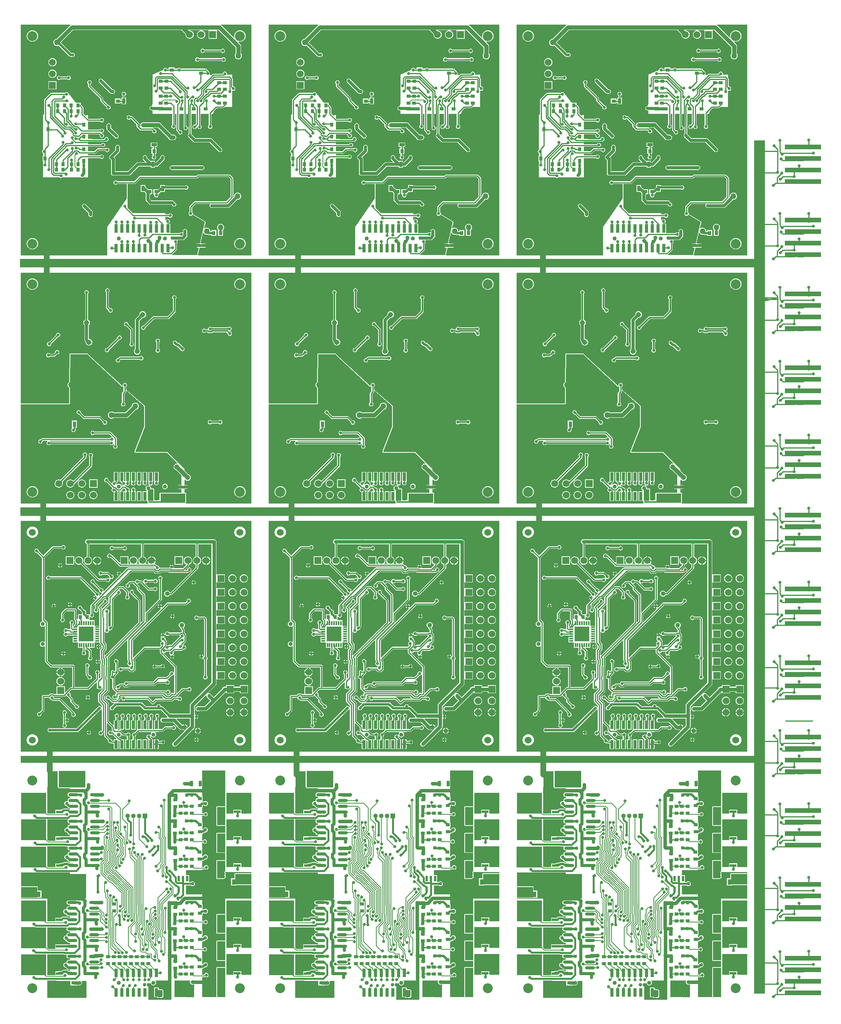
<source format=gbl>
%FSLAX24Y24*%
%MOIN*%
G70*
G01*
G75*
G04 Layer_Physical_Order=2*
G04 Layer_Color=16711680*
%ADD10P,0.4259X4X360.0*%
G04:AMPARAMS|DCode=11|XSize=9.8mil|YSize=33.5mil|CornerRadius=0mil|HoleSize=0mil|Usage=FLASHONLY|Rotation=315.000|XOffset=0mil|YOffset=0mil|HoleType=Round|Shape=Round|*
%AMOVALD11*
21,1,0.0236,0.0098,0.0000,0.0000,45.0*
1,1,0.0098,-0.0084,-0.0084*
1,1,0.0098,0.0084,0.0084*
%
%ADD11OVALD11*%

G04:AMPARAMS|DCode=12|XSize=9.8mil|YSize=33.5mil|CornerRadius=0mil|HoleSize=0mil|Usage=FLASHONLY|Rotation=45.000|XOffset=0mil|YOffset=0mil|HoleType=Round|Shape=Round|*
%AMOVALD12*
21,1,0.0236,0.0098,0.0000,0.0000,135.0*
1,1,0.0098,0.0084,-0.0084*
1,1,0.0098,-0.0084,0.0084*
%
%ADD12OVALD12*%

G04:AMPARAMS|DCode=13|XSize=37.4mil|YSize=31.5mil|CornerRadius=0mil|HoleSize=0mil|Usage=FLASHONLY|Rotation=45.000|XOffset=0mil|YOffset=0mil|HoleType=Round|Shape=Rectangle|*
%AMROTATEDRECTD13*
4,1,4,-0.0021,-0.0244,-0.0244,-0.0021,0.0021,0.0244,0.0244,0.0021,-0.0021,-0.0244,0.0*
%
%ADD13ROTATEDRECTD13*%

G04:AMPARAMS|DCode=14|XSize=37.4mil|YSize=31.5mil|CornerRadius=0mil|HoleSize=0mil|Usage=FLASHONLY|Rotation=135.000|XOffset=0mil|YOffset=0mil|HoleType=Round|Shape=Rectangle|*
%AMROTATEDRECTD14*
4,1,4,0.0244,-0.0021,0.0021,-0.0244,-0.0244,0.0021,-0.0021,0.0244,0.0244,-0.0021,0.0*
%
%ADD14ROTATEDRECTD14*%

%ADD15R,0.0591X0.0236*%
%ADD16O,0.0866X0.0236*%
%ADD17R,0.0374X0.0315*%
%ADD18R,0.0315X0.0315*%
%ADD19R,0.0906X0.1417*%
%ADD20R,0.0315X0.0512*%
%ADD21R,0.0512X0.0315*%
%ADD22R,0.0291X0.0728*%
%ADD23C,0.0080*%
%ADD24C,0.0100*%
%ADD25C,0.0160*%
%ADD26C,0.0300*%
%ADD27C,0.0120*%
%ADD28C,0.0180*%
%ADD29C,0.0250*%
%ADD30C,0.0350*%
%ADD31C,0.0200*%
%ADD32R,0.0374X0.0295*%
%ADD33R,0.0295X0.0374*%
%ADD34O,0.0630X0.0138*%
%ADD35R,0.0472X0.0217*%
%ADD36O,0.0669X0.0138*%
%ADD37R,0.3012X0.3012*%
%ADD38O,0.0335X0.0098*%
%ADD39O,0.0098X0.0335*%
%ADD40R,0.1378X0.0689*%
%ADD41R,0.0984X0.0689*%
%ADD42R,0.0886X0.0197*%
%ADD43R,0.0315X0.0354*%
%ADD44R,0.0354X0.0315*%
%ADD45R,0.0354X0.0295*%
%ADD46R,0.0295X0.0354*%
%ADD47R,0.0394X0.0394*%
%ADD48R,0.0315X0.0374*%
%ADD49R,0.0256X0.0335*%
%ADD50R,0.0453X0.0236*%
%ADD51R,0.0236X0.0453*%
%ADD52R,0.0394X0.0394*%
%ADD53R,0.0256X0.0866*%
%ADD54R,0.1299X0.0866*%
%ADD55R,0.0532X0.0197*%
%ADD56O,0.0118X0.0689*%
%ADD57O,0.0689X0.0118*%
%ADD58C,0.0177*%
%ADD59R,0.0138X0.0197*%
%ADD60R,0.0197X0.0138*%
%ADD61R,0.0768X0.0768*%
%ADD62R,0.2874X0.2874*%
%ADD63C,0.0150*%
%ADD64R,0.2165X0.0787*%
%ADD65O,0.0709X0.0217*%
%ADD66O,0.0217X0.0709*%
%ADD67O,0.0138X0.0650*%
%ADD68R,0.1220X0.1181*%
%ADD69R,0.1102X0.0551*%
%ADD70R,0.0787X0.0630*%
G04:AMPARAMS|DCode=71|XSize=228.3mil|YSize=82.7mil|CornerRadius=20.7mil|HoleSize=0mil|Usage=FLASHONLY|Rotation=180.000|XOffset=0mil|YOffset=0mil|HoleType=Round|Shape=RoundedRectangle|*
%AMROUNDEDRECTD71*
21,1,0.2283,0.0413,0,0,180.0*
21,1,0.1870,0.0827,0,0,180.0*
1,1,0.0413,-0.0935,0.0207*
1,1,0.0413,0.0935,0.0207*
1,1,0.0413,0.0935,-0.0207*
1,1,0.0413,-0.0935,-0.0207*
%
%ADD71ROUNDEDRECTD71*%
%ADD72R,0.0335X0.0138*%
%ADD73R,0.0335X0.0135*%
%ADD74C,0.0860*%
%ADD75C,0.0394*%
%ADD76C,0.0354*%
%ADD77C,0.0250*%
%ADD78C,0.0320*%
%ADD79C,0.0300*%
%ADD80C,0.0600*%
%ADD81R,0.0600X0.0600*%
%ADD82R,0.0600X0.0600*%
%ADD83C,0.0591*%
%ADD84R,0.0591X0.0591*%
%ADD85R,0.0591X0.0591*%
%ADD86C,0.0400*%
%ADD87C,0.0500*%
%ADD88C,0.0350*%
%ADD89C,0.0450*%
%ADD90C,0.0500*%
%ADD91R,0.0980X7.3930*%
%ADD92R,6.4060X0.0610*%
%ADD93R,6.4010X0.0760*%
%ADD94R,6.4140X0.0760*%
%ADD95R,0.0217X0.0472*%
%ADD96C,0.0060*%
%ADD97R,0.0374X0.0118*%
%ADD98R,0.0118X0.0374*%
%ADD99R,0.1260X0.1260*%
%ADD100R,0.0256X0.0472*%
%ADD101R,0.0472X0.0256*%
%ADD102C,0.0236*%
%ADD103R,0.2180X0.0830*%
%ADD104R,0.2006X0.0179*%
%ADD105R,0.0456X0.1019*%
%ADD106R,0.3150X0.0394*%
G36*
X3998Y6218D02*
X3972Y6179D01*
X3959Y6110D01*
X3972Y6041D01*
X4012Y5982D01*
X4071Y5942D01*
X4140Y5928D01*
X4270D01*
Y5792D01*
X4140D01*
X4071Y5778D01*
X4012Y5738D01*
X3972Y5679D01*
X3959Y5610D01*
X3963Y5586D01*
X3928Y5551D01*
X3910Y5554D01*
X3828Y5538D01*
X3759Y5491D01*
X3712Y5422D01*
X3696Y5340D01*
X3712Y5258D01*
X3759Y5189D01*
X3828Y5142D01*
X3889Y5130D01*
X3971Y5048D01*
X3972Y5041D01*
X4012Y4982D01*
X4071Y4942D01*
X4140Y4928D01*
X4270D01*
Y4798D01*
X3375D01*
X3325Y4788D01*
X2988D01*
Y4432D01*
X2988D01*
Y4417D01*
X2952Y4382D01*
X2426D01*
X2290Y4518D01*
Y6262D01*
X3975D01*
X3998Y6218D01*
D02*
G37*
G36*
X19990Y4480D02*
X19128D01*
Y4818D01*
X18418D01*
Y4480D01*
X17810D01*
Y6290D01*
X19990D01*
Y4480D01*
D02*
G37*
G36*
X1230Y6273D02*
X1285Y6262D01*
X1285Y6262D01*
X2190D01*
Y4470D01*
X10D01*
Y6280D01*
X1220D01*
X1230Y6273D01*
D02*
G37*
G36*
X17710Y5780D02*
X17010D01*
Y7350D01*
X17710D01*
Y5780D01*
D02*
G37*
G36*
X4270Y10890D02*
X5670D01*
Y8779D01*
X4270D01*
Y8592D01*
X4140D01*
X4071Y8578D01*
X4012Y8538D01*
X3972Y8479D01*
X3959Y8410D01*
X3972Y8341D01*
X4012Y8282D01*
X4071Y8242D01*
X4140Y8228D01*
X4270D01*
Y8092D01*
X4140D01*
X4071Y8078D01*
X4012Y8038D01*
X3972Y7979D01*
X3959Y7910D01*
X3966Y7871D01*
X3931Y7836D01*
X3890Y7844D01*
X3808Y7828D01*
X3739Y7781D01*
X3692Y7712D01*
X3676Y7630D01*
X3692Y7548D01*
X3739Y7479D01*
X3808Y7432D01*
X3869Y7420D01*
X3995Y7295D01*
X4010Y7285D01*
X4012Y7282D01*
X4071Y7242D01*
X4140Y7228D01*
X4270D01*
Y7092D01*
X4153D01*
X4099Y7146D01*
X4053Y7177D01*
X3998Y7188D01*
X3998Y7188D01*
X3615D01*
X3615Y7188D01*
X3560Y7177D01*
X3514Y7146D01*
X3514Y7146D01*
X3456Y7088D01*
X2988D01*
Y6772D01*
X2290D01*
Y8749D01*
X10D01*
Y8805D01*
X1410D01*
X1432Y8814D01*
X1784D01*
Y9446D01*
X1475D01*
Y9770D01*
X1456Y9816D01*
X1410Y9835D01*
X10D01*
Y11020D01*
X2290D01*
Y11027D01*
X4270D01*
Y10890D01*
D02*
G37*
G36*
X19990Y6790D02*
X19128D01*
Y7118D01*
X18418D01*
Y6790D01*
X17810D01*
Y8590D01*
X19990D01*
Y6790D01*
D02*
G37*
G36*
X2190Y6780D02*
X10D01*
Y8580D01*
X2190D01*
Y6780D01*
D02*
G37*
G36*
X17710Y3430D02*
X17010D01*
Y5040D01*
X17710D01*
Y3430D01*
D02*
G37*
G36*
X17720Y228D02*
X17716Y210D01*
X17024D01*
Y2752D01*
X17038Y2770D01*
X17720D01*
Y228D01*
D02*
G37*
G36*
X14689Y1616D02*
X14683Y1606D01*
X14666Y1520D01*
X14683Y1434D01*
X14731Y1361D01*
X14804Y1313D01*
X14890Y1296D01*
X14941Y1306D01*
X15020D01*
Y210D01*
X13330D01*
X13320Y220D01*
Y1660D01*
X14666D01*
X14689Y1616D01*
D02*
G37*
G36*
X3080Y1640D02*
Y1610D01*
X4294D01*
Y1236D01*
X4926D01*
Y1240D01*
X5060D01*
X5080Y1236D01*
X5166Y1253D01*
X5239Y1301D01*
X5287Y1374D01*
X5304Y1460D01*
X5287Y1546D01*
X5274Y1566D01*
X5297Y1610D01*
X5690D01*
Y160D01*
X2310D01*
X2280Y190D01*
Y1667D01*
X3053D01*
X3080Y1640D01*
D02*
G37*
G36*
X13050Y1649D02*
Y0D01*
X11050D01*
Y1274D01*
X11216Y1453D01*
X11264Y1439D01*
X11277Y1377D01*
X11329Y1299D01*
X11407Y1247D01*
X11500Y1228D01*
X11593Y1247D01*
X11671Y1299D01*
X11723Y1377D01*
X11742Y1470D01*
X11723Y1563D01*
X11671Y1641D01*
X11661Y1648D01*
X11664Y1660D01*
X13050D01*
Y1649D01*
D02*
G37*
G36*
X3737Y3913D02*
X3792Y3902D01*
X3968D01*
X3992Y3858D01*
X3972Y3830D01*
X3959Y3760D01*
X3972Y3690D01*
X4012Y3632D01*
X4071Y3592D01*
X4140Y3578D01*
X4270D01*
Y3442D01*
X4140D01*
X4071Y3428D01*
X4012Y3388D01*
X3972Y3329D01*
X3959Y3260D01*
X3964Y3234D01*
X3929Y3198D01*
X3900Y3204D01*
X3818Y3188D01*
X3749Y3141D01*
X3702Y3072D01*
X3686Y2990D01*
X3702Y2908D01*
X3749Y2839D01*
X3818Y2792D01*
X3879Y2780D01*
X3980Y2680D01*
X4012Y2632D01*
X4071Y2592D01*
X4140Y2578D01*
X4270D01*
Y2488D01*
X4114D01*
X4072Y2530D01*
X4019Y2566D01*
X3956Y2578D01*
X3704D01*
X3641Y2566D01*
X3588Y2530D01*
X3546Y2488D01*
X3365D01*
X3303Y2476D01*
X3250Y2440D01*
X3248Y2438D01*
X2988D01*
Y2122D01*
X2290D01*
Y3937D01*
X3701D01*
X3737Y3913D01*
D02*
G37*
G36*
X20000Y2140D02*
X19128D01*
Y2468D01*
X18418D01*
Y2140D01*
X17810D01*
Y3940D01*
X20000D01*
Y2140D01*
D02*
G37*
G36*
X2190Y2130D02*
X20D01*
Y3930D01*
X2190D01*
Y2130D01*
D02*
G37*
G36*
X1410Y8870D02*
X10D01*
Y9770D01*
X1410D01*
Y8870D01*
D02*
G37*
G36*
X2190Y16120D02*
X10D01*
Y17920D01*
X2190D01*
Y16120D01*
D02*
G37*
G36*
X17710Y15120D02*
X17010D01*
Y16690D01*
X17710D01*
Y15120D01*
D02*
G37*
G36*
X4088Y15578D02*
X4062Y15539D01*
X4049Y15470D01*
X4062Y15401D01*
X4102Y15342D01*
X4161Y15302D01*
X4230Y15288D01*
X4270D01*
Y15152D01*
X4230D01*
X4161Y15138D01*
X4102Y15098D01*
X4062Y15039D01*
X4049Y14970D01*
X4053Y14946D01*
X4018Y14911D01*
X4000Y14914D01*
X3918Y14898D01*
X3849Y14851D01*
X3802Y14782D01*
X3786Y14700D01*
X3802Y14618D01*
X3849Y14549D01*
X3918Y14502D01*
X3979Y14490D01*
X4061Y14409D01*
X4062Y14401D01*
X4102Y14342D01*
X4161Y14302D01*
X4230Y14288D01*
X4270D01*
Y14158D01*
X3465D01*
X3415Y14148D01*
X2998D01*
Y13792D01*
X2998D01*
Y13777D01*
X2962Y13742D01*
X2422D01*
X2290Y13874D01*
Y15622D01*
X4065D01*
X4088Y15578D01*
D02*
G37*
G36*
X19990Y16130D02*
X19128D01*
Y16458D01*
X18418D01*
Y16130D01*
X17810D01*
Y17930D01*
X19990D01*
Y16130D01*
D02*
G37*
G36*
X5590Y19810D02*
X5600Y18435D01*
X5565Y18400D01*
X3282D01*
Y19820D01*
X5580D01*
X5590Y19810D01*
D02*
G37*
G36*
X3217Y18400D02*
X3236Y18354D01*
X3282Y18335D01*
X4270D01*
Y17952D01*
X4230D01*
X4161Y17938D01*
X4102Y17898D01*
X4062Y17839D01*
X4049Y17770D01*
X4062Y17701D01*
X4102Y17642D01*
X4161Y17602D01*
X4230Y17588D01*
X4270D01*
Y17452D01*
X4230D01*
X4161Y17438D01*
X4102Y17398D01*
X4062Y17339D01*
X4049Y17270D01*
X4056Y17231D01*
X4021Y17196D01*
X3980Y17204D01*
X3898Y17188D01*
X3829Y17141D01*
X3782Y17072D01*
X3766Y16990D01*
X3782Y16908D01*
X3829Y16839D01*
X3898Y16792D01*
X3959Y16780D01*
X4085Y16655D01*
X4100Y16645D01*
X4102Y16642D01*
X4161Y16602D01*
X4230Y16588D01*
X4270D01*
Y16490D01*
X4224Y16471D01*
X4189Y16506D01*
X4143Y16537D01*
X4088Y16548D01*
X4088Y16548D01*
X3705D01*
X3705Y16548D01*
X3650Y16537D01*
X3604Y16506D01*
X3604Y16506D01*
X3546Y16448D01*
X2998D01*
Y16132D01*
X2322D01*
X2290Y16164D01*
Y18410D01*
X3217D01*
Y18400D01*
D02*
G37*
G36*
X17710Y16755D02*
X17010D01*
X16964Y16736D01*
X16945Y16690D01*
Y15120D01*
X16964Y15074D01*
X17010Y15055D01*
X17710D01*
Y14445D01*
X17010D01*
X16964Y14426D01*
X16945Y14380D01*
Y12770D01*
X16964Y12724D01*
X17010Y12705D01*
X17710D01*
Y12095D01*
X17010D01*
X16964Y12076D01*
X16945Y12030D01*
Y10520D01*
X16964Y10474D01*
X16998Y10460D01*
X17010Y10455D01*
X17596D01*
X17599Y10456D01*
X17602Y10455D01*
X17606Y10457D01*
X17609Y10457D01*
X17613Y10459D01*
X17617Y10459D01*
X17618Y10460D01*
X17621Y10462D01*
X17625Y10462D01*
X17632Y10470D01*
X17642Y10474D01*
X17642Y10474D01*
X17649Y10478D01*
X17660Y10475D01*
Y10508D01*
X17703Y10537D01*
X17744Y10598D01*
X17759Y10670D01*
X17744Y10742D01*
X17722Y10775D01*
X17744Y10808D01*
X17759Y10880D01*
X17744Y10952D01*
X17703Y11013D01*
X17711Y11040D01*
X19990D01*
Y10965D01*
X18600D01*
X18554Y10946D01*
X18535Y10900D01*
Y10516D01*
X18226D01*
Y9884D01*
X18661D01*
Y9935D01*
X19990D01*
Y8770D01*
X17710D01*
Y7415D01*
X17010D01*
X16964Y7396D01*
X16945Y7350D01*
Y5780D01*
X16964Y5734D01*
X17010Y5715D01*
X17710D01*
Y5105D01*
X17010D01*
X16964Y5086D01*
X16945Y5040D01*
Y3430D01*
X16964Y3384D01*
X17010Y3365D01*
X17710D01*
Y2835D01*
X17038D01*
X17035Y2833D01*
X17031Y2835D01*
X17012Y2824D01*
X16992Y2816D01*
X16991Y2812D01*
X16987Y2811D01*
X16973Y2793D01*
X16967Y2772D01*
X16959Y2752D01*
Y220D01*
X15720D01*
Y1948D01*
X16046D01*
X16080Y1941D01*
X16114Y1948D01*
X16150D01*
X16189Y1956D01*
X16222Y1978D01*
X16244Y2011D01*
X16252Y2050D01*
X16251Y2053D01*
X16254Y2058D01*
X16269Y2130D01*
X16254Y2202D01*
X16213Y2263D01*
X16152Y2304D01*
X16080Y2319D01*
X16008Y2304D01*
X15947Y2263D01*
X15906Y2202D01*
X15896Y2152D01*
X15720D01*
Y2637D01*
X15737D01*
Y2692D01*
X15805D01*
X15867Y2704D01*
X15920Y2739D01*
X15990Y2810D01*
X16010Y2806D01*
X16092Y2822D01*
X16161Y2869D01*
X16208Y2938D01*
X16224Y3020D01*
X16208Y3102D01*
X16161Y3171D01*
X16092Y3218D01*
X16010Y3234D01*
X15928Y3218D01*
X15859Y3171D01*
X15812Y3102D01*
X15810Y3091D01*
X15791Y3072D01*
X15737Y3072D01*
Y3072D01*
X15720Y3072D01*
Y3228D01*
X15737D01*
Y3663D01*
X15720D01*
Y4258D01*
X15796D01*
X15817Y4227D01*
X15878Y4186D01*
X15950Y4171D01*
X16022Y4186D01*
X16083Y4227D01*
X16124Y4288D01*
X16139Y4360D01*
X16124Y4432D01*
X16083Y4493D01*
X16022Y4534D01*
X15950Y4549D01*
X15878Y4534D01*
X15817Y4493D01*
X15796Y4462D01*
X15720D01*
Y4997D01*
X15757D01*
Y5052D01*
X15805D01*
X15867Y5064D01*
X15920Y5099D01*
X15980Y5160D01*
X16000Y5156D01*
X16082Y5172D01*
X16151Y5219D01*
X16198Y5288D01*
X16214Y5370D01*
X16198Y5452D01*
X16151Y5521D01*
X16082Y5568D01*
X16000Y5584D01*
X15918Y5568D01*
X15849Y5521D01*
X15802Y5452D01*
Y5452D01*
X15781Y5422D01*
X15757Y5432D01*
Y5432D01*
D01*
D01*
X15720Y5432D01*
Y5588D01*
X15757D01*
Y6023D01*
X15720D01*
Y6618D01*
X15866D01*
X15887Y6587D01*
X15948Y6546D01*
X16020Y6531D01*
X16092Y6546D01*
X16153Y6587D01*
X16194Y6648D01*
X16209Y6720D01*
X16194Y6792D01*
X16153Y6853D01*
X16092Y6894D01*
X16020Y6909D01*
X15948Y6894D01*
X15887Y6853D01*
X15866Y6822D01*
X15720D01*
Y7267D01*
X15757D01*
Y7436D01*
X15808Y7487D01*
X15901D01*
X15938Y7462D01*
X16020Y7446D01*
X16102Y7462D01*
X16171Y7509D01*
X16218Y7578D01*
X16234Y7660D01*
X16218Y7742D01*
X16171Y7811D01*
X16102Y7858D01*
X16020Y7874D01*
X15938Y7858D01*
X15871Y7813D01*
X15757D01*
Y7858D01*
X15757D01*
Y8293D01*
X15720D01*
Y9110D01*
X14310D01*
Y9887D01*
X14741D01*
X14808Y9842D01*
X14890Y9826D01*
X14972Y9842D01*
X15041Y9889D01*
X15088Y9958D01*
X15104Y10040D01*
X15088Y10122D01*
X15041Y10191D01*
X14972Y10238D01*
X14890Y10254D01*
X14808Y10238D01*
X14741Y10193D01*
X14602D01*
Y10206D01*
X14602D01*
Y10799D01*
X14310D01*
Y11220D01*
X14670D01*
X14680Y11210D01*
X15720D01*
Y11288D01*
X16046D01*
X16080Y11281D01*
X16113Y11288D01*
X16150D01*
X16189Y11296D01*
X16222Y11318D01*
X16244Y11351D01*
X16252Y11390D01*
X16251Y11393D01*
X16254Y11398D01*
X16269Y11470D01*
X16254Y11542D01*
X16213Y11603D01*
X16152Y11644D01*
X16080Y11659D01*
X16008Y11644D01*
X15947Y11603D01*
X15906Y11542D01*
X15896Y11492D01*
X15720D01*
Y11977D01*
X15737D01*
Y12032D01*
X15805D01*
X15867Y12044D01*
X15920Y12079D01*
X15990Y12150D01*
X16010Y12146D01*
X16092Y12162D01*
X16161Y12209D01*
X16208Y12278D01*
X16224Y12360D01*
X16208Y12442D01*
X16161Y12511D01*
X16092Y12558D01*
X16010Y12574D01*
X15928Y12558D01*
X15859Y12511D01*
X15812Y12442D01*
X15810Y12431D01*
X15791Y12412D01*
X15737Y12412D01*
Y12412D01*
X15720Y12412D01*
Y12568D01*
X15737D01*
Y13003D01*
X15720D01*
Y13598D01*
X15796D01*
X15817Y13567D01*
X15878Y13526D01*
X15950Y13511D01*
X16022Y13526D01*
X16083Y13567D01*
X16124Y13628D01*
X16139Y13700D01*
X16124Y13772D01*
X16083Y13833D01*
X16022Y13874D01*
X15950Y13889D01*
X15878Y13874D01*
X15817Y13833D01*
X15796Y13802D01*
X15720D01*
Y14337D01*
X15757D01*
Y14392D01*
X15805D01*
X15867Y14404D01*
X15920Y14439D01*
X15980Y14500D01*
X16000Y14496D01*
X16082Y14512D01*
X16151Y14559D01*
X16198Y14628D01*
X16214Y14710D01*
X16198Y14792D01*
X16151Y14861D01*
X16082Y14908D01*
X16000Y14924D01*
X15918Y14908D01*
X15848Y14861D01*
X15802Y14792D01*
Y14792D01*
X15781Y14762D01*
X15757Y14772D01*
Y14772D01*
D01*
D01*
X15720Y14772D01*
Y14928D01*
X15757D01*
Y15363D01*
X15720D01*
Y15958D01*
X15866D01*
X15887Y15927D01*
X15948Y15886D01*
X16020Y15871D01*
X16092Y15886D01*
X16153Y15927D01*
X16194Y15988D01*
X16209Y16060D01*
X16194Y16132D01*
X16153Y16193D01*
X16092Y16234D01*
X16020Y16249D01*
X15948Y16234D01*
X15887Y16193D01*
X15866Y16162D01*
X15720D01*
Y16607D01*
X15757D01*
Y16776D01*
X15807Y16827D01*
X15901D01*
X15938Y16802D01*
X16020Y16786D01*
X16102Y16802D01*
X16171Y16849D01*
X16218Y16918D01*
X16234Y17000D01*
X16218Y17082D01*
X16171Y17151D01*
X16102Y17198D01*
X16020Y17214D01*
X15938Y17198D01*
X15871Y17153D01*
X15757D01*
Y17198D01*
X15757D01*
Y17633D01*
X15720D01*
Y19850D01*
X17710D01*
Y16755D01*
D02*
G37*
G36*
X19990Y13820D02*
X19128D01*
Y14158D01*
X18418D01*
Y13820D01*
X17810D01*
Y15630D01*
X19990D01*
Y13820D01*
D02*
G37*
G36*
X2190Y11470D02*
X1253D01*
X1210Y11479D01*
X1167Y11470D01*
X0D01*
Y13270D01*
X2190D01*
Y11470D01*
D02*
G37*
G36*
X17710Y11104D02*
X17697Y11099D01*
X17681Y11097D01*
X17675Y11090D01*
X17666Y11086D01*
X17659Y11071D01*
X17649Y11059D01*
X17641Y11032D01*
X17642Y11029D01*
X17640Y11026D01*
X17644Y11005D01*
X17646Y10983D01*
X17649Y10981D01*
X17649Y10977D01*
X17683Y10927D01*
X17692Y10880D01*
X17683Y10833D01*
X17668Y10811D01*
X17666Y10798D01*
X17659Y10788D01*
X17661Y10775D01*
X17659Y10762D01*
X17666Y10752D01*
X17668Y10739D01*
X17683Y10717D01*
X17692Y10670D01*
X17683Y10623D01*
X17657Y10583D01*
X17624Y10562D01*
X17620Y10556D01*
X17614Y10554D01*
X17607Y10536D01*
X17596Y10520D01*
X17596Y10520D01*
X17596Y10520D01*
X17596Y10520D01*
X17010D01*
Y12030D01*
X17710D01*
Y11104D01*
D02*
G37*
G36*
X20000Y10000D02*
X18600D01*
Y10900D01*
X20000D01*
Y10000D01*
D02*
G37*
G36*
Y11480D02*
X19128D01*
Y11808D01*
X18418D01*
Y11480D01*
X17810D01*
Y13280D01*
X20000D01*
Y11480D01*
D02*
G37*
G36*
X2190Y13810D02*
X10D01*
Y15620D01*
X2190D01*
Y13810D01*
D02*
G37*
G36*
X17710Y12770D02*
X17010D01*
Y14380D01*
X17710D01*
Y12770D01*
D02*
G37*
G36*
X3827Y13273D02*
X3882Y13262D01*
X4058D01*
X4082Y13218D01*
X4062Y13189D01*
X4049Y13120D01*
X4062Y13051D01*
X4102Y12992D01*
X4161Y12952D01*
X4230Y12938D01*
X4270D01*
Y12802D01*
X4230D01*
X4161Y12788D01*
X4102Y12748D01*
X4062Y12689D01*
X4049Y12620D01*
X4054Y12594D01*
X4019Y12558D01*
X3990Y12564D01*
X3908Y12548D01*
X3839Y12501D01*
X3792Y12432D01*
X3776Y12350D01*
X3792Y12268D01*
X3839Y12199D01*
X3908Y12152D01*
X3969Y12140D01*
X4070Y12040D01*
X4102Y11992D01*
X4161Y11952D01*
X4230Y11938D01*
X4270D01*
Y11848D01*
X4194D01*
X4162Y11880D01*
X4109Y11916D01*
X4046Y11928D01*
X3794D01*
X3731Y11916D01*
X3678Y11880D01*
X3646Y11848D01*
X3455D01*
X3393Y11836D01*
X3340Y11800D01*
X3338Y11798D01*
X2998D01*
Y11482D01*
X2332D01*
X2290Y11524D01*
Y13297D01*
X3791D01*
X3827Y13273D01*
D02*
G37*
%LPC*%
G36*
X11956Y1058D02*
X11544D01*
Y209D01*
X11833D01*
X11908Y159D01*
X12000Y140D01*
X12062Y153D01*
X12078Y142D01*
X12160Y126D01*
X12242Y142D01*
X12311Y189D01*
X12358Y258D01*
X12374Y340D01*
X12358Y422D01*
X12349Y436D01*
Y584D01*
X12358Y598D01*
X12374Y680D01*
X12358Y762D01*
X12311Y831D01*
X12242Y878D01*
X12160Y894D01*
X12127Y888D01*
X12092Y911D01*
X12000Y930D01*
X11994Y928D01*
X11956Y960D01*
Y1058D01*
D02*
G37*
%LPD*%
G36*
X20000Y21500D02*
X0D01*
Y41500D01*
X20000D01*
Y21500D01*
D02*
G37*
%LPC*%
G36*
X9320Y24789D02*
X9248Y24774D01*
X9187Y24733D01*
X9146Y24672D01*
X9131Y24600D01*
X9146Y24528D01*
X9187Y24467D01*
X9208Y24452D01*
Y24231D01*
X9044D01*
Y23382D01*
X9456D01*
Y24231D01*
X9432D01*
Y24452D01*
X9453Y24467D01*
X9494Y24528D01*
X9509Y24600D01*
X9494Y24672D01*
X9453Y24733D01*
X9392Y24774D01*
X9320Y24789D01*
D02*
G37*
G36*
X9820D02*
X9748Y24774D01*
X9687Y24733D01*
X9646Y24672D01*
X9631Y24600D01*
X9646Y24528D01*
X9687Y24467D01*
X9708Y24452D01*
Y24231D01*
X9544D01*
Y23382D01*
X9956D01*
Y24231D01*
X9932D01*
Y24452D01*
X9953Y24467D01*
X9994Y24528D01*
X10009Y24600D01*
X9994Y24672D01*
X9953Y24733D01*
X9892Y24774D01*
X9820Y24789D01*
D02*
G37*
G36*
X15400Y23556D02*
Y23350D01*
X15606D01*
X15603Y23368D01*
X15577Y23431D01*
X15535Y23485D01*
X15481Y23527D01*
X15418Y23553D01*
X15400Y23556D01*
D02*
G37*
G36*
X3859Y29940D02*
X3730D01*
Y29811D01*
X3752Y29816D01*
X3813Y29857D01*
X3854Y29918D01*
X3859Y29940D01*
D02*
G37*
G36*
X3630D02*
X3501D01*
X3506Y29918D01*
X3547Y29857D01*
X3608Y29816D01*
X3630Y29811D01*
Y29940D01*
D02*
G37*
G36*
X15300Y23556D02*
X15282Y23553D01*
X15219Y23527D01*
X15165Y23485D01*
X15123Y23431D01*
X15097Y23368D01*
X15094Y23350D01*
X15300D01*
Y23556D01*
D02*
G37*
G36*
X11820Y24789D02*
X11748Y24774D01*
X11687Y24733D01*
X11646Y24672D01*
X11631Y24600D01*
X11646Y24528D01*
X11687Y24467D01*
X11708Y24452D01*
Y24231D01*
X11544D01*
Y23422D01*
X11456D01*
Y24231D01*
X11432D01*
Y24452D01*
X11453Y24467D01*
X11494Y24528D01*
X11509Y24600D01*
X11494Y24672D01*
X11453Y24733D01*
X11392Y24774D01*
X11320Y24789D01*
X11248Y24774D01*
X11187Y24733D01*
X11146Y24672D01*
X11131Y24600D01*
X11146Y24528D01*
X11187Y24467D01*
X11208Y24452D01*
Y24231D01*
X11044D01*
Y23422D01*
X10956D01*
Y24231D01*
X10932D01*
Y24452D01*
X10953Y24467D01*
X10994Y24528D01*
X11009Y24600D01*
X10994Y24672D01*
X10953Y24733D01*
X10892Y24774D01*
X10820Y24789D01*
X10748Y24774D01*
X10687Y24733D01*
X10646Y24672D01*
X10631Y24600D01*
X10646Y24528D01*
X10687Y24467D01*
X10708Y24452D01*
Y24231D01*
X10544D01*
Y23422D01*
X10456D01*
Y24231D01*
X10432D01*
Y24452D01*
X10453Y24467D01*
X10494Y24528D01*
X10509Y24600D01*
X10494Y24672D01*
X10453Y24733D01*
X10392Y24774D01*
X10320Y24789D01*
X10248Y24774D01*
X10187Y24733D01*
X10146Y24672D01*
X10131Y24600D01*
X10146Y24528D01*
X10187Y24467D01*
X10208Y24452D01*
Y24231D01*
X10044D01*
Y23382D01*
X10044Y23382D01*
X10044D01*
X10059Y23347D01*
X9845Y23134D01*
X9820Y23139D01*
X9748Y23124D01*
X9687Y23083D01*
X9646Y23022D01*
X9631Y22950D01*
X9646Y22878D01*
X9687Y22817D01*
X9708Y22802D01*
Y22558D01*
X9544D01*
Y21709D01*
X9956D01*
Y22558D01*
X9932D01*
Y22802D01*
X9953Y22817D01*
X9994Y22878D01*
X10009Y22950D01*
X10004Y22975D01*
X10226Y23198D01*
X11328D01*
X11343Y23150D01*
X11329Y23141D01*
X11277Y23063D01*
X11258Y22970D01*
X11270Y22909D01*
X11224Y22890D01*
X11211Y22909D01*
X11150Y22950D01*
X11078Y22964D01*
X11006Y22950D01*
X10944Y22909D01*
X10904Y22848D01*
X10889Y22776D01*
X10904Y22704D01*
X10944Y22642D01*
X11006Y22601D01*
X11044Y22594D01*
Y22558D01*
X11044D01*
Y21709D01*
X11456D01*
Y22558D01*
X11425D01*
X11424Y22563D01*
X11399Y22600D01*
X11399Y22600D01*
X11259Y22740D01*
X11266Y22776D01*
X11258Y22817D01*
X11305Y22836D01*
X11329Y22799D01*
X11407Y22747D01*
X11500Y22728D01*
X11593Y22747D01*
X11671Y22799D01*
X11723Y22877D01*
X11742Y22970D01*
X11723Y23063D01*
X11671Y23141D01*
X11593Y23193D01*
X11593Y23193D01*
X11593D01*
Y23193D01*
X11593Y23198D01*
X11919D01*
X11919Y23198D01*
X11962Y23206D01*
X11979Y23218D01*
X12290D01*
X12290Y23218D01*
X12333Y23226D01*
X12369Y23251D01*
X12575Y23456D01*
X13114D01*
X13128Y23435D01*
X13189Y23394D01*
X13261Y23380D01*
X13334Y23394D01*
X13395Y23435D01*
X13436Y23496D01*
X13450Y23569D01*
X13436Y23641D01*
X13395Y23702D01*
X13334Y23743D01*
X13261Y23757D01*
X13189Y23743D01*
X13128Y23702D01*
X13114Y23681D01*
X12529D01*
X12529Y23681D01*
X12486Y23672D01*
X12449Y23648D01*
X12449Y23648D01*
X12244Y23442D01*
X11956D01*
Y24231D01*
X11932D01*
Y24452D01*
X11953Y24467D01*
X11994Y24528D01*
X12009Y24600D01*
X11994Y24672D01*
X11953Y24733D01*
X11892Y24774D01*
X11820Y24789D01*
D02*
G37*
G36*
X6620Y29230D02*
X6491D01*
X6496Y29208D01*
X6537Y29147D01*
X6598Y29106D01*
X6620Y29101D01*
Y29230D01*
D02*
G37*
G36*
X14250Y23856D02*
Y23650D01*
X14456D01*
X14453Y23668D01*
X14427Y23731D01*
X14385Y23785D01*
X14331Y23827D01*
X14268Y23853D01*
X14250Y23856D01*
D02*
G37*
G36*
X4179Y24160D02*
X4050D01*
Y24031D01*
X4072Y24036D01*
X4133Y24077D01*
X4174Y24138D01*
X4179Y24160D01*
D02*
G37*
G36*
X6720Y29459D02*
Y29330D01*
X6849D01*
X6844Y29352D01*
X6803Y29413D01*
X6742Y29454D01*
X6720Y29459D01*
D02*
G37*
G36*
X6620D02*
X6598Y29454D01*
X6537Y29413D01*
X6496Y29352D01*
X6491Y29330D01*
X6620D01*
Y29459D01*
D02*
G37*
G36*
X6849Y29230D02*
X6720D01*
Y29101D01*
X6742Y29106D01*
X6803Y29147D01*
X6844Y29208D01*
X6849Y29230D01*
D02*
G37*
G36*
X19350Y32058D02*
X19257Y32046D01*
X19171Y32010D01*
X19097Y31953D01*
X19040Y31879D01*
X19004Y31793D01*
X18992Y31700D01*
X19004Y31607D01*
X19040Y31521D01*
X19097Y31447D01*
X19171Y31390D01*
X19257Y31354D01*
X19350Y31342D01*
X19443Y31354D01*
X19529Y31390D01*
X19603Y31447D01*
X19660Y31521D01*
X19696Y31607D01*
X19708Y31700D01*
X19696Y31793D01*
X19660Y31879D01*
X19603Y31953D01*
X19529Y32010D01*
X19443Y32046D01*
X19350Y32058D01*
D02*
G37*
G36*
X18350D02*
X18257Y32046D01*
X18171Y32010D01*
X18097Y31953D01*
X18040Y31879D01*
X18004Y31793D01*
X17992Y31700D01*
X18004Y31607D01*
X18040Y31521D01*
X18097Y31447D01*
X18171Y31390D01*
X18257Y31354D01*
X18350Y31342D01*
X18443Y31354D01*
X18529Y31390D01*
X18603Y31447D01*
X18660Y31521D01*
X18696Y31607D01*
X18708Y31700D01*
X18696Y31793D01*
X18660Y31879D01*
X18603Y31953D01*
X18529Y32010D01*
X18443Y32046D01*
X18350Y32058D01*
D02*
G37*
G36*
X6790Y30759D02*
Y30630D01*
X6919D01*
X6914Y30652D01*
X6873Y30713D01*
X6812Y30754D01*
X6790Y30759D01*
D02*
G37*
G36*
X19350Y33258D02*
X19257Y33246D01*
X19171Y33210D01*
X19097Y33153D01*
X19040Y33079D01*
X19004Y32993D01*
X18992Y32900D01*
X19004Y32807D01*
X19040Y32721D01*
X19097Y32647D01*
X19171Y32590D01*
X19257Y32554D01*
X19350Y32542D01*
X19443Y32554D01*
X19529Y32590D01*
X19603Y32647D01*
X19660Y32721D01*
X19696Y32807D01*
X19708Y32900D01*
X19696Y32993D01*
X19660Y33079D01*
X19603Y33153D01*
X19529Y33210D01*
X19443Y33246D01*
X19350Y33258D01*
D02*
G37*
G36*
X18350D02*
X18257Y33246D01*
X18171Y33210D01*
X18097Y33153D01*
X18040Y33079D01*
X18004Y32993D01*
X17992Y32900D01*
X18004Y32807D01*
X18040Y32721D01*
X18097Y32647D01*
X18171Y32590D01*
X18257Y32554D01*
X18350Y32542D01*
X18443Y32554D01*
X18529Y32590D01*
X18603Y32647D01*
X18660Y32721D01*
X18696Y32807D01*
X18708Y32900D01*
X18696Y32993D01*
X18660Y33079D01*
X18603Y33153D01*
X18529Y33210D01*
X18443Y33246D01*
X18350Y33258D01*
D02*
G37*
G36*
X5960Y23319D02*
Y23190D01*
X6089D01*
X6084Y23212D01*
X6043Y23273D01*
X5982Y23314D01*
X5960Y23319D01*
D02*
G37*
G36*
X6690Y30759D02*
X6668Y30754D01*
X6607Y30713D01*
X6566Y30652D01*
X6561Y30630D01*
X6690D01*
Y30759D01*
D02*
G37*
G36*
X18350Y30858D02*
X18257Y30846D01*
X18171Y30810D01*
X18097Y30753D01*
X18040Y30679D01*
X18004Y30593D01*
X17992Y30500D01*
X18004Y30407D01*
X18040Y30321D01*
X18097Y30247D01*
X18171Y30190D01*
X18257Y30154D01*
X18350Y30142D01*
X18443Y30154D01*
X18529Y30190D01*
X18603Y30247D01*
X18660Y30321D01*
X18696Y30407D01*
X18708Y30500D01*
X18696Y30593D01*
X18660Y30679D01*
X18603Y30753D01*
X18529Y30810D01*
X18443Y30846D01*
X18350Y30858D01*
D02*
G37*
G36*
X3730Y30169D02*
Y30040D01*
X3859D01*
X3854Y30062D01*
X3813Y30123D01*
X3752Y30164D01*
X3730Y30169D01*
D02*
G37*
G36*
X3630D02*
X3608Y30164D01*
X3547Y30123D01*
X3506Y30062D01*
X3501Y30040D01*
X3630D01*
Y30169D01*
D02*
G37*
G36*
X6919Y30530D02*
X6790D01*
Y30401D01*
X6812Y30406D01*
X6873Y30447D01*
X6914Y30508D01*
X6919Y30530D01*
D02*
G37*
G36*
X6690D02*
X6561D01*
X6566Y30508D01*
X6607Y30447D01*
X6668Y30406D01*
X6690Y30401D01*
Y30530D01*
D02*
G37*
G36*
X19350Y30858D02*
X19257Y30846D01*
X19171Y30810D01*
X19097Y30753D01*
X19040Y30679D01*
X19004Y30593D01*
X18992Y30500D01*
X19004Y30407D01*
X19040Y30321D01*
X19097Y30247D01*
X19171Y30190D01*
X19257Y30154D01*
X19350Y30142D01*
X19443Y30154D01*
X19529Y30190D01*
X19603Y30247D01*
X19660Y30321D01*
X19696Y30407D01*
X19708Y30500D01*
X19696Y30593D01*
X19660Y30679D01*
X19603Y30753D01*
X19529Y30810D01*
X19443Y30846D01*
X19350Y30858D01*
D02*
G37*
G36*
Y29658D02*
X19257Y29646D01*
X19171Y29610D01*
X19097Y29553D01*
X19040Y29479D01*
X19004Y29393D01*
X18992Y29300D01*
X19004Y29207D01*
X19040Y29121D01*
X19097Y29047D01*
X19171Y28990D01*
X19257Y28954D01*
X19350Y28942D01*
X19443Y28954D01*
X19529Y28990D01*
X19603Y29047D01*
X19660Y29121D01*
X19696Y29207D01*
X19708Y29300D01*
X19696Y29393D01*
X19660Y29479D01*
X19603Y29553D01*
X19529Y29610D01*
X19443Y29646D01*
X19350Y29658D01*
D02*
G37*
G36*
Y26258D02*
X19257Y26246D01*
X19171Y26210D01*
X19097Y26153D01*
X19040Y26079D01*
X19004Y25993D01*
X18992Y25900D01*
X19004Y25807D01*
X19040Y25721D01*
X19097Y25647D01*
X19171Y25590D01*
X19257Y25554D01*
X19350Y25542D01*
X19443Y25554D01*
X19529Y25590D01*
X19603Y25647D01*
X19660Y25721D01*
X19696Y25807D01*
X19708Y25900D01*
X19696Y25993D01*
X19660Y26079D01*
X19603Y26153D01*
X19529Y26210D01*
X19443Y26246D01*
X19350Y26258D01*
D02*
G37*
G36*
X18150D02*
X18057Y26246D01*
X17971Y26210D01*
X17897Y26153D01*
X17840Y26079D01*
X17804Y25993D01*
X17792Y25900D01*
X17804Y25807D01*
X17840Y25721D01*
X17897Y25647D01*
X17971Y25590D01*
X18057Y25554D01*
X18150Y25542D01*
X18243Y25554D01*
X18329Y25590D01*
X18403Y25647D01*
X18460Y25721D01*
X18496Y25807D01*
X18508Y25900D01*
X18496Y25993D01*
X18460Y26079D01*
X18403Y26153D01*
X18329Y26210D01*
X18243Y26246D01*
X18150Y26258D01*
D02*
G37*
G36*
X19400Y25252D02*
Y24950D01*
X19702D01*
X19696Y24993D01*
X19660Y25079D01*
X19603Y25153D01*
X19529Y25210D01*
X19443Y25246D01*
X19400Y25252D01*
D02*
G37*
G36*
X5760Y26379D02*
X5738Y26374D01*
X5677Y26333D01*
X5636Y26272D01*
X5631Y26250D01*
X5760D01*
Y26379D01*
D02*
G37*
G36*
X5989Y26150D02*
X5860D01*
Y26021D01*
X5882Y26026D01*
X5943Y26067D01*
X5984Y26128D01*
X5989Y26150D01*
D02*
G37*
G36*
X5760D02*
X5631D01*
X5636Y26128D01*
X5677Y26067D01*
X5738Y26026D01*
X5760Y26021D01*
Y26150D01*
D02*
G37*
G36*
X19300Y25252D02*
X19257Y25246D01*
X19171Y25210D01*
X19097Y25153D01*
X19040Y25079D01*
X19004Y24993D01*
X18998Y24950D01*
X19300D01*
Y25252D01*
D02*
G37*
G36*
X19702Y24850D02*
X19400D01*
Y24548D01*
X19443Y24554D01*
X19529Y24590D01*
X19603Y24647D01*
X19660Y24721D01*
X19696Y24807D01*
X19702Y24850D01*
D02*
G37*
G36*
X19300D02*
X18998D01*
X19004Y24807D01*
X19040Y24721D01*
X19097Y24647D01*
X19171Y24590D01*
X19257Y24554D01*
X19300Y24548D01*
Y24850D01*
D02*
G37*
G36*
X18502D02*
X18200D01*
Y24548D01*
X18243Y24554D01*
X18329Y24590D01*
X18403Y24647D01*
X18460Y24721D01*
X18496Y24807D01*
X18502Y24850D01*
D02*
G37*
G36*
X18200Y25252D02*
Y24950D01*
X18502D01*
X18496Y24993D01*
X18460Y25079D01*
X18403Y25153D01*
X18329Y25210D01*
X18243Y25246D01*
X18200Y25252D01*
D02*
G37*
G36*
X18100D02*
X18057Y25246D01*
X17971Y25210D01*
X17897Y25153D01*
X17840Y25079D01*
X17804Y24993D01*
X17798Y24950D01*
X18100D01*
Y25252D01*
D02*
G37*
G36*
X15260Y24689D02*
Y24560D01*
X15389D01*
X15384Y24582D01*
X15343Y24643D01*
X15282Y24684D01*
X15260Y24689D01*
D02*
G37*
G36*
X18100Y24850D02*
X17798D01*
X17804Y24807D01*
X17840Y24721D01*
X17897Y24647D01*
X17971Y24590D01*
X18057Y24554D01*
X18100Y24548D01*
Y24850D01*
D02*
G37*
G36*
X3500Y28731D02*
Y28425D01*
X3807D01*
X3801Y28469D01*
X3764Y28556D01*
X3707Y28632D01*
X3632Y28689D01*
X3544Y28726D01*
X3500Y28731D01*
D02*
G37*
G36*
X3400D02*
X3356Y28726D01*
X3268Y28689D01*
X3193Y28632D01*
X3136Y28556D01*
X3099Y28469D01*
X3093Y28425D01*
X3400D01*
Y28731D01*
D02*
G37*
G36*
X18350Y29658D02*
X18257Y29646D01*
X18171Y29610D01*
X18097Y29553D01*
X18040Y29479D01*
X18004Y29393D01*
X17992Y29300D01*
X18004Y29207D01*
X18040Y29121D01*
X18097Y29047D01*
X18171Y28990D01*
X18257Y28954D01*
X18350Y28942D01*
X18443Y28954D01*
X18529Y28990D01*
X18603Y29047D01*
X18660Y29121D01*
X18696Y29207D01*
X18708Y29300D01*
X18696Y29393D01*
X18660Y29479D01*
X18603Y29553D01*
X18529Y29610D01*
X18443Y29646D01*
X18350Y29658D01*
D02*
G37*
G36*
X4050Y24389D02*
Y24260D01*
X4179D01*
X4174Y24282D01*
X4133Y24343D01*
X4072Y24384D01*
X4050Y24389D01*
D02*
G37*
G36*
X15389Y24460D02*
X15260D01*
Y24331D01*
X15282Y24336D01*
X15343Y24377D01*
X15384Y24438D01*
X15389Y24460D01*
D02*
G37*
G36*
X3807Y28325D02*
X3500D01*
Y28018D01*
X3544Y28024D01*
X3632Y28060D01*
X3707Y28118D01*
X3764Y28193D01*
X3801Y28281D01*
X3807Y28325D01*
D02*
G37*
G36*
X5770Y29149D02*
X5698Y29134D01*
X5637Y29093D01*
X5596Y29032D01*
X5581Y28960D01*
X5596Y28888D01*
X5628Y28840D01*
Y28160D01*
X5628Y28160D01*
X5636Y28117D01*
X5661Y28081D01*
X5786Y27955D01*
X5781Y27930D01*
X5796Y27858D01*
X5837Y27797D01*
X5898Y27756D01*
X5970Y27741D01*
X6042Y27756D01*
X6103Y27797D01*
X6144Y27858D01*
X6159Y27930D01*
X6144Y28002D01*
X6103Y28063D01*
X6042Y28104D01*
X5970Y28119D01*
X5945Y28114D01*
X5852Y28206D01*
Y28792D01*
X5903Y28827D01*
X5944Y28888D01*
X5959Y28960D01*
X5944Y29032D01*
X5903Y29093D01*
X5842Y29134D01*
X5770Y29149D01*
D02*
G37*
G36*
X3450Y27951D02*
X3356Y27938D01*
X3268Y27902D01*
X3193Y27844D01*
X3136Y27769D01*
X3099Y27681D01*
X3087Y27587D01*
X3099Y27493D01*
X3136Y27406D01*
X3193Y27331D01*
X3268Y27273D01*
X3356Y27237D01*
X3450Y27224D01*
X3544Y27237D01*
X3632Y27273D01*
X3707Y27331D01*
X3764Y27406D01*
X3801Y27493D01*
X3813Y27587D01*
X3801Y27681D01*
X3764Y27769D01*
X3707Y27844D01*
X3632Y27902D01*
X3544Y27938D01*
X3450Y27951D01*
D02*
G37*
G36*
X5860Y26379D02*
Y26250D01*
X5989D01*
X5984Y26272D01*
X5943Y26333D01*
X5882Y26374D01*
X5860Y26379D01*
D02*
G37*
G36*
X3400Y28325D02*
X3093D01*
X3099Y28281D01*
X3136Y28193D01*
X3193Y28118D01*
X3268Y28060D01*
X3356Y28024D01*
X3400Y28018D01*
Y28325D01*
D02*
G37*
G36*
X19350Y28458D02*
X19257Y28446D01*
X19171Y28410D01*
X19097Y28353D01*
X19040Y28279D01*
X19004Y28193D01*
X18992Y28100D01*
X19004Y28007D01*
X19040Y27921D01*
X19097Y27847D01*
X19171Y27790D01*
X19257Y27754D01*
X19350Y27742D01*
X19443Y27754D01*
X19529Y27790D01*
X19603Y27847D01*
X19660Y27921D01*
X19696Y28007D01*
X19708Y28100D01*
X19696Y28193D01*
X19660Y28279D01*
X19603Y28353D01*
X19529Y28410D01*
X19443Y28446D01*
X19350Y28458D01*
D02*
G37*
G36*
X18350D02*
X18257Y28446D01*
X18171Y28410D01*
X18097Y28353D01*
X18040Y28279D01*
X18004Y28193D01*
X17992Y28100D01*
X18004Y28007D01*
X18040Y27921D01*
X18097Y27847D01*
X18171Y27790D01*
X18257Y27754D01*
X18350Y27742D01*
X18443Y27754D01*
X18529Y27790D01*
X18603Y27847D01*
X18660Y27921D01*
X18696Y28007D01*
X18708Y28100D01*
X18696Y28193D01*
X18660Y28279D01*
X18603Y28353D01*
X18529Y28410D01*
X18443Y28446D01*
X18350Y28458D01*
D02*
G37*
G36*
X11956Y22558D02*
X11800D01*
Y22183D01*
X11956D01*
Y22201D01*
X12186D01*
X12200Y22180D01*
X12261Y22139D01*
X12283Y22135D01*
Y22313D01*
Y22492D01*
X12261Y22488D01*
X12200Y22447D01*
X12186Y22426D01*
X11956D01*
Y22558D01*
D02*
G37*
G36*
X12512Y22263D02*
X12383D01*
Y22135D01*
X12406Y22139D01*
X12467Y22180D01*
X12508Y22241D01*
X12512Y22263D01*
D02*
G37*
G36*
X3589Y37580D02*
X3460D01*
Y37451D01*
X3482Y37456D01*
X3543Y37497D01*
X3584Y37558D01*
X3589Y37580D01*
D02*
G37*
G36*
X4610Y38410D02*
X3890D01*
Y37690D01*
X4610D01*
Y38410D01*
D02*
G37*
G36*
X3460Y37809D02*
Y37680D01*
X3589D01*
X3584Y37702D01*
X3543Y37763D01*
X3482Y37804D01*
X3460Y37809D01*
D02*
G37*
G36*
X3360D02*
X3338Y37804D01*
X3277Y37763D01*
X3236Y37702D01*
X3231Y37680D01*
X3360D01*
Y37809D01*
D02*
G37*
G36*
Y37580D02*
X3231D01*
X3236Y37558D01*
X3277Y37497D01*
X3338Y37456D01*
X3360Y37451D01*
Y37580D01*
D02*
G37*
G36*
X5037Y38413D02*
X4943Y38401D01*
X4856Y38364D01*
X4781Y38307D01*
X4723Y38232D01*
X4687Y38144D01*
X4674Y38050D01*
X4687Y37956D01*
X4723Y37868D01*
X4781Y37793D01*
X4856Y37736D01*
X4943Y37699D01*
X5037Y37687D01*
X5131Y37699D01*
X5201Y37728D01*
X6648Y36281D01*
X6684Y36256D01*
X6727Y36248D01*
X6727Y36248D01*
X7412D01*
X7427Y36227D01*
X7488Y36186D01*
X7560Y36171D01*
X7632Y36186D01*
X7693Y36227D01*
X7734Y36288D01*
X7749Y36360D01*
X7734Y36432D01*
X7722Y36451D01*
X7757Y36486D01*
X7788Y36466D01*
X7860Y36451D01*
X7932Y36466D01*
X7993Y36507D01*
X8034Y36568D01*
X8049Y36640D01*
X8034Y36712D01*
X7993Y36773D01*
X7932Y36814D01*
X7860Y36829D01*
X7835Y36824D01*
X7639Y37019D01*
X7603Y37044D01*
X7560Y37052D01*
X7560Y37052D01*
X7068D01*
X7053Y37073D01*
X6992Y37114D01*
X6920Y37129D01*
X6848Y37114D01*
X6787Y37073D01*
X6746Y37012D01*
X6731Y36940D01*
X6746Y36868D01*
X6787Y36807D01*
X6848Y36766D01*
X6920Y36751D01*
X6992Y36766D01*
X7053Y36807D01*
X7068Y36828D01*
X7514D01*
X7676Y36665D01*
X7671Y36640D01*
X7686Y36568D01*
X7698Y36549D01*
X7663Y36514D01*
X7632Y36534D01*
X7560Y36549D01*
X7488Y36534D01*
X7427Y36493D01*
X7412Y36472D01*
X6774D01*
X5359Y37887D01*
X5388Y37956D01*
X5401Y38050D01*
X5388Y38144D01*
X5352Y38232D01*
X5294Y38307D01*
X5219Y38364D01*
X5131Y38401D01*
X5037Y38413D01*
D02*
G37*
G36*
X11700Y22558D02*
X11544D01*
Y22183D01*
X11700D01*
Y22558D01*
D02*
G37*
G36*
X15190Y22470D02*
X15061D01*
X15066Y22448D01*
X15107Y22387D01*
X15168Y22346D01*
X15190Y22341D01*
Y22470D01*
D02*
G37*
G36*
X8560Y37099D02*
Y36970D01*
X8689D01*
X8684Y36992D01*
X8643Y37053D01*
X8582Y37094D01*
X8560Y37099D01*
D02*
G37*
G36*
X8460D02*
X8438Y37094D01*
X8377Y37053D01*
X8336Y36992D01*
X8331Y36970D01*
X8460D01*
Y37099D01*
D02*
G37*
G36*
Y36870D02*
X8331D01*
X8336Y36848D01*
X8377Y36787D01*
X8438Y36746D01*
X8460Y36741D01*
Y36870D01*
D02*
G37*
G36*
X19000Y22994D02*
X18872Y22977D01*
X18753Y22928D01*
X18651Y22849D01*
X18572Y22747D01*
X18523Y22628D01*
X18506Y22500D01*
X18523Y22372D01*
X18572Y22253D01*
X18651Y22151D01*
X18753Y22072D01*
X18872Y22023D01*
X19000Y22006D01*
X19128Y22023D01*
X19247Y22072D01*
X19349Y22151D01*
X19428Y22253D01*
X19477Y22372D01*
X19494Y22500D01*
X19477Y22628D01*
X19428Y22747D01*
X19349Y22849D01*
X19247Y22928D01*
X19128Y22977D01*
X19000Y22994D01*
D02*
G37*
G36*
X8100Y39899D02*
X8077Y39894D01*
X5790D01*
X5708Y39878D01*
X5639Y39831D01*
X5592Y39762D01*
X5576Y39680D01*
X5592Y39598D01*
X5639Y39529D01*
X5708Y39482D01*
X5713Y39481D01*
Y38393D01*
X5643Y38364D01*
X5568Y38307D01*
X5510Y38232D01*
X5474Y38144D01*
X5462Y38050D01*
X5474Y37956D01*
X5510Y37868D01*
X5568Y37793D01*
X5643Y37736D01*
X5731Y37699D01*
X5825Y37687D01*
X5919Y37699D01*
X6006Y37736D01*
X6082Y37793D01*
X6139Y37868D01*
X6176Y37956D01*
X6188Y38050D01*
X6176Y38144D01*
X6139Y38232D01*
X6082Y38307D01*
X6006Y38364D01*
X5937Y38393D01*
Y39466D01*
X10438D01*
Y38393D01*
X10368Y38364D01*
X10293Y38307D01*
X10235Y38232D01*
X10199Y38144D01*
X10187Y38050D01*
X10199Y37956D01*
X10235Y37868D01*
X10290Y37797D01*
X10268Y37752D01*
X10044D01*
X10022Y37797D01*
X10077Y37868D01*
X10113Y37956D01*
X10126Y38050D01*
X10113Y38144D01*
X10077Y38232D01*
X10019Y38307D01*
X9944Y38364D01*
X9856Y38401D01*
X9762Y38413D01*
X9668Y38401D01*
X9581Y38364D01*
X9506Y38307D01*
X9448Y38232D01*
X9412Y38144D01*
X9399Y38050D01*
X9412Y37956D01*
X9448Y37868D01*
X9503Y37797D01*
X9481Y37752D01*
X9335D01*
Y38410D01*
X8615D01*
Y37878D01*
X8569Y37859D01*
X7889Y38539D01*
X7852Y38564D01*
X7830Y38568D01*
X7813Y38593D01*
X7752Y38634D01*
X7680Y38649D01*
X7608Y38634D01*
X7547Y38593D01*
X7506Y38532D01*
X7491Y38460D01*
X7506Y38388D01*
X7547Y38327D01*
X7608Y38286D01*
X7680Y38271D01*
X7752Y38286D01*
X7796Y38315D01*
X8550Y37561D01*
X8550Y37561D01*
X8587Y37536D01*
X8629Y37528D01*
X8629Y37528D01*
X11584D01*
X11592Y37519D01*
X11600Y37481D01*
X11568Y37442D01*
X9300D01*
X9300Y37442D01*
X9257Y37434D01*
X9221Y37409D01*
X9221Y37409D01*
X8742Y36930D01*
X8694Y36945D01*
X8699Y36920D01*
X8691Y36879D01*
X8681Y36870D01*
X8560D01*
Y36749D01*
X8551Y36739D01*
X8510Y36731D01*
X8485Y36736D01*
X8500Y36688D01*
X7207Y35395D01*
X7163Y35419D01*
X7170Y35458D01*
X7156Y35530D01*
X7115Y35592D01*
X7054Y35632D01*
X6982Y35647D01*
X6957Y35642D01*
X6404Y36195D01*
X6409Y36220D01*
X6394Y36292D01*
X6353Y36353D01*
X6292Y36394D01*
X6220Y36409D01*
X6148Y36394D01*
X6087Y36353D01*
X6046Y36292D01*
X6031Y36220D01*
X6046Y36148D01*
X6087Y36087D01*
X6148Y36046D01*
X6220Y36031D01*
X6245Y36036D01*
X6798Y35483D01*
X6793Y35458D01*
X6808Y35386D01*
X6848Y35325D01*
X6910Y35284D01*
X6982Y35270D01*
X7021Y35277D01*
X7045Y35233D01*
X6933Y35122D01*
X6909Y35086D01*
X6903Y35053D01*
X6827Y34977D01*
X6788Y35009D01*
X6806Y35036D01*
X6820Y35108D01*
X6806Y35180D01*
X6765Y35242D01*
X6704Y35282D01*
X6632Y35297D01*
X6607Y35292D01*
X5259Y36639D01*
X5223Y36664D01*
X5180Y36672D01*
X5180Y36672D01*
X2528D01*
X2513Y36693D01*
X2452Y36734D01*
X2380Y36749D01*
X2308Y36734D01*
X2247Y36693D01*
X2206Y36632D01*
X2191Y36560D01*
X2206Y36488D01*
X2247Y36427D01*
X2308Y36386D01*
X2380Y36371D01*
X2452Y36386D01*
X2513Y36427D01*
X2528Y36448D01*
X5134D01*
X6448Y35133D01*
X6443Y35108D01*
X6458Y35036D01*
X6419Y35011D01*
X6460Y35019D01*
X6471Y35017D01*
X6498Y34975D01*
X6510Y34967D01*
Y34830D01*
Y34661D01*
X6498Y34649D01*
X6460Y34641D01*
X6434Y34647D01*
X6448Y34599D01*
X6071Y34221D01*
X6046Y34185D01*
X6038Y34142D01*
X6038Y34142D01*
Y33437D01*
X6017Y33424D01*
X5999Y33397D01*
X5953Y33397D01*
Y33397D01*
X5729D01*
X5633Y33493D01*
Y33511D01*
X5644Y33528D01*
X5659Y33600D01*
X5644Y33672D01*
X5603Y33733D01*
X5542Y33774D01*
X5487Y33785D01*
X5315Y33957D01*
X5304Y34012D01*
X5263Y34073D01*
X5202Y34114D01*
X5130Y34129D01*
X5058Y34114D01*
X4997Y34073D01*
X4956Y34012D01*
X4941Y33940D01*
X4956Y33868D01*
X4997Y33807D01*
X5058Y33766D01*
X5113Y33755D01*
X5285Y33583D01*
X5296Y33528D01*
X5307Y33511D01*
Y33425D01*
X5284Y33397D01*
X4947D01*
Y33003D01*
X4931Y32980D01*
X4881Y32975D01*
X4888Y32968D01*
X4837Y33019D01*
Y33780D01*
X4829Y33823D01*
X4804Y33859D01*
X4768Y33884D01*
X4725Y33892D01*
X3910D01*
X3910Y33892D01*
X3867Y33884D01*
X3831Y33859D01*
X3541Y33569D01*
X3516Y33533D01*
X3508Y33490D01*
X3508Y33490D01*
Y33038D01*
X3487Y33023D01*
X3446Y32962D01*
X3431Y32890D01*
X3446Y32818D01*
X3487Y32757D01*
X3548Y32716D01*
X3620Y32701D01*
X3692Y32716D01*
X3753Y32757D01*
X3794Y32818D01*
X3809Y32890D01*
X3794Y32962D01*
X3753Y33023D01*
X3732Y33038D01*
Y33444D01*
X3956Y33668D01*
X4613D01*
Y32972D01*
X4613Y32972D01*
X4622Y32929D01*
X4646Y32893D01*
X4718Y32821D01*
Y32599D01*
X4646Y32527D01*
X4622Y32491D01*
X4613Y32448D01*
X4613Y32448D01*
Y32390D01*
X4520D01*
Y32541D01*
X4543Y32557D01*
X4584Y32618D01*
X4599Y32690D01*
X4584Y32762D01*
X4543Y32823D01*
X4482Y32864D01*
X4410Y32879D01*
X4338Y32864D01*
X4277Y32823D01*
X4236Y32762D01*
X4221Y32690D01*
X4236Y32618D01*
X4277Y32557D01*
X4296Y32544D01*
Y32158D01*
X4296Y32158D01*
X4302Y32126D01*
X4261Y32098D01*
X4253Y32104D01*
X4210Y32112D01*
X4210Y32112D01*
X4048D01*
X4033Y32133D01*
X3972Y32174D01*
X3900Y32189D01*
X3828Y32174D01*
X3767Y32133D01*
X3726Y32072D01*
X3711Y32000D01*
X3726Y31928D01*
X3767Y31867D01*
X3781Y31857D01*
Y31807D01*
X3757Y31790D01*
X3716Y31729D01*
X3701Y31657D01*
X3716Y31585D01*
X3757Y31524D01*
X3818Y31483D01*
X3890Y31468D01*
X3962Y31483D01*
X4023Y31524D01*
X4048Y31560D01*
X4478D01*
Y31533D01*
X4725D01*
Y31433D01*
X4478D01*
Y31364D01*
Y31167D01*
Y30970D01*
X4960D01*
Y30488D01*
X5358D01*
Y30178D01*
X5337Y30163D01*
X5296Y30102D01*
X5281Y30030D01*
X5296Y29958D01*
X5337Y29897D01*
X5398Y29856D01*
X5470Y29841D01*
X5542Y29856D01*
X5603Y29897D01*
X5644Y29958D01*
X5659Y30030D01*
X5644Y30102D01*
X5603Y30163D01*
X5582Y30178D01*
Y30366D01*
X5628Y30385D01*
X5675Y30339D01*
X5675Y30339D01*
X5711Y30314D01*
X5711Y30314D01*
X5711Y30314D01*
D01*
X5711Y30314D01*
X5711Y30314D01*
X5754Y30306D01*
X5754Y30306D01*
X5774D01*
X5898Y30182D01*
Y29728D01*
X5877Y29713D01*
X5836Y29652D01*
X5821Y29580D01*
X5836Y29508D01*
X5877Y29447D01*
X5938Y29406D01*
X6010Y29391D01*
X6082Y29406D01*
X6143Y29447D01*
X6184Y29508D01*
X6199Y29580D01*
X6184Y29652D01*
X6143Y29713D01*
X6122Y29728D01*
Y30228D01*
X6122Y30228D01*
X6114Y30271D01*
X6089Y30307D01*
X6089Y30307D01*
X5955Y30442D01*
X5974Y30488D01*
X6380D01*
Y30970D01*
X6820D01*
Y30926D01*
X6820Y30926D01*
X6828Y30883D01*
X6853Y30846D01*
X7008Y30691D01*
Y30469D01*
X6901Y30362D01*
X6876Y30326D01*
X6868Y30283D01*
X6868Y30283D01*
Y29507D01*
X6868Y29507D01*
X6876Y29464D01*
X6901Y29428D01*
X6938Y29391D01*
Y29168D01*
X6916Y29136D01*
X6908Y29093D01*
X6908Y29093D01*
Y28218D01*
X6906Y28216D01*
X6898Y28173D01*
X6898Y28173D01*
Y27942D01*
X6798Y27842D01*
X6752Y27862D01*
Y28192D01*
X6773Y28207D01*
X6814Y28268D01*
X6829Y28340D01*
X6814Y28412D01*
X6773Y28473D01*
X6712Y28514D01*
X6640Y28529D01*
X6568Y28514D01*
X6507Y28473D01*
X6466Y28412D01*
X6451Y28340D01*
X6466Y28268D01*
X6507Y28207D01*
X6528Y28192D01*
Y27826D01*
X5794Y27092D01*
X4672D01*
Y28910D01*
X4664Y28953D01*
X4639Y28989D01*
X4603Y29014D01*
X4560Y29022D01*
X2656D01*
X2310Y29369D01*
Y32673D01*
X2310Y32673D01*
X2301Y32716D01*
X2277Y32753D01*
X2277Y32753D01*
X2057Y32972D01*
Y38274D01*
X2862Y39078D01*
X3549D01*
X3557Y39067D01*
X3618Y39026D01*
X3690Y39011D01*
X3762Y39026D01*
X3823Y39067D01*
X3864Y39128D01*
X3879Y39200D01*
X3864Y39272D01*
X3823Y39333D01*
X3762Y39374D01*
X3690Y39389D01*
X3618Y39374D01*
X3557Y39333D01*
X3536Y39302D01*
X2815D01*
X2815Y39302D01*
X2772Y39294D01*
X2736Y39269D01*
X2736Y39269D01*
X1970Y38504D01*
X1920D01*
X1559Y38865D01*
X1564Y38890D01*
X1550Y38962D01*
X1509Y39023D01*
X1447Y39064D01*
X1375Y39079D01*
X1303Y39064D01*
X1242Y39023D01*
X1201Y38962D01*
X1187Y38890D01*
X1201Y38818D01*
X1242Y38757D01*
X1303Y38716D01*
X1375Y38701D01*
X1400Y38706D01*
X1833Y38274D01*
Y32926D01*
X1833Y32926D01*
X1842Y32883D01*
X1866Y32846D01*
X1881Y32831D01*
X1867Y32783D01*
X1798Y32770D01*
X1719Y32717D01*
X1667Y32639D01*
X1649Y32546D01*
X1667Y32454D01*
X1719Y32375D01*
X1798Y32323D01*
X1890Y32304D01*
X1983Y32323D01*
X2041Y32362D01*
X2085Y32338D01*
Y31022D01*
X2041Y30998D01*
X1983Y31037D01*
X1890Y31056D01*
X1798Y31037D01*
X1719Y30985D01*
X1667Y30906D01*
X1649Y30814D01*
X1667Y30721D01*
X1719Y30643D01*
X1798Y30590D01*
X1890Y30572D01*
X1983Y30590D01*
X2041Y30629D01*
X2085Y30606D01*
Y29322D01*
X2085Y29322D01*
X2094Y29279D01*
X2118Y29243D01*
X2531Y28831D01*
X2567Y28806D01*
X2610Y28798D01*
X2610Y28798D01*
X4448D01*
Y27092D01*
X4358D01*
X4358Y27092D01*
X4315Y27084D01*
X4278Y27059D01*
X4278Y27059D01*
X3856Y26637D01*
X3810Y26656D01*
Y27160D01*
X3090D01*
Y26477D01*
X2864D01*
X2857Y26484D01*
X2820Y26509D01*
X2777Y26517D01*
X2777Y26517D01*
X2583D01*
X2583Y26517D01*
X2540Y26509D01*
X2503Y26484D01*
X2503Y26484D01*
X2411Y26392D01*
X1930D01*
X1887Y26384D01*
X1851Y26359D01*
X1826Y26323D01*
X1818Y26280D01*
Y25116D01*
X1615Y24914D01*
X1590Y24919D01*
X1518Y24904D01*
X1457Y24863D01*
X1416Y24802D01*
X1401Y24730D01*
X1416Y24658D01*
X1457Y24597D01*
X1518Y24556D01*
X1590Y24541D01*
X1662Y24556D01*
X1723Y24597D01*
X1764Y24658D01*
X1779Y24730D01*
X1774Y24755D01*
X2009Y24991D01*
X2009Y24991D01*
X2034Y25027D01*
X2042Y25070D01*
X2042Y25070D01*
Y26168D01*
X2458D01*
X2458Y26168D01*
X2458Y26168D01*
X2458Y26168D01*
X2491Y26170D01*
X2491D01*
X2491Y26170D01*
X2506Y26098D01*
X2547Y26037D01*
X2608Y25996D01*
X2668Y25984D01*
X2721Y25931D01*
X2721Y25931D01*
X2757Y25906D01*
X2800Y25898D01*
X2800Y25898D01*
X3334D01*
X4425Y24806D01*
X4396Y24762D01*
X4381Y24690D01*
X4396Y24618D01*
X4437Y24557D01*
X4498Y24516D01*
X4570Y24501D01*
X4642Y24516D01*
X4703Y24557D01*
X4744Y24618D01*
X4759Y24690D01*
X4744Y24762D01*
X4703Y24823D01*
X4678Y24840D01*
X4674Y24863D01*
X4649Y24899D01*
X4649Y24899D01*
X3459Y26089D01*
X3423Y26114D01*
X3380Y26122D01*
X3380Y26122D01*
X2899D01*
X2867Y26161D01*
X2869Y26170D01*
X2854Y26242D01*
X2860Y26253D01*
X3771D01*
X3771Y26253D01*
X3813Y26261D01*
X3850Y26286D01*
X3920Y26356D01*
X3970Y26351D01*
X4007Y26297D01*
X4037Y26276D01*
X4061Y26241D01*
X4298Y26004D01*
Y25840D01*
X4298Y25840D01*
X4306Y25797D01*
X4331Y25761D01*
X4681Y25411D01*
X4676Y25386D01*
X4690Y25313D01*
X4731Y25252D01*
X4792Y25211D01*
X4864Y25197D01*
X4937Y25211D01*
X4998Y25252D01*
X5039Y25313D01*
X5053Y25386D01*
X5039Y25458D01*
X4998Y25519D01*
X4937Y25560D01*
X4864Y25574D01*
X4839Y25569D01*
X4522Y25886D01*
Y25995D01*
X4524Y25997D01*
X4532Y26040D01*
X4524Y26083D01*
X4499Y26119D01*
X4293Y26326D01*
X4314Y26358D01*
X4329Y26430D01*
X4314Y26502D01*
X4273Y26563D01*
X4212Y26604D01*
X4204Y26606D01*
X4190Y26654D01*
X4404Y26868D01*
X5840D01*
X5840Y26868D01*
X5883Y26876D01*
X5919Y26901D01*
X6552Y27533D01*
X6598Y27514D01*
Y27020D01*
X6598Y27020D01*
X6606Y26977D01*
X6631Y26941D01*
X6667Y26916D01*
X6710Y26908D01*
X6744Y26915D01*
X6788Y26886D01*
X6860Y26871D01*
X6932Y26886D01*
X6993Y26927D01*
X7034Y26988D01*
X7038Y27007D01*
X7088Y27002D01*
Y26923D01*
X6731Y26566D01*
X6706Y26529D01*
X6698Y26487D01*
X6698Y26487D01*
Y25873D01*
X6698Y25873D01*
X6706Y25831D01*
X6731Y25794D01*
X7038Y25487D01*
Y25363D01*
X6990Y25349D01*
X6953Y25403D01*
X6892Y25444D01*
X6820Y25459D01*
X6748Y25444D01*
X6687Y25403D01*
X6646Y25342D01*
X6642Y25323D01*
X4832Y23513D01*
X3813D01*
X3808Y23563D01*
D01*
Y23563D01*
X3872Y23576D01*
X3933Y23617D01*
X3974Y23678D01*
X3989Y23750D01*
X3974Y23822D01*
X3933Y23883D01*
X3877Y23921D01*
Y24017D01*
X3921Y24040D01*
X3928Y24036D01*
X3950Y24031D01*
Y24210D01*
Y24389D01*
X3928Y24384D01*
X3921Y24380D01*
X3877Y24403D01*
Y24729D01*
X3933Y24767D01*
X3974Y24828D01*
X3989Y24900D01*
X3974Y24972D01*
X3933Y25033D01*
X3872Y25074D01*
X3800Y25089D01*
X3728Y25074D01*
X3667Y25033D01*
X3626Y24972D01*
X3611Y24900D01*
X3626Y24828D01*
X3653Y24787D01*
Y23863D01*
X3626Y23822D01*
X3611Y23750D01*
X3626Y23678D01*
X3667Y23617D01*
X3728Y23576D01*
X3792Y23563D01*
X3789Y23527D01*
X3787Y23513D01*
X2589D01*
X2572Y23524D01*
X2500Y23539D01*
X2428Y23524D01*
X2367Y23483D01*
X2326Y23422D01*
X2311Y23350D01*
X2326Y23278D01*
X2367Y23217D01*
X2428Y23176D01*
X2500Y23161D01*
X2572Y23176D01*
X2589Y23187D01*
X4900D01*
X4962Y23199D01*
X5015Y23235D01*
X5015Y23235D01*
X5015Y23235D01*
X6873Y25092D01*
X6892Y25096D01*
X6953Y25137D01*
X6990Y25191D01*
X7038Y25177D01*
Y23335D01*
X6975Y23272D01*
X6940Y23279D01*
X6868Y23264D01*
X6807Y23223D01*
X6766Y23162D01*
X6751Y23090D01*
X6766Y23018D01*
X6807Y22957D01*
X6868Y22916D01*
X6940Y22901D01*
X7012Y22916D01*
X7073Y22957D01*
X7114Y23018D01*
X7129Y23090D01*
X7126Y23105D01*
X7182Y23161D01*
X7228Y23142D01*
Y22880D01*
X7228Y22880D01*
X7236Y22837D01*
X7261Y22801D01*
X7567Y22494D01*
X7566Y22492D01*
X7551Y22420D01*
X7566Y22348D01*
X7607Y22287D01*
X7668Y22246D01*
X7740Y22231D01*
X7812Y22246D01*
X7814Y22247D01*
X7827Y22234D01*
X7827Y22234D01*
X7864Y22210D01*
X7864Y22210D01*
X7864Y22210D01*
D01*
X7864Y22210D01*
X7864Y22210D01*
X7907Y22201D01*
X8044D01*
Y21709D01*
X8456D01*
Y22397D01*
X8494Y22429D01*
X8511Y22426D01*
X8544D01*
Y21709D01*
X8956D01*
Y22558D01*
X8734D01*
X8675Y22617D01*
X8639Y22641D01*
X8596Y22650D01*
X8596Y22650D01*
X8558D01*
X8493Y22715D01*
X8500Y22728D01*
X8593Y22747D01*
X8671Y22799D01*
X8723Y22877D01*
X8732Y22923D01*
X8780Y22937D01*
X8847Y22871D01*
X8847Y22871D01*
X8883Y22846D01*
X8926Y22838D01*
X9172D01*
X9187Y22817D01*
X9208Y22802D01*
Y22558D01*
X9044D01*
Y21709D01*
X9456D01*
Y22558D01*
X9432D01*
Y22802D01*
X9453Y22817D01*
X9494Y22878D01*
X9509Y22950D01*
X9494Y23022D01*
X9453Y23083D01*
X9392Y23124D01*
X9320Y23139D01*
X9248Y23124D01*
X9187Y23083D01*
X9172Y23062D01*
X8973D01*
X8698Y23336D01*
X8662Y23361D01*
X8619Y23369D01*
X8632Y23382D01*
X8956D01*
Y24231D01*
X8932D01*
Y24452D01*
X8953Y24467D01*
X8994Y24528D01*
X9009Y24600D01*
X8994Y24672D01*
X8953Y24733D01*
X8892Y24774D01*
X8820Y24789D01*
X8748Y24774D01*
X8687Y24733D01*
X8646Y24672D01*
X8631Y24600D01*
X8646Y24528D01*
X8687Y24467D01*
X8708Y24452D01*
Y24231D01*
X8544D01*
Y23405D01*
X8544Y23405D01*
X8544D01*
X8544Y23382D01*
X8531Y23369D01*
X8456D01*
Y23382D01*
X8456D01*
Y24231D01*
X8432D01*
Y24452D01*
X8453Y24467D01*
X8494Y24528D01*
X8509Y24600D01*
X8494Y24672D01*
X8453Y24733D01*
X8392Y24774D01*
X8320Y24789D01*
X8248Y24774D01*
X8187Y24733D01*
X8146Y24672D01*
X8131Y24600D01*
X8146Y24528D01*
X8187Y24467D01*
X8208Y24452D01*
Y24231D01*
X8044D01*
Y23793D01*
X7998Y23773D01*
X7632Y24139D01*
Y25673D01*
X7632Y25673D01*
X7624Y25716D01*
X7599Y25752D01*
X7599Y25752D01*
X7282Y26069D01*
Y26291D01*
X7639Y26648D01*
X7639Y26648D01*
X7664Y26684D01*
X7672Y26727D01*
Y27803D01*
X7672Y27803D01*
X7664Y27846D01*
X7662Y27848D01*
Y27914D01*
X7664Y27916D01*
X7672Y27959D01*
X7672Y27959D01*
Y28824D01*
X7694Y28856D01*
X7702Y28899D01*
Y29659D01*
X9192Y31148D01*
X9238Y31129D01*
Y29500D01*
X9238Y29500D01*
X9246Y29457D01*
X9248Y29455D01*
Y29420D01*
Y29410D01*
X9248Y29410D01*
X9256Y29367D01*
X9281Y29331D01*
X9288Y29324D01*
Y29244D01*
X9287Y29243D01*
X9246Y29182D01*
X9231Y29110D01*
X9246Y29038D01*
X9287Y28977D01*
X9348Y28936D01*
X9420Y28921D01*
X9439Y28925D01*
X9467Y28883D01*
X9426Y28822D01*
X9419Y28786D01*
X9372Y28767D01*
X9362Y28774D01*
X9319Y28782D01*
X9319Y28782D01*
X8830D01*
X8830Y28782D01*
X8787Y28774D01*
X8780Y28769D01*
X8742Y28794D01*
X8670Y28809D01*
X8598Y28794D01*
X8537Y28753D01*
X8496Y28692D01*
X8482Y28623D01*
X8469Y28624D01*
D01*
X8459Y28625D01*
X8432Y28650D01*
Y29164D01*
X8439Y29171D01*
X8464Y29207D01*
X8472Y29250D01*
X8464Y29293D01*
X8456Y29305D01*
X8459Y29320D01*
X8444Y29392D01*
X8403Y29453D01*
X8342Y29494D01*
X8270Y29509D01*
X8198Y29494D01*
X8137Y29453D01*
X8096Y29392D01*
X8081Y29320D01*
X8096Y29248D01*
X8137Y29187D01*
X8198Y29146D01*
X8208Y29144D01*
Y28492D01*
X8056D01*
X8019Y28529D01*
X7983Y28554D01*
X7940Y28562D01*
X7897Y28554D01*
X7861Y28529D01*
X7836Y28493D01*
X7828Y28450D01*
X7828Y28450D01*
Y28375D01*
X7826Y28373D01*
X7818Y28330D01*
X7818Y28330D01*
Y28111D01*
X7807Y28103D01*
X7766Y28042D01*
X7751Y27970D01*
X7766Y27898D01*
X7807Y27837D01*
X7868Y27796D01*
X7938Y27782D01*
Y27000D01*
X7938Y27000D01*
X7946Y26957D01*
X7971Y26921D01*
X8267Y26624D01*
Y26574D01*
X8231Y26538D01*
X8206Y26501D01*
X8198Y26458D01*
X8198Y26458D01*
Y26435D01*
X8159Y26403D01*
X8130Y26409D01*
X8058Y26394D01*
X7997Y26353D01*
X7956Y26292D01*
X7941Y26220D01*
X7956Y26148D01*
X7997Y26087D01*
X8058Y26046D01*
X8130Y26031D01*
X8202Y26046D01*
X8263Y26087D01*
X8278Y26108D01*
X8310D01*
X8334Y26113D01*
X8357Y26068D01*
X8241Y25952D01*
X8019D01*
X7726Y26246D01*
X7724Y26252D01*
X7683Y26313D01*
X7622Y26354D01*
X7550Y26369D01*
X7478Y26354D01*
X7417Y26313D01*
X7376Y26252D01*
X7361Y26180D01*
X7376Y26108D01*
X7417Y26047D01*
X7478Y26006D01*
X7550Y25991D01*
X7622Y26006D01*
X7638Y26016D01*
X7893Y25761D01*
X7893Y25761D01*
X7930Y25736D01*
X7930Y25736D01*
X7930Y25736D01*
D01*
X7930Y25736D01*
X7930Y25736D01*
X7973Y25728D01*
X7973Y25728D01*
X8082D01*
X8101Y25682D01*
X7870Y25451D01*
X7838Y25444D01*
X7777Y25403D01*
X7736Y25342D01*
X7721Y25270D01*
X7736Y25198D01*
X7777Y25137D01*
X7838Y25096D01*
X7910Y25081D01*
X7982Y25096D01*
X8043Y25137D01*
X8084Y25198D01*
X8086Y25205D01*
X8308Y25427D01*
X10372D01*
X10664Y25135D01*
X10717Y25099D01*
X10780Y25087D01*
X12162D01*
X12690Y24559D01*
X12702Y24498D01*
X12715Y24478D01*
X12692Y24434D01*
X12320D01*
X12238Y24418D01*
X12169Y24371D01*
X12122Y24302D01*
X12106Y24220D01*
X12122Y24138D01*
X12169Y24069D01*
X12238Y24022D01*
X12320Y24006D01*
X13191D01*
X13749Y23449D01*
X13818Y23402D01*
X13818Y23402D01*
X13818Y23402D01*
D01*
X13818Y23402D01*
X13818Y23402D01*
X13900Y23386D01*
X14052D01*
X14069Y23373D01*
X14132Y23347D01*
X14150Y23344D01*
Y23600D01*
Y23856D01*
X14132Y23853D01*
X14069Y23827D01*
X14052Y23814D01*
X13989D01*
X13483Y24320D01*
X13502Y24366D01*
X14656D01*
Y23739D01*
X14599Y23682D01*
X14569Y23661D01*
X14507Y23600D01*
X14460Y23616D01*
X14462Y23600D01*
X14456Y23550D01*
X14250D01*
Y23344D01*
X14200Y23338D01*
X14184Y23340D01*
X14200Y23293D01*
X13205Y22297D01*
X13158Y22228D01*
X13142Y22146D01*
X13158Y22064D01*
X13205Y21995D01*
X13274Y21948D01*
X13356Y21932D01*
X13438Y21948D01*
X13507Y21995D01*
X14851Y23338D01*
X14881Y23359D01*
X15021Y23499D01*
X15068Y23568D01*
X15068Y23568D01*
X15068Y23568D01*
X15084Y23650D01*
Y24319D01*
X15128Y24342D01*
X15138Y24336D01*
X15160Y24331D01*
Y24510D01*
Y24689D01*
X15138Y24684D01*
X15128Y24678D01*
X15084Y24701D01*
Y25421D01*
X16058Y26395D01*
X16102Y26372D01*
X16096Y26340D01*
Y26330D01*
X16112Y26248D01*
X16112Y26248D01*
X16112Y26248D01*
X16159Y26179D01*
X16412Y25925D01*
X15921Y25434D01*
X15370D01*
X15288Y25418D01*
X15219Y25371D01*
X15172Y25302D01*
X15156Y25220D01*
X15158Y25210D01*
X15156Y25200D01*
X15172Y25118D01*
X15219Y25049D01*
X15288Y25002D01*
X15370Y24986D01*
X15452Y25002D01*
X15457Y25006D01*
X16010D01*
X16092Y25022D01*
X16161Y25069D01*
X16161Y25069D01*
X16161Y25069D01*
X17749Y26656D01*
X17795Y26637D01*
Y26545D01*
X18505D01*
Y26686D01*
X18995D01*
Y26545D01*
X19705D01*
Y27255D01*
X18995D01*
Y27114D01*
X18505D01*
Y27255D01*
X17795D01*
Y27114D01*
X17650D01*
X17568Y27098D01*
X17499Y27051D01*
X17452Y26982D01*
X17448Y26961D01*
X16715Y26228D01*
X16482Y26461D01*
X16461Y26491D01*
X16392Y26538D01*
X16310Y26554D01*
X16278Y26548D01*
X16255Y26592D01*
X16901Y27239D01*
X16948Y27308D01*
X16948Y27308D01*
X16948Y27308D01*
X16964Y27390D01*
Y27745D01*
X16964D01*
X16995D01*
X16999Y27745D01*
X16999Y27745D01*
Y27745D01*
X17705D01*
Y28455D01*
X16999D01*
X16999Y28455D01*
Y28455D01*
X16995Y28455D01*
X16964Y28486D01*
Y28945D01*
X16964D01*
X16995D01*
X16999Y28945D01*
X16999Y28945D01*
Y28945D01*
X17705D01*
Y29655D01*
X16999D01*
X16999Y29655D01*
Y29655D01*
X16995Y29655D01*
X16964Y29686D01*
Y30145D01*
X16964D01*
X16995D01*
X16999Y30145D01*
X16999Y30145D01*
Y30145D01*
X17705D01*
Y30855D01*
X16999D01*
X16999Y30855D01*
Y30855D01*
X16995Y30855D01*
X16964Y30886D01*
Y31345D01*
X16964D01*
X16995D01*
X16999Y31345D01*
X16999Y31345D01*
Y31345D01*
X17705D01*
Y32055D01*
X16999D01*
X16999Y32055D01*
Y32055D01*
X16995Y32055D01*
X16964Y32086D01*
Y32545D01*
X16964D01*
X16995D01*
X16999Y32545D01*
X16999Y32545D01*
Y32545D01*
X17705D01*
Y33255D01*
X16999D01*
X16999Y33255D01*
Y33255D01*
X16995Y33255D01*
X16964Y33286D01*
Y33745D01*
X16964D01*
X16995D01*
X16999Y33745D01*
X16999Y33745D01*
Y33745D01*
X17705D01*
Y34455D01*
X16999D01*
X16999Y34455D01*
Y34455D01*
X16995Y34455D01*
X16964Y34486D01*
Y34945D01*
X16964D01*
X16995D01*
X16999Y34945D01*
X16999Y34945D01*
Y34945D01*
X17705D01*
Y35655D01*
X16999D01*
X16999Y35655D01*
Y35655D01*
X16995Y35655D01*
X16964Y35686D01*
Y36145D01*
X16964D01*
X16995D01*
X16999Y36145D01*
X16999Y36145D01*
Y36145D01*
X17705D01*
Y36855D01*
X16999D01*
X16999Y36855D01*
Y36855D01*
X16995Y36855D01*
X16964Y36886D01*
Y39680D01*
X16948Y39762D01*
X16901Y39831D01*
X16832Y39878D01*
X16750Y39894D01*
X8123D01*
X8100Y39899D01*
D02*
G37*
G36*
X10456Y22558D02*
X10044D01*
Y21709D01*
X10456D01*
Y22558D01*
D02*
G37*
G36*
X10956D02*
X10544D01*
Y21709D01*
X10956D01*
Y22558D01*
D02*
G37*
G36*
X19000Y40994D02*
X18872Y40977D01*
X18753Y40928D01*
X18651Y40849D01*
X18572Y40747D01*
X18523Y40628D01*
X18506Y40500D01*
X18523Y40372D01*
X18572Y40253D01*
X18651Y40151D01*
X18753Y40072D01*
X18872Y40023D01*
X19000Y40006D01*
X19128Y40023D01*
X19247Y40072D01*
X19349Y40151D01*
X19428Y40253D01*
X19477Y40372D01*
X19494Y40500D01*
X19477Y40628D01*
X19428Y40747D01*
X19349Y40849D01*
X19247Y40928D01*
X19128Y40977D01*
X19000Y40994D01*
D02*
G37*
G36*
X1000D02*
X872Y40977D01*
X753Y40928D01*
X651Y40849D01*
X572Y40747D01*
X523Y40628D01*
X506Y40500D01*
X523Y40372D01*
X572Y40253D01*
X651Y40151D01*
X753Y40072D01*
X872Y40023D01*
X1000Y40006D01*
X1128Y40023D01*
X1247Y40072D01*
X1349Y40151D01*
X1428Y40253D01*
X1477Y40372D01*
X1494Y40500D01*
X1477Y40628D01*
X1428Y40747D01*
X1349Y40849D01*
X1247Y40928D01*
X1128Y40977D01*
X1000Y40994D01*
D02*
G37*
G36*
X9010Y39309D02*
X8938Y39294D01*
X8877Y39253D01*
X8862Y39232D01*
X8038D01*
X8023Y39253D01*
X7962Y39294D01*
X7890Y39309D01*
X7818Y39294D01*
X7757Y39253D01*
X7716Y39192D01*
X7701Y39120D01*
X7716Y39048D01*
X7757Y38987D01*
X7818Y38946D01*
X7890Y38931D01*
X7962Y38946D01*
X8023Y38987D01*
X8038Y39008D01*
X8862D01*
X8877Y38987D01*
X8938Y38946D01*
X9010Y38931D01*
X9082Y38946D01*
X9143Y38987D01*
X9184Y39048D01*
X9199Y39120D01*
X9184Y39192D01*
X9143Y39253D01*
X9082Y39294D01*
X9010Y39309D01*
D02*
G37*
G36*
X11700Y22083D02*
X11544D01*
Y21709D01*
X11700D01*
Y22083D01*
D02*
G37*
G36*
X1000Y22994D02*
X872Y22977D01*
X753Y22928D01*
X651Y22849D01*
X572Y22747D01*
X523Y22628D01*
X506Y22500D01*
X523Y22372D01*
X572Y22253D01*
X651Y22151D01*
X753Y22072D01*
X872Y22023D01*
X1000Y22006D01*
X1128Y22023D01*
X1247Y22072D01*
X1349Y22151D01*
X1428Y22253D01*
X1477Y22372D01*
X1494Y22500D01*
X1477Y22628D01*
X1428Y22747D01*
X1349Y22849D01*
X1247Y22928D01*
X1128Y22977D01*
X1000Y22994D01*
D02*
G37*
G36*
X6969Y38000D02*
X6662D01*
Y37693D01*
X6706Y37699D01*
X6794Y37736D01*
X6869Y37793D01*
X6927Y37868D01*
X6963Y37956D01*
X6969Y38000D01*
D02*
G37*
G36*
X6562D02*
X6256D01*
X6261Y37956D01*
X6298Y37868D01*
X6355Y37793D01*
X6431Y37736D01*
X6518Y37699D01*
X6562Y37693D01*
Y38000D01*
D02*
G37*
G36*
X6662Y38407D02*
Y38100D01*
X6969D01*
X6963Y38144D01*
X6927Y38232D01*
X6869Y38307D01*
X6794Y38364D01*
X6706Y38401D01*
X6662Y38407D01*
D02*
G37*
G36*
X6562D02*
X6518Y38401D01*
X6431Y38364D01*
X6355Y38307D01*
X6298Y38232D01*
X6261Y38144D01*
X6256Y38100D01*
X6562D01*
Y38407D01*
D02*
G37*
G36*
X11956Y22083D02*
X11800D01*
Y21709D01*
X11956D01*
Y22083D01*
D02*
G37*
G36*
X19350Y36858D02*
X19257Y36846D01*
X19171Y36810D01*
X19097Y36753D01*
X19040Y36679D01*
X19004Y36593D01*
X18992Y36500D01*
X19004Y36407D01*
X19040Y36321D01*
X19097Y36247D01*
X19171Y36190D01*
X19257Y36154D01*
X19350Y36142D01*
X19443Y36154D01*
X19529Y36190D01*
X19603Y36247D01*
X19660Y36321D01*
X19696Y36407D01*
X19708Y36500D01*
X19696Y36593D01*
X19660Y36679D01*
X19603Y36753D01*
X19529Y36810D01*
X19443Y36846D01*
X19350Y36858D01*
D02*
G37*
G36*
X4220Y34190D02*
X4091D01*
X4096Y34168D01*
X4137Y34107D01*
X4198Y34066D01*
X4220Y34061D01*
Y34190D01*
D02*
G37*
G36*
X3034Y34085D02*
X2905D01*
Y33956D01*
X2927Y33961D01*
X2988Y34002D01*
X3029Y34063D01*
X3034Y34085D01*
D02*
G37*
G36*
X2805D02*
X2676D01*
X2681Y34063D01*
X2722Y34002D01*
X2783Y33961D01*
X2805Y33956D01*
Y34085D01*
D02*
G37*
G36*
X4449Y34190D02*
X4320D01*
Y34061D01*
X4342Y34066D01*
X4403Y34107D01*
X4444Y34168D01*
X4449Y34190D01*
D02*
G37*
G36*
X2805Y34314D02*
X2783Y34309D01*
X2722Y34268D01*
X2681Y34207D01*
X2676Y34185D01*
X2805D01*
Y34314D01*
D02*
G37*
G36*
X15190Y22699D02*
X15168Y22694D01*
X15107Y22653D01*
X15066Y22592D01*
X15061Y22570D01*
X15190D01*
Y22699D01*
D02*
G37*
G36*
X15290D02*
Y22570D01*
X15419D01*
X15414Y22592D01*
X15373Y22653D01*
X15312Y22694D01*
X15290Y22699D01*
D02*
G37*
G36*
X15300Y23250D02*
X15094D01*
X15097Y23232D01*
X15123Y23169D01*
X15165Y23115D01*
X15219Y23073D01*
X15282Y23047D01*
X15300Y23044D01*
Y23250D01*
D02*
G37*
G36*
X15606D02*
X15400D01*
Y23044D01*
X15418Y23047D01*
X15481Y23073D01*
X15535Y23115D01*
X15577Y23169D01*
X15603Y23232D01*
X15606Y23250D01*
D02*
G37*
G36*
X5860Y23319D02*
X5838Y23314D01*
X5777Y23273D01*
X5736Y23212D01*
X5731Y23190D01*
X5860D01*
Y23319D01*
D02*
G37*
G36*
X6089Y23090D02*
X5960D01*
Y22961D01*
X5982Y22966D01*
X6043Y23007D01*
X6084Y23068D01*
X6089Y23090D01*
D02*
G37*
G36*
X5860D02*
X5731D01*
X5736Y23068D01*
X5777Y23007D01*
X5838Y22966D01*
X5860Y22961D01*
Y23090D01*
D02*
G37*
G36*
X19350Y34458D02*
X19257Y34446D01*
X19171Y34410D01*
X19097Y34353D01*
X19040Y34279D01*
X19004Y34193D01*
X18992Y34100D01*
X19004Y34007D01*
X19040Y33921D01*
X19097Y33847D01*
X19171Y33790D01*
X19257Y33754D01*
X19350Y33742D01*
X19443Y33754D01*
X19529Y33790D01*
X19603Y33847D01*
X19660Y33921D01*
X19696Y34007D01*
X19708Y34100D01*
X19696Y34193D01*
X19660Y34279D01*
X19603Y34353D01*
X19529Y34410D01*
X19443Y34446D01*
X19350Y34458D01*
D02*
G37*
G36*
X18350D02*
X18257Y34446D01*
X18171Y34410D01*
X18097Y34353D01*
X18040Y34279D01*
X18004Y34193D01*
X17992Y34100D01*
X18004Y34007D01*
X18040Y33921D01*
X18097Y33847D01*
X18171Y33790D01*
X18257Y33754D01*
X18350Y33742D01*
X18443Y33754D01*
X18529Y33790D01*
X18603Y33847D01*
X18660Y33921D01*
X18696Y34007D01*
X18708Y34100D01*
X18696Y34193D01*
X18660Y34279D01*
X18603Y34353D01*
X18529Y34410D01*
X18443Y34446D01*
X18350Y34458D01*
D02*
G37*
G36*
X12383Y22492D02*
Y22363D01*
X12512D01*
X12508Y22386D01*
X12467Y22447D01*
X12406Y22488D01*
X12383Y22492D01*
D02*
G37*
G36*
X15419Y22470D02*
X15290D01*
Y22341D01*
X15312Y22346D01*
X15373Y22387D01*
X15414Y22448D01*
X15419Y22470D01*
D02*
G37*
G36*
X6410Y35009D02*
X6388Y35004D01*
X6327Y34963D01*
X6286Y34902D01*
X6281Y34880D01*
X6410D01*
Y35009D01*
D02*
G37*
G36*
X19350Y35658D02*
X19257Y35646D01*
X19171Y35610D01*
X19097Y35553D01*
X19040Y35479D01*
X19004Y35393D01*
X18992Y35300D01*
X19004Y35207D01*
X19040Y35121D01*
X19097Y35047D01*
X19171Y34990D01*
X19257Y34954D01*
X19350Y34942D01*
X19443Y34954D01*
X19529Y34990D01*
X19603Y35047D01*
X19660Y35121D01*
X19696Y35207D01*
X19708Y35300D01*
X19696Y35393D01*
X19660Y35479D01*
X19603Y35553D01*
X19529Y35610D01*
X19443Y35646D01*
X19350Y35658D01*
D02*
G37*
G36*
X18350D02*
X18257Y35646D01*
X18171Y35610D01*
X18097Y35553D01*
X18040Y35479D01*
X18004Y35393D01*
X17992Y35300D01*
X18004Y35207D01*
X18040Y35121D01*
X18097Y35047D01*
X18171Y34990D01*
X18257Y34954D01*
X18350Y34942D01*
X18443Y34954D01*
X18529Y34990D01*
X18603Y35047D01*
X18660Y35121D01*
X18696Y35207D01*
X18708Y35300D01*
X18696Y35393D01*
X18660Y35479D01*
X18603Y35553D01*
X18529Y35610D01*
X18443Y35646D01*
X18350Y35658D01*
D02*
G37*
G36*
X4220Y34419D02*
X4198Y34414D01*
X4137Y34373D01*
X4096Y34312D01*
X4091Y34290D01*
X4220D01*
Y34419D01*
D02*
G37*
G36*
X18350Y36858D02*
X18257Y36846D01*
X18171Y36810D01*
X18097Y36753D01*
X18040Y36679D01*
X18004Y36593D01*
X17992Y36500D01*
X18004Y36407D01*
X18040Y36321D01*
X18097Y36247D01*
X18171Y36190D01*
X18257Y36154D01*
X18350Y36142D01*
X18443Y36154D01*
X18529Y36190D01*
X18603Y36247D01*
X18660Y36321D01*
X18696Y36407D01*
X18708Y36500D01*
X18696Y36593D01*
X18660Y36679D01*
X18603Y36753D01*
X18529Y36810D01*
X18443Y36846D01*
X18350Y36858D01*
D02*
G37*
G36*
X2905Y34314D02*
Y34185D01*
X3034D01*
X3029Y34207D01*
X2988Y34268D01*
X2927Y34309D01*
X2905Y34314D01*
D02*
G37*
G36*
X6410Y34780D02*
X6281D01*
X6286Y34758D01*
X6327Y34697D01*
X6388Y34656D01*
X6410Y34651D01*
Y34780D01*
D02*
G37*
G36*
X4320Y34419D02*
Y34290D01*
X4449D01*
X4444Y34312D01*
X4403Y34373D01*
X4342Y34414D01*
X4320Y34419D01*
D02*
G37*
%LPD*%
G36*
X7808Y34241D02*
Y32396D01*
X7769Y32365D01*
X7750Y32369D01*
X7678Y32354D01*
X7621Y32316D01*
X7577Y32340D01*
Y33519D01*
X7603Y33537D01*
X7644Y33598D01*
X7659Y33670D01*
X7644Y33742D01*
X7603Y33803D01*
X7542Y33844D01*
X7470Y33859D01*
X7417Y33848D01*
X7394Y33892D01*
X7762Y34260D01*
X7808Y34241D01*
D02*
G37*
G36*
X16536Y27479D02*
X14719Y25661D01*
X14672Y25592D01*
X14656Y25510D01*
Y24794D01*
X12917D01*
X12345Y25365D01*
X12292Y25401D01*
X12230Y25413D01*
X12148D01*
X12134Y25482D01*
X12093Y25543D01*
X12032Y25584D01*
X11960Y25599D01*
X11888Y25584D01*
X11827Y25543D01*
X11786Y25482D01*
X11772Y25413D01*
X10847D01*
X10555Y25705D01*
X10502Y25741D01*
X10440Y25753D01*
X8424D01*
X8405Y25799D01*
X8589Y25983D01*
X8589Y25983D01*
X8614Y26020D01*
X8614Y26020D01*
X8614Y26020D01*
X8622Y26063D01*
X8622Y26063D01*
Y26221D01*
X8649Y26248D01*
X8707D01*
X8730Y26204D01*
X8716Y26182D01*
X8701Y26110D01*
X8716Y26038D01*
X8757Y25977D01*
X8818Y25936D01*
X8890Y25921D01*
X8962Y25936D01*
X9023Y25977D01*
X9038Y25998D01*
X10973D01*
X11197Y25773D01*
X11221Y25738D01*
X11328Y25631D01*
X11364Y25606D01*
X11407Y25598D01*
X11407Y25598D01*
X11453D01*
X11453Y25598D01*
X11496Y25606D01*
X11532Y25631D01*
X11749Y25848D01*
X13107D01*
X13107Y25848D01*
X13149Y25856D01*
X13186Y25881D01*
X13303Y25998D01*
X13606D01*
X13606Y25998D01*
X13647Y25937D01*
X13708Y25896D01*
X13780Y25881D01*
X13852Y25896D01*
X13913Y25937D01*
X13954Y25998D01*
X13969Y26070D01*
X13954Y26142D01*
X13913Y26203D01*
X13852Y26244D01*
X13780Y26259D01*
X13708Y26244D01*
X13675Y26222D01*
X13593D01*
X13573Y26268D01*
X14077Y26772D01*
X14473D01*
X14477Y26767D01*
X14538Y26726D01*
X14610Y26711D01*
X14682Y26726D01*
X14743Y26767D01*
X14784Y26828D01*
X14799Y26900D01*
X14784Y26972D01*
X14743Y27033D01*
X14682Y27074D01*
X14610Y27089D01*
X14538Y27074D01*
X14477Y27033D01*
X14452Y26996D01*
X14030D01*
X14030Y26996D01*
X13987Y26987D01*
X13951Y26963D01*
X13568Y26580D01*
X13522Y26600D01*
Y28840D01*
X13522Y28840D01*
X13514Y28883D01*
X13489Y28919D01*
X12398Y30011D01*
X12421Y30055D01*
X12440Y30051D01*
X12512Y30066D01*
X12573Y30107D01*
X12611Y30163D01*
X12879D01*
X12902Y30118D01*
X12898Y30112D01*
X12883Y30040D01*
X12898Y29968D01*
X12939Y29906D01*
X12970Y29886D01*
X12991Y29853D01*
X12950Y29792D01*
X12946Y29770D01*
X13303D01*
X13299Y29792D01*
X13258Y29853D01*
X13197Y29894D01*
X13196Y29900D01*
X13205Y29906D01*
X13246Y29968D01*
X13261Y30040D01*
X13246Y30112D01*
X13240Y30121D01*
X13344Y30225D01*
X13930D01*
X13930Y30225D01*
X13973Y30234D01*
X14009Y30258D01*
X14094Y30343D01*
X14150Y30331D01*
X14222Y30346D01*
X14283Y30387D01*
X14324Y30448D01*
X14339Y30520D01*
X14324Y30592D01*
X14283Y30653D01*
X14222Y30694D01*
X14150Y30709D01*
X14121Y30703D01*
X14082Y30735D01*
Y30801D01*
X14110Y30829D01*
X14120Y30831D01*
X14157Y30856D01*
X14302Y31001D01*
X14302Y31001D01*
X14327Y31038D01*
X14335Y31081D01*
X14335Y31081D01*
Y31619D01*
X14335Y31619D01*
X14327Y31662D01*
X14302Y31699D01*
X14302Y31699D01*
X14197Y31804D01*
Y32055D01*
X14197Y32055D01*
X14189Y32098D01*
X14165Y32134D01*
X14165Y32134D01*
X14089Y32210D01*
X14091Y32221D01*
X14145Y32263D01*
X14187Y32317D01*
X14213Y32381D01*
X14222Y32449D01*
X14213Y32516D01*
X14187Y32580D01*
X14145Y32634D01*
X14091Y32676D01*
X14028Y32702D01*
X13960Y32711D01*
X13892Y32702D01*
X13829Y32676D01*
X13775Y32634D01*
X13733Y32580D01*
X13707Y32516D01*
X13698Y32449D01*
X13707Y32381D01*
X13733Y32317D01*
X13775Y32263D01*
X13829Y32221D01*
X13848Y32214D01*
Y32180D01*
X13848Y32180D01*
X13856Y32137D01*
X13881Y32101D01*
X13973Y32008D01*
Y31869D01*
X13891D01*
X13891Y31869D01*
X13848Y31861D01*
X13811Y31836D01*
X13811Y31836D01*
X13787Y31812D01*
X12851D01*
X12833Y31838D01*
X12772Y31879D01*
X12700Y31894D01*
X12628Y31879D01*
X12567Y31838D01*
X12526Y31777D01*
X12511Y31705D01*
X12512Y31702D01*
X12466Y31682D01*
X12444Y31715D01*
X12383Y31756D01*
X12361Y31760D01*
Y31632D01*
X12489D01*
X12499Y31585D01*
X12545Y31604D01*
X12567Y31572D01*
X12628Y31531D01*
X12700Y31516D01*
X12772Y31531D01*
X12833Y31572D01*
X12844Y31588D01*
X13773D01*
X13805Y31549D01*
X13799Y31522D01*
X13804Y31497D01*
X13049Y30742D01*
X12829D01*
X12829Y30742D01*
X12786Y30734D01*
X12749Y30709D01*
X12749Y30709D01*
X12733Y30693D01*
X12708Y30698D01*
X12701Y30697D01*
X12662Y30729D01*
Y31030D01*
X12662Y31030D01*
X12654Y31073D01*
X12629Y31109D01*
X12553Y31186D01*
Y31259D01*
X12544Y31302D01*
X12520Y31339D01*
X12483Y31363D01*
X12457Y31368D01*
X12454Y31373D01*
X12393Y31414D01*
X12393Y31414D01*
X12444Y31448D01*
X12485Y31509D01*
X12489Y31532D01*
X12132D01*
X12136Y31509D01*
X12177Y31448D01*
X12181Y31419D01*
X12181D01*
X12181Y31419D01*
X12171Y31409D01*
X12146Y31373D01*
X12138Y31330D01*
X12144Y31300D01*
X12132Y31239D01*
X12146Y31167D01*
X12187Y31106D01*
X12230Y31078D01*
X12220Y31029D01*
X12198Y31024D01*
X12137Y30983D01*
X12096Y30922D01*
X12081Y30850D01*
X12096Y30778D01*
X12137Y30717D01*
X12141Y30714D01*
X12146Y30664D01*
X12054Y30572D01*
X10730D01*
X10730Y30572D01*
X10687Y30564D01*
X10651Y30539D01*
X10651Y30539D01*
X9763Y29652D01*
X9717Y29671D01*
Y31119D01*
X12786Y34188D01*
X14316D01*
X14316Y34188D01*
X14359Y34196D01*
X14396Y34221D01*
X14543Y34368D01*
X14568Y34363D01*
X14640Y34378D01*
X14702Y34418D01*
X14742Y34480D01*
X14757Y34552D01*
X14742Y34624D01*
X14702Y34685D01*
X14640Y34726D01*
X14568Y34740D01*
X14496Y34726D01*
X14435Y34685D01*
X14394Y34624D01*
X14380Y34552D01*
X14384Y34527D01*
X14270Y34412D01*
X12740D01*
X12740Y34412D01*
X12697Y34404D01*
X12661Y34379D01*
X12661Y34379D01*
X12269Y33988D01*
X12225Y34011D01*
X12229Y34030D01*
X12100D01*
Y33901D01*
X12119Y33905D01*
X12142Y33861D01*
X11008Y32727D01*
X10962Y32746D01*
Y33371D01*
X12179Y34588D01*
X12204Y34624D01*
X12212Y34667D01*
X12212Y34667D01*
Y36382D01*
X12233Y36397D01*
X12274Y36458D01*
X12289Y36530D01*
X12274Y36602D01*
X12233Y36663D01*
X12172Y36704D01*
X12100Y36719D01*
X12028Y36704D01*
X11967Y36663D01*
X11926Y36602D01*
X11911Y36530D01*
X11926Y36458D01*
X11967Y36397D01*
X11988Y36382D01*
Y34714D01*
X10828Y33554D01*
X10782Y33574D01*
Y35060D01*
X10774Y35103D01*
X10749Y35139D01*
X10749Y35139D01*
X10300Y35589D01*
Y35742D01*
X10300Y35742D01*
X10291Y35785D01*
X10267Y35822D01*
X10267Y35822D01*
X10085Y36004D01*
X10100Y36031D01*
X10172Y36046D01*
X10233Y36087D01*
X10245Y36105D01*
X10377D01*
X10981Y35501D01*
X10981Y35501D01*
X11017Y35476D01*
X11017Y35476D01*
X11017Y35476D01*
D01*
X11017Y35476D01*
X11017Y35476D01*
X11060Y35468D01*
X11060Y35468D01*
X11502D01*
X11517Y35447D01*
X11578Y35406D01*
X11650Y35391D01*
X11722Y35406D01*
X11783Y35447D01*
X11824Y35508D01*
X11839Y35580D01*
X11824Y35652D01*
X11783Y35713D01*
X11722Y35754D01*
X11650Y35769D01*
X11578Y35754D01*
X11517Y35713D01*
X11502Y35692D01*
X11106D01*
X10755Y36044D01*
X10779Y36088D01*
X10810Y36081D01*
X10882Y36096D01*
X10943Y36137D01*
X10958Y36158D01*
X11522D01*
X11537Y36137D01*
X11598Y36096D01*
X11670Y36081D01*
X11742Y36096D01*
X11803Y36137D01*
X11844Y36198D01*
X11859Y36270D01*
X11844Y36342D01*
X11803Y36403D01*
X11742Y36444D01*
X11670Y36459D01*
X11598Y36444D01*
X11537Y36403D01*
X11522Y36382D01*
X10958D01*
X10943Y36403D01*
X10882Y36444D01*
X10810Y36459D01*
X10738Y36444D01*
X10677Y36403D01*
X10636Y36342D01*
X10621Y36270D01*
X10628Y36239D01*
X10584Y36215D01*
X10502Y36296D01*
X10466Y36320D01*
X10423Y36329D01*
X10423Y36329D01*
X10250D01*
X10233Y36353D01*
X10172Y36394D01*
X10100Y36409D01*
X10028Y36394D01*
X9967Y36353D01*
X9926Y36292D01*
X9915Y36236D01*
X9867Y36222D01*
X9859Y36229D01*
X9823Y36254D01*
X9780Y36262D01*
X9780Y36262D01*
X9460D01*
X9460Y36262D01*
X9417Y36254D01*
X9381Y36229D01*
X9381Y36229D01*
X9191Y36040D01*
X9137Y36003D01*
X9096Y35942D01*
X9094Y35935D01*
X9086Y35923D01*
X9078Y35880D01*
X9086Y35837D01*
X9089Y35834D01*
X9096Y35798D01*
X9137Y35737D01*
X9198Y35696D01*
X9270Y35681D01*
X9342Y35696D01*
X9403Y35737D01*
X9444Y35798D01*
X9459Y35870D01*
X9444Y35942D01*
X9431Y35962D01*
X9506Y36038D01*
X9734D01*
X10076Y35696D01*
Y35542D01*
X10076Y35542D01*
X10084Y35499D01*
X10108Y35463D01*
X10558Y35014D01*
Y32832D01*
X10448Y32722D01*
X10402Y32742D01*
Y34590D01*
X10402Y34590D01*
X10394Y34633D01*
X10369Y34669D01*
X10369Y34669D01*
X10202Y34837D01*
X10202Y34837D01*
X9867Y35172D01*
X9867Y35172D01*
X9789Y35250D01*
X9794Y35258D01*
X9809Y35330D01*
X9794Y35402D01*
X9753Y35463D01*
X9692Y35504D01*
X9620Y35519D01*
X9548Y35504D01*
X9487Y35463D01*
X9446Y35402D01*
X9431Y35330D01*
X9446Y35258D01*
X9487Y35197D01*
X9548Y35156D01*
X9570Y35151D01*
X9708Y35013D01*
X9708Y35013D01*
X10043Y34678D01*
X10043Y34678D01*
X10178Y34544D01*
Y32706D01*
X7318Y29847D01*
X7272Y29866D01*
Y30162D01*
X7379Y30269D01*
X7379Y30269D01*
X7404Y30305D01*
X7412Y30348D01*
X7412Y30348D01*
Y30812D01*
X7412Y30812D01*
X7404Y30855D01*
X7379Y30891D01*
X7262Y31008D01*
Y31859D01*
X7310Y31874D01*
X7331Y31842D01*
X7393Y31801D01*
X7465Y31787D01*
X7537Y31801D01*
X7598Y31842D01*
X7639Y31903D01*
X7653Y31975D01*
X7742Y31993D01*
X7750Y31991D01*
X7822Y32006D01*
X7883Y32047D01*
X7924Y32108D01*
X7939Y32180D01*
X7934Y32205D01*
X7999Y32271D01*
X7999Y32271D01*
X8024Y32307D01*
X8032Y32350D01*
Y34684D01*
X8465Y35116D01*
X8490Y35111D01*
X8562Y35126D01*
X8623Y35167D01*
X8664Y35228D01*
X8679Y35300D01*
X8664Y35372D01*
X8623Y35433D01*
X8562Y35474D01*
X8490Y35489D01*
X8485Y35497D01*
X8584Y35596D01*
X8826D01*
X9128Y35294D01*
Y35008D01*
X9107Y34993D01*
X9066Y34932D01*
X9051Y34860D01*
X9066Y34788D01*
X9107Y34727D01*
X9168Y34686D01*
X9240Y34671D01*
X9312Y34686D01*
X9373Y34727D01*
X9414Y34788D01*
X9429Y34860D01*
X9414Y34932D01*
X9373Y34993D01*
X9352Y35008D01*
Y35340D01*
X9352Y35340D01*
X9344Y35383D01*
X9319Y35419D01*
X8952Y35787D01*
X8915Y35811D01*
X8872Y35820D01*
X8872Y35820D01*
X8537D01*
X8537Y35820D01*
X8494Y35811D01*
X8458Y35787D01*
X8458Y35787D01*
X7631Y34960D01*
X7606Y34924D01*
X7598Y34881D01*
X7598Y34881D01*
Y34414D01*
X7069Y33885D01*
X7021Y33900D01*
X7013Y33940D01*
X6989Y33977D01*
X6989Y33977D01*
X6965Y34001D01*
X7310Y34345D01*
X7330Y34341D01*
X7402Y34356D01*
X7463Y34397D01*
X7504Y34458D01*
X7519Y34530D01*
X7504Y34602D01*
X7463Y34663D01*
X7402Y34704D01*
X7330Y34719D01*
X7258Y34704D01*
X7197Y34663D01*
X7156Y34602D01*
X7141Y34530D01*
X7147Y34500D01*
X6727Y34080D01*
X6703Y34044D01*
X6694Y34001D01*
Y34001D01*
D01*
X6703Y33958D01*
X6727Y33921D01*
X6798Y33851D01*
Y32482D01*
X6798Y32482D01*
X6806Y32439D01*
X6806Y32439D01*
X6806Y32439D01*
X6810Y32434D01*
X6786Y32390D01*
X6380D01*
Y32872D01*
X5953D01*
Y32903D01*
X5953D01*
Y33166D01*
X6001Y33181D01*
X6017Y33157D01*
X6078Y33116D01*
X6150Y33102D01*
X6222Y33116D01*
X6284Y33157D01*
X6324Y33218D01*
X6339Y33290D01*
X6324Y33362D01*
X6284Y33424D01*
X6262Y33438D01*
Y34095D01*
X6371Y34205D01*
X6418Y34186D01*
Y33887D01*
X6396Y33873D01*
X6356Y33812D01*
X6341Y33740D01*
X6356Y33668D01*
X6396Y33606D01*
X6458Y33566D01*
X6530Y33551D01*
X6602Y33566D01*
X6663Y33606D01*
X6704Y33668D01*
X6718Y33740D01*
X6704Y33812D01*
X6663Y33873D01*
X6642Y33887D01*
Y34221D01*
X7219Y34798D01*
X7310D01*
X7310Y34798D01*
X7353Y34806D01*
X7389Y34831D01*
X9596Y37038D01*
X11515D01*
X11597Y36956D01*
X11597Y36956D01*
X11633Y36931D01*
X11676Y36923D01*
X11676Y36923D01*
X12004D01*
X12004Y36923D01*
X12047Y36931D01*
X12083Y36956D01*
X12165Y37038D01*
X12825D01*
X12837Y37026D01*
X12837Y37026D01*
X12873Y37001D01*
X12873Y37001D01*
X12873Y37001D01*
D01*
X12873Y37001D01*
X12873Y37001D01*
X12916Y36993D01*
X12916Y36993D01*
X14452D01*
X14452Y36993D01*
X14495Y37001D01*
X14532Y37026D01*
X14585Y37079D01*
X14610Y37074D01*
X14682Y37088D01*
X14743Y37129D01*
X14784Y37190D01*
X14799Y37263D01*
X14784Y37335D01*
X14743Y37396D01*
X14682Y37437D01*
X14610Y37451D01*
X14538Y37437D01*
X14477Y37396D01*
X14436Y37335D01*
X14421Y37263D01*
X14423Y37256D01*
X14391Y37217D01*
X14271D01*
X14252Y37263D01*
X14567Y37578D01*
X14567Y37578D01*
X14591Y37614D01*
X14600Y37657D01*
Y37707D01*
X14669Y37736D01*
X14744Y37793D01*
X14802Y37868D01*
X14838Y37956D01*
X14851Y38050D01*
X14838Y38144D01*
X14802Y38232D01*
X14744Y38307D01*
X14669Y38364D01*
X14581Y38401D01*
X14487Y38413D01*
X14393Y38401D01*
X14306Y38364D01*
X14231Y38307D01*
X14173Y38232D01*
X14137Y38144D01*
X14124Y38050D01*
X14137Y37956D01*
X14173Y37868D01*
X14231Y37793D01*
X14306Y37736D01*
X14336Y37723D01*
X14346Y37674D01*
X14049Y37377D01*
X13273D01*
X13250Y37421D01*
X13254Y37428D01*
X13259Y37450D01*
X12901D01*
X12899Y37461D01*
X12867Y37422D01*
X12052D01*
X12052Y37422D01*
X12052Y37422D01*
X12052Y37422D01*
X12029Y37430D01*
D01*
X12014Y37502D01*
X11973Y37563D01*
X11912Y37604D01*
X11840Y37619D01*
X11815Y37614D01*
X11709Y37719D01*
X11673Y37744D01*
X11630Y37752D01*
X11630Y37752D01*
X11619D01*
X11597Y37797D01*
X11652Y37868D01*
X11688Y37956D01*
X11694Y38000D01*
X10981D01*
X10986Y37956D01*
X11023Y37868D01*
X11078Y37797D01*
X11055Y37752D01*
X10832D01*
X10809Y37797D01*
X10864Y37868D01*
X10901Y37956D01*
X10913Y38050D01*
X10901Y38144D01*
X10864Y38232D01*
X10807Y38307D01*
X10731Y38364D01*
X10662Y38393D01*
Y39466D01*
X15163D01*
Y38393D01*
X15093Y38364D01*
X15018Y38307D01*
X14960Y38232D01*
X14924Y38144D01*
X14912Y38050D01*
X14924Y37956D01*
X14960Y37868D01*
X15018Y37793D01*
X15093Y37736D01*
X15163Y37707D01*
Y37465D01*
X12990Y35292D01*
X12915D01*
X12907Y35311D01*
X12865Y35365D01*
X12811Y35407D01*
X12748Y35433D01*
X12680Y35442D01*
X12612Y35433D01*
X12549Y35407D01*
X12495Y35365D01*
X12453Y35311D01*
X12427Y35248D01*
X12418Y35180D01*
X12427Y35112D01*
X12453Y35049D01*
X12495Y34995D01*
X12549Y34953D01*
X12612Y34927D01*
X12680Y34918D01*
X12748Y34927D01*
X12811Y34953D01*
X12865Y34995D01*
X12907Y35049D01*
X12915Y35068D01*
X13037D01*
X13037Y35068D01*
X13079Y35076D01*
X13116Y35101D01*
X15354Y37339D01*
X15378Y37375D01*
X15387Y37418D01*
X15387Y37418D01*
Y37707D01*
X15456Y37736D01*
X15532Y37793D01*
X15589Y37868D01*
X15626Y37956D01*
X15638Y38050D01*
X15626Y38144D01*
X15589Y38232D01*
X15532Y38307D01*
X15456Y38364D01*
X15387Y38393D01*
Y39466D01*
X16536D01*
Y27479D01*
D02*
G37*
G36*
X12371Y26118D02*
X12352Y26072D01*
X11703D01*
X11660Y26064D01*
X11623Y26039D01*
X11623Y26039D01*
X11452Y25868D01*
X11403Y25873D01*
X11379Y25908D01*
X11098Y26189D01*
X11062Y26214D01*
X11019Y26222D01*
X11045Y26248D01*
X12242D01*
X12371Y26118D01*
D02*
G37*
G36*
X7882Y23572D02*
Y23397D01*
X7882Y23397D01*
X7891Y23354D01*
X7915Y23318D01*
X7967Y23266D01*
X7951Y23235D01*
X7901Y23232D01*
X7893Y23243D01*
X7832Y23284D01*
X7760Y23299D01*
X7688Y23284D01*
X7627Y23243D01*
X7586Y23182D01*
X7571Y23110D01*
X7586Y23038D01*
X7627Y22977D01*
X7688Y22936D01*
X7760Y22921D01*
X7832Y22936D01*
X7893Y22977D01*
X7912Y22978D01*
X8286Y22604D01*
X8267Y22558D01*
X8044D01*
Y22426D01*
X7953D01*
X7921Y22457D01*
X7914Y22492D01*
X7873Y22553D01*
X7812Y22594D01*
X7777Y22601D01*
X7452Y22926D01*
Y23937D01*
X7498Y23956D01*
X7882Y23572D01*
D02*
G37*
G36*
X12051Y30309D02*
X12048Y30294D01*
X12048Y30294D01*
Y30090D01*
X12048Y30090D01*
X12056Y30047D01*
X12081Y30011D01*
X13298Y28794D01*
Y28343D01*
X13250Y28329D01*
X13213Y28383D01*
X13152Y28424D01*
X13080Y28439D01*
X13008Y28424D01*
X12947Y28383D01*
X12906Y28322D01*
X12891Y28250D01*
X12896Y28225D01*
X12624Y27952D01*
X11915D01*
X11915Y27952D01*
X11872Y27944D01*
X11835Y27919D01*
X11835Y27919D01*
X11478Y27562D01*
X9205D01*
X9202Y27564D01*
X9130Y27579D01*
X9058Y27564D01*
X8997Y27523D01*
X8956Y27462D01*
X8949Y27428D01*
X8907Y27400D01*
X8898Y27402D01*
X8898Y27402D01*
X8620D01*
X8620Y27402D01*
X8577Y27394D01*
X8541Y27369D01*
X8541Y27369D01*
X8455Y27284D01*
X8430Y27289D01*
X8358Y27274D01*
X8297Y27233D01*
X8256Y27172D01*
X8241Y27100D01*
X8256Y27028D01*
X8265Y27014D01*
X8226Y26982D01*
X8162Y27046D01*
Y28024D01*
X8439Y28301D01*
X8439Y28301D01*
X8464Y28337D01*
X8472Y28380D01*
X8464Y28423D01*
X8439Y28459D01*
X8439Y28459D01*
X8432Y28466D01*
Y28590D01*
X8459Y28615D01*
X8469Y28616D01*
D01*
X8482Y28617D01*
X8496Y28548D01*
X8537Y28487D01*
X8598Y28446D01*
X8670Y28431D01*
X8742Y28446D01*
X8803Y28487D01*
X8820Y28511D01*
X8849Y28531D01*
X8876Y28558D01*
X9273D01*
X9415Y28416D01*
X9415Y28416D01*
X9451Y28391D01*
X9494Y28383D01*
X9706D01*
X9706Y28383D01*
X9749Y28391D01*
X9785Y28416D01*
X9934Y28565D01*
X9934Y28565D01*
X9959Y28601D01*
X9967Y28644D01*
X9967Y28644D01*
Y29290D01*
X9967Y29290D01*
X9959Y29333D01*
X9934Y29369D01*
X9934Y29369D01*
X9907Y29397D01*
Y29479D01*
X10776Y30348D01*
X12019D01*
X12051Y30309D01*
D02*
G37*
G36*
X13298Y28157D02*
Y26582D01*
X13107D01*
X13064Y26574D01*
X13028Y26549D01*
X13028Y26549D01*
X12881Y26402D01*
X12662D01*
X12635Y26444D01*
X12649Y26478D01*
X12690D01*
X12690Y26478D01*
X12733Y26486D01*
X12736Y26488D01*
X12770Y26481D01*
X12842Y26496D01*
X12903Y26537D01*
X12944Y26598D01*
X12959Y26670D01*
X12944Y26742D01*
X12903Y26803D01*
X12842Y26844D01*
X12770Y26859D01*
X12698Y26844D01*
X12637Y26803D01*
X12609Y26762D01*
X12559Y26757D01*
X12556Y26759D01*
X12520Y26784D01*
X12477Y26792D01*
X12477Y26792D01*
X8416D01*
X8312Y26896D01*
X8344Y26935D01*
X8358Y26926D01*
X8430Y26911D01*
X8502Y26926D01*
X8563Y26967D01*
X8604Y27028D01*
X8619Y27100D01*
X8614Y27125D01*
X8666Y27178D01*
X8851D01*
X8953Y27076D01*
X8953Y27076D01*
X8990Y27051D01*
X8990Y27051D01*
X8990Y27051D01*
D01*
X8990Y27051D01*
X8990Y27051D01*
X9033Y27043D01*
X9033Y27043D01*
X9227D01*
X9227Y27043D01*
X9270Y27051D01*
X9307Y27076D01*
X9409Y27178D01*
X11596D01*
X11596Y27178D01*
X11639Y27186D01*
X11676Y27211D01*
X11853Y27388D01*
X12562D01*
X12577Y27367D01*
X12638Y27326D01*
X12710Y27311D01*
X12782Y27326D01*
X12843Y27367D01*
X12884Y27428D01*
X12899Y27500D01*
X12884Y27572D01*
X12843Y27633D01*
X12782Y27674D01*
X12710Y27689D01*
X12701Y27734D01*
X12713Y27736D01*
X12749Y27761D01*
X13055Y28066D01*
X13080Y28061D01*
X13152Y28076D01*
X13213Y28117D01*
X13250Y28171D01*
X13298Y28157D01*
D02*
G37*
%LPC*%
G36*
X14950Y36349D02*
X14928Y36344D01*
X14867Y36303D01*
X14826Y36242D01*
X14821Y36220D01*
X14950D01*
Y36349D01*
D02*
G37*
G36*
X15179Y36120D02*
X15050D01*
Y35991D01*
X15072Y35996D01*
X15133Y36037D01*
X15174Y36098D01*
X15179Y36120D01*
D02*
G37*
G36*
X13030Y37679D02*
X13008Y37674D01*
X12947Y37633D01*
X12906Y37572D01*
X12901Y37550D01*
X13030D01*
Y37679D01*
D02*
G37*
G36*
X15050Y36349D02*
Y36220D01*
X15179D01*
X15174Y36242D01*
X15133Y36303D01*
X15072Y36344D01*
X15050Y36349D01*
D02*
G37*
G36*
X12000Y34259D02*
X11978Y34254D01*
X11917Y34213D01*
X11876Y34152D01*
X11871Y34130D01*
X12000D01*
Y34259D01*
D02*
G37*
G36*
Y34030D02*
X11871D01*
X11876Y34008D01*
X11917Y33947D01*
X11978Y33906D01*
X12000Y33901D01*
Y34030D01*
D02*
G37*
G36*
X14950Y36120D02*
X14821D01*
X14826Y36098D01*
X14867Y36037D01*
X14928Y35996D01*
X14950Y35991D01*
Y36120D01*
D02*
G37*
G36*
X12100Y34259D02*
Y34130D01*
X12229D01*
X12224Y34152D01*
X12183Y34213D01*
X12122Y34254D01*
X12100Y34259D01*
D02*
G37*
G36*
X11387Y38407D02*
Y38100D01*
X11694D01*
X11688Y38144D01*
X11652Y38232D01*
X11594Y38307D01*
X11519Y38364D01*
X11431Y38401D01*
X11387Y38407D01*
D02*
G37*
G36*
X11287D02*
X11243Y38401D01*
X11156Y38364D01*
X11080Y38307D01*
X11023Y38232D01*
X10986Y38144D01*
X10981Y38100D01*
X11287D01*
Y38407D01*
D02*
G37*
G36*
X16112D02*
Y38100D01*
X16419D01*
X16413Y38144D01*
X16377Y38232D01*
X16319Y38307D01*
X16244Y38364D01*
X16156Y38401D01*
X16112Y38407D01*
D02*
G37*
G36*
X16012D02*
X15968Y38401D01*
X15881Y38364D01*
X15805Y38307D01*
X15748Y38232D01*
X15711Y38144D01*
X15706Y38100D01*
X16012D01*
Y38407D01*
D02*
G37*
G36*
X14060Y38410D02*
X13340D01*
Y37690D01*
X14060D01*
Y38410D01*
D02*
G37*
G36*
X13130Y37679D02*
Y37550D01*
X13259D01*
X13254Y37572D01*
X13213Y37633D01*
X13152Y37674D01*
X13130Y37679D01*
D02*
G37*
G36*
X16419Y38000D02*
X16112D01*
Y37693D01*
X16156Y37699D01*
X16244Y37736D01*
X16319Y37793D01*
X16377Y37868D01*
X16413Y37956D01*
X16419Y38000D01*
D02*
G37*
G36*
X16012D02*
X15706D01*
X15711Y37956D01*
X15748Y37868D01*
X15805Y37793D01*
X15881Y37736D01*
X15968Y37699D01*
X16012Y37693D01*
Y38000D01*
D02*
G37*
G36*
X15605Y29665D02*
X15476D01*
X15480Y29643D01*
X15521Y29581D01*
X15583Y29540D01*
X15605Y29536D01*
Y29665D01*
D02*
G37*
G36*
X12250Y29079D02*
X12228Y29074D01*
X12167Y29033D01*
X12126Y28972D01*
X12124Y28962D01*
X11748D01*
X11733Y28983D01*
X11672Y29024D01*
X11650Y29029D01*
Y28850D01*
Y28671D01*
X11672Y28676D01*
X11733Y28717D01*
X11748Y28738D01*
X12210D01*
X12228Y28726D01*
X12250Y28721D01*
Y28900D01*
Y29079D01*
D02*
G37*
G36*
X13303Y29670D02*
X13175D01*
Y29541D01*
X13197Y29546D01*
X13258Y29587D01*
X13299Y29648D01*
X13303Y29670D01*
D02*
G37*
G36*
X13075D02*
X12946D01*
X12950Y29648D01*
X12991Y29587D01*
X13053Y29546D01*
X13075Y29541D01*
Y29670D01*
D02*
G37*
G36*
X12479Y28850D02*
X12350D01*
Y28721D01*
X12372Y28726D01*
X12433Y28767D01*
X12474Y28828D01*
X12479Y28850D01*
D02*
G37*
G36*
X11550Y28800D02*
X11421D01*
X11426Y28778D01*
X11467Y28717D01*
X11528Y28676D01*
X11550Y28671D01*
Y28800D01*
D02*
G37*
G36*
X12350Y29079D02*
Y28950D01*
X12479D01*
X12474Y28972D01*
X12433Y29033D01*
X12372Y29074D01*
X12350Y29079D01*
D02*
G37*
G36*
X11550Y29029D02*
X11528Y29024D01*
X11467Y28983D01*
X11426Y28922D01*
X11421Y28900D01*
X11550D01*
Y29029D01*
D02*
G37*
G36*
X13324Y33175D02*
X13195D01*
Y33047D01*
X13217Y33051D01*
X13279Y33092D01*
X13320Y33153D01*
X13324Y33175D01*
D02*
G37*
G36*
X13095D02*
X12967D01*
X12971Y33153D01*
X13012Y33092D01*
X13073Y33051D01*
X13095Y33047D01*
Y33175D01*
D02*
G37*
G36*
X13195Y33404D02*
Y33275D01*
X13324D01*
X13320Y33297D01*
X13279Y33359D01*
X13217Y33400D01*
X13195Y33404D01*
D02*
G37*
G36*
X13095D02*
X13073Y33400D01*
X13012Y33359D01*
X12971Y33297D01*
X12967Y33275D01*
X13095D01*
Y33404D01*
D02*
G37*
G36*
X15605Y29893D02*
X15583Y29889D01*
X15521Y29848D01*
X15480Y29787D01*
X15476Y29765D01*
X15605D01*
Y29893D01*
D02*
G37*
G36*
X15240Y33279D02*
X15168Y33264D01*
X15107Y33223D01*
X15066Y33162D01*
X15051Y33090D01*
X15066Y33018D01*
X15107Y32957D01*
X15168Y32916D01*
X15240Y32901D01*
X15312Y32916D01*
X15373Y32957D01*
X15388Y32978D01*
X15864D01*
X15891Y32951D01*
Y29773D01*
X15849Y29746D01*
X15836Y29751D01*
X15843Y29715D01*
X15835Y29671D01*
X15830Y29665D01*
X15705D01*
Y29536D01*
X15727Y29540D01*
X15775Y29573D01*
X15822Y29554D01*
X15829Y29518D01*
X15870Y29457D01*
X15891Y29442D01*
Y28088D01*
X15870Y28073D01*
X15829Y28012D01*
X15814Y27940D01*
X15829Y27868D01*
X15870Y27807D01*
X15931Y27766D01*
X16003Y27751D01*
X16075Y27766D01*
X16136Y27807D01*
X16177Y27868D01*
X16192Y27940D01*
X16177Y28012D01*
X16136Y28073D01*
X16115Y28088D01*
Y29442D01*
X16136Y29457D01*
X16177Y29518D01*
X16192Y29590D01*
X16177Y29662D01*
X16136Y29723D01*
X16115Y29738D01*
Y32997D01*
X16115Y32997D01*
X16107Y33040D01*
X16082Y33076D01*
X16082Y33076D01*
X15989Y33169D01*
X15953Y33194D01*
X15910Y33202D01*
X15910Y33202D01*
X15388D01*
X15373Y33223D01*
X15312Y33264D01*
X15240Y33279D01*
D02*
G37*
G36*
X12261Y31760D02*
X12239Y31756D01*
X12177Y31715D01*
X12136Y31654D01*
X12132Y31632D01*
X12261D01*
Y31760D01*
D02*
G37*
G36*
X15705Y29893D02*
Y29765D01*
X15833D01*
X15829Y29787D01*
X15788Y29848D01*
X15727Y29889D01*
X15705Y29893D01*
D02*
G37*
%LPD*%
G36*
X18188Y71114D02*
Y69556D01*
X17804Y69172D01*
X15100D01*
X15100Y69172D01*
X15057Y69164D01*
X15021Y69139D01*
X15021Y69139D01*
X14711Y68830D01*
X14690Y68830D01*
X14691Y68810D01*
X14661Y68779D01*
X14636Y68743D01*
X14628Y68700D01*
X14628Y68700D01*
Y68258D01*
X14607Y68243D01*
X14566Y68182D01*
X14551Y68110D01*
X14566Y68038D01*
X14607Y67977D01*
X14668Y67936D01*
X14740Y67921D01*
X14812Y67936D01*
X14873Y67977D01*
X14899Y68014D01*
X15950Y67380D01*
X15517Y65532D01*
X15335D01*
X15265Y65518D01*
X15206Y65478D01*
X15167Y65419D01*
X15153Y65350D01*
X15167Y65281D01*
X15206Y65222D01*
X15265Y65182D01*
X15335Y65168D01*
X15392D01*
X15423Y65129D01*
X15280Y64520D01*
X13103Y64512D01*
X13089Y64560D01*
X13119Y64580D01*
X13489Y64951D01*
X13489Y64951D01*
X13514Y64987D01*
X13522Y65030D01*
Y65532D01*
X13543Y65547D01*
X13584Y65608D01*
X13599Y65680D01*
X13584Y65752D01*
X13574Y65767D01*
X13598Y65811D01*
X14048D01*
X14121Y65826D01*
X14182Y65867D01*
X14373Y66058D01*
X14414Y66119D01*
X14429Y66192D01*
Y66590D01*
X14414Y66662D01*
X14373Y66723D01*
X14312Y66764D01*
X14240Y66779D01*
X14168Y66764D01*
X14107Y66723D01*
X14066Y66662D01*
X14051Y66590D01*
Y66498D01*
X14007Y66474D01*
X13992Y66484D01*
X13920Y66499D01*
X13848Y66484D01*
X13787Y66443D01*
X13772Y66422D01*
X12956D01*
Y67231D01*
X12862D01*
Y67299D01*
X12873Y67307D01*
X12914Y67368D01*
X12929Y67440D01*
X12914Y67512D01*
X12873Y67573D01*
X12812Y67614D01*
X12740Y67629D01*
X12668Y67614D01*
X12607Y67573D01*
X12578Y67530D01*
X12530Y67545D01*
Y67828D01*
X12812D01*
X12827Y67807D01*
X12888Y67766D01*
X12960Y67751D01*
X13032Y67766D01*
X13093Y67807D01*
X13134Y67868D01*
X13149Y67940D01*
X13134Y68012D01*
X13093Y68073D01*
X13032Y68114D01*
X12960Y68129D01*
X12888Y68114D01*
X12827Y68073D01*
X12812Y68052D01*
X12530D01*
Y68140D01*
X9719D01*
X9261Y68597D01*
X9261Y68597D01*
Y68597D01*
X9268Y70688D01*
X9880D01*
X9880Y70688D01*
X9923Y70696D01*
X9959Y70721D01*
X10396Y71158D01*
X15260D01*
X15260Y71158D01*
X15303Y71166D01*
X15339Y71191D01*
X15421Y71273D01*
X18029D01*
X18188Y71114D01*
D02*
G37*
G36*
X20000Y64500D02*
X15382D01*
X15351Y64539D01*
X15486Y65114D01*
X15485Y65118D01*
X15487Y65122D01*
X15481Y65142D01*
X15498Y65162D01*
X15631D01*
Y65168D01*
X15945D01*
X16015Y65182D01*
X16074Y65222D01*
X16113Y65281D01*
X16127Y65350D01*
X16113Y65419D01*
X16074Y65478D01*
X16015Y65518D01*
X15945Y65532D01*
X15631D01*
Y65538D01*
X15625D01*
X15594Y65577D01*
X15796Y66438D01*
X15846Y66442D01*
X15849Y66434D01*
X15899Y66369D01*
X15964Y66319D01*
X16039Y66288D01*
X16120Y66277D01*
X16201Y66288D01*
X16203Y66289D01*
X16218Y66279D01*
X16280Y66267D01*
X16517D01*
Y66183D01*
X16952D01*
Y66677D01*
X16517D01*
Y66593D01*
X16432D01*
X16422Y66671D01*
X16391Y66746D01*
X16341Y66811D01*
X16276Y66861D01*
X16201Y66892D01*
X16120Y66903D01*
X16039Y66892D01*
X15964Y66861D01*
X15939Y66842D01*
X15897Y66869D01*
X16013Y67365D01*
X16011Y67380D01*
X16013Y67396D01*
X16007Y67404D01*
X16005Y67414D01*
X15993Y67423D01*
X15984Y67436D01*
X14932Y68070D01*
X14923Y68083D01*
X14929Y68110D01*
X14914Y68182D01*
X14873Y68243D01*
X14852Y68258D01*
Y68654D01*
X15146Y68948D01*
X16383D01*
X16407Y68904D01*
X16386Y68872D01*
X16371Y68800D01*
X16386Y68728D01*
X16427Y68667D01*
X16488Y68626D01*
X16560Y68611D01*
X17980D01*
X18052Y68626D01*
X18113Y68667D01*
X18759Y69313D01*
X18800Y69307D01*
X18881Y69318D01*
X18956Y69349D01*
X19021Y69399D01*
X19071Y69464D01*
X19102Y69539D01*
X19113Y69620D01*
X19102Y69701D01*
X19071Y69776D01*
X19021Y69841D01*
X18956Y69891D01*
X18881Y69922D01*
X18800Y69933D01*
X18719Y69922D01*
X18644Y69891D01*
X18579Y69841D01*
X18529Y69776D01*
X18498Y69701D01*
X18487Y69620D01*
X18493Y69579D01*
X18458Y69545D01*
X18412Y69564D01*
Y71160D01*
X18412Y71160D01*
X18404Y71203D01*
X18379Y71239D01*
X18154Y71464D01*
X18118Y71489D01*
X18075Y71497D01*
X18075Y71497D01*
X15375D01*
X15375Y71497D01*
X15332Y71489D01*
X15296Y71464D01*
X15296Y71464D01*
X15214Y71382D01*
X10350D01*
X10307Y71374D01*
X10271Y71349D01*
X10271Y71349D01*
X9834Y70912D01*
X8368D01*
X8353Y70933D01*
X8292Y70974D01*
X8220Y70989D01*
X8148Y70974D01*
X8087Y70933D01*
X8046Y70872D01*
X8031Y70800D01*
X8046Y70728D01*
X8087Y70667D01*
X8148Y70626D01*
X8220Y70611D01*
X8292Y70626D01*
X8353Y70667D01*
X8368Y70688D01*
X9167D01*
X9203Y70652D01*
X9199Y69415D01*
X7480Y66944D01*
Y64500D01*
X0D01*
Y84500D01*
X4305D01*
X4320Y84452D01*
X4271Y84419D01*
X4271Y84419D01*
X3100Y83249D01*
X3049Y83242D01*
X2974Y83211D01*
X2909Y83161D01*
X2859Y83096D01*
X2828Y83021D01*
X2817Y82940D01*
X2828Y82859D01*
X2859Y82784D01*
X2909Y82719D01*
X2974Y82669D01*
X3049Y82638D01*
X3130Y82627D01*
X3211Y82638D01*
X3275Y82664D01*
X4195Y81745D01*
X4248Y81709D01*
X4310Y81697D01*
X4411D01*
X4428Y81686D01*
X4500Y81671D01*
X4572Y81686D01*
X4633Y81727D01*
X4674Y81788D01*
X4689Y81860D01*
X4674Y81932D01*
X4633Y81993D01*
X4572Y82034D01*
X4500Y82049D01*
X4428Y82034D01*
X4411Y82023D01*
X4378D01*
X3465Y82936D01*
X4539Y84010D01*
X13911D01*
X14284Y83637D01*
X14282Y83620D01*
X14294Y83527D01*
X14330Y83441D01*
X14387Y83367D01*
X14461Y83310D01*
X14547Y83274D01*
X14640Y83262D01*
X14733Y83274D01*
X14819Y83310D01*
X14893Y83367D01*
X14950Y83441D01*
X14986Y83527D01*
X14998Y83620D01*
X14986Y83713D01*
X14950Y83799D01*
X14893Y83873D01*
X14819Y83930D01*
X14733Y83966D01*
X14640Y83978D01*
X14672Y84010D01*
X15526D01*
X15536Y83961D01*
X15461Y83930D01*
X15387Y83873D01*
X15330Y83799D01*
X15294Y83713D01*
X15282Y83620D01*
X15294Y83527D01*
X15330Y83441D01*
X15387Y83367D01*
X15461Y83310D01*
X15547Y83274D01*
X15640Y83262D01*
X15733Y83274D01*
X15819Y83310D01*
X15893Y83367D01*
X15950Y83441D01*
X15986Y83527D01*
X15998Y83620D01*
X15986Y83713D01*
X15950Y83799D01*
X15893Y83873D01*
X15819Y83930D01*
X15744Y83961D01*
X15754Y84010D01*
X16249D01*
X16285Y83975D01*
Y83265D01*
X16995D01*
Y83975D01*
X16995Y83975D01*
D01*
D01*
X16995Y83975D01*
D01*
X17030Y84010D01*
X17141D01*
X18620Y82531D01*
Y81997D01*
X18589Y81956D01*
X18558Y81881D01*
X18547Y81800D01*
X18558Y81719D01*
X18589Y81644D01*
X18639Y81579D01*
X18704Y81529D01*
X18779Y81498D01*
X18860Y81487D01*
X18941Y81498D01*
X19016Y81529D01*
X19081Y81579D01*
X19131Y81644D01*
X19162Y81719D01*
X19173Y81800D01*
X19162Y81881D01*
X19131Y81956D01*
X19100Y81997D01*
Y82630D01*
X19100Y82630D01*
X19081Y82722D01*
X19029Y82799D01*
X18851Y82978D01*
X18873Y83022D01*
X19000Y83006D01*
X19128Y83023D01*
X19247Y83072D01*
X19349Y83151D01*
X19428Y83253D01*
X19477Y83372D01*
X19494Y83500D01*
X19477Y83628D01*
X19428Y83747D01*
X19349Y83849D01*
X19247Y83928D01*
X19128Y83977D01*
X19000Y83994D01*
X18872Y83977D01*
X18753Y83928D01*
X18651Y83849D01*
X18572Y83747D01*
X18523Y83628D01*
X18506Y83500D01*
X18522Y83373D01*
X18478Y83351D01*
X17409Y84419D01*
X17360Y84452D01*
X17375Y84500D01*
X20000D01*
Y64500D01*
D02*
G37*
%LPC*%
G36*
X8390Y74079D02*
X8318Y74064D01*
X8257Y74023D01*
X8216Y73962D01*
X8201Y73890D01*
Y73628D01*
X7707Y73133D01*
X7666Y73072D01*
X7651Y73000D01*
X7666Y72928D01*
X7707Y72867D01*
X7821Y72752D01*
Y71600D01*
X7836Y71528D01*
X7877Y71467D01*
X7938Y71426D01*
X8010Y71411D01*
X9370D01*
X9442Y71426D01*
X9503Y71467D01*
X10223Y72186D01*
X11266D01*
Y72079D01*
X11642D01*
Y72186D01*
X11785D01*
X11857Y72201D01*
X11918Y72242D01*
X12403Y72727D01*
X12416Y72745D01*
X12431Y72762D01*
X12436Y72776D01*
X12444Y72788D01*
X12449Y72810D01*
X12456Y72831D01*
X12476Y72961D01*
X12476Y72976D01*
X12479Y72990D01*
X12474Y73012D01*
X12473Y73035D01*
X12467Y73048D01*
X12464Y73062D01*
X12452Y73081D01*
X12442Y73102D01*
X12431Y73111D01*
X12423Y73123D01*
X12405Y73136D01*
X12388Y73151D01*
X12374Y73156D01*
X12362Y73164D01*
X12340Y73169D01*
X12319Y73176D01*
X12304Y73176D01*
X12290Y73179D01*
X12268Y73174D01*
X12245Y73173D01*
X12232Y73167D01*
X12218Y73164D01*
X12199Y73152D01*
X12178Y73142D01*
X12169Y73131D01*
X12157Y73123D01*
X12144Y73105D01*
X12129Y73088D01*
X12124Y73074D01*
X12116Y73062D01*
X12111Y73040D01*
X12104Y73019D01*
X12093Y72950D01*
X11707Y72564D01*
X11642D01*
Y72671D01*
X11266D01*
X11266Y72671D01*
Y72671D01*
X11244Y72662D01*
X10954Y72953D01*
Y72995D01*
X10939Y73067D01*
X10899Y73129D01*
X10837Y73169D01*
X10765Y73184D01*
X10693Y73169D01*
X10632Y73129D01*
X10591Y73067D01*
X10577Y72995D01*
Y72875D01*
X10591Y72803D01*
X10632Y72741D01*
X10763Y72610D01*
X10744Y72564D01*
X10145D01*
X10073Y72549D01*
X10053Y72536D01*
X10012Y72509D01*
X9292Y71789D01*
X8199D01*
Y72830D01*
X8187Y72890D01*
X8184Y72902D01*
X8143Y72963D01*
X8132Y72975D01*
Y73025D01*
X8523Y73417D01*
X8551Y73458D01*
X8564Y73478D01*
X8579Y73550D01*
Y73890D01*
X8564Y73962D01*
X8523Y74023D01*
X8462Y74064D01*
X8390Y74079D01*
D02*
G37*
G36*
X15730Y72279D02*
X13090D01*
X13018Y72264D01*
X12957Y72223D01*
X12916Y72162D01*
X12901Y72090D01*
X12916Y72018D01*
X12957Y71957D01*
X13018Y71916D01*
X13090Y71901D01*
X15730D01*
X15802Y71916D01*
X15863Y71957D01*
X15904Y72018D01*
X15919Y72090D01*
X15904Y72162D01*
X15863Y72223D01*
X15802Y72264D01*
X15730Y72279D01*
D02*
G37*
G36*
X7630Y75939D02*
X7558Y75924D01*
X7497Y75883D01*
X7456Y75822D01*
X7441Y75750D01*
Y75470D01*
X7456Y75398D01*
X7497Y75337D01*
X8157Y74677D01*
X8218Y74636D01*
X8290Y74621D01*
X8362Y74636D01*
X8423Y74677D01*
X8464Y74738D01*
X8479Y74810D01*
X8464Y74882D01*
X8423Y74943D01*
X7819Y75548D01*
Y75750D01*
X7804Y75822D01*
X7763Y75883D01*
X7702Y75924D01*
X7630Y75939D01*
D02*
G37*
G36*
X9370Y76629D02*
X9298Y76614D01*
X9237Y76573D01*
X9196Y76512D01*
X9181Y76440D01*
X9196Y76368D01*
X9237Y76307D01*
X9298Y76266D01*
X9370Y76251D01*
X9442Y76266D01*
X9503Y76307D01*
X9510Y76317D01*
X9560Y76322D01*
X10038Y75844D01*
Y75680D01*
X10038Y75680D01*
X10046Y75637D01*
X10071Y75601D01*
X10311Y75361D01*
X10311Y75361D01*
X10347Y75336D01*
X10390Y75328D01*
X11334D01*
X11386Y75275D01*
X11381Y75250D01*
X11396Y75178D01*
X11437Y75117D01*
X11498Y75076D01*
X11570Y75061D01*
X11642Y75076D01*
X11703Y75117D01*
X11744Y75178D01*
X11759Y75250D01*
X11744Y75322D01*
X11703Y75383D01*
X11642Y75424D01*
X11570Y75439D01*
X11545Y75434D01*
X11459Y75519D01*
X11466Y75540D01*
X11897D01*
X12796Y74641D01*
X12799Y74628D01*
X12851Y74551D01*
X12928Y74499D01*
X13020Y74480D01*
X13240D01*
X13332Y74499D01*
X13409Y74551D01*
X13461Y74628D01*
X13480Y74720D01*
X13461Y74812D01*
X13409Y74889D01*
X13332Y74941D01*
X13240Y74960D01*
X13083D01*
X12184Y75859D01*
X12181Y75872D01*
X12129Y75949D01*
X12052Y76001D01*
X11960Y76020D01*
X10590D01*
X10498Y76001D01*
X10421Y75949D01*
X10369Y75872D01*
X10350Y75780D01*
X10369Y75688D01*
X10328Y75661D01*
X10262Y75726D01*
Y75890D01*
X10254Y75933D01*
X10229Y75969D01*
X10229Y75969D01*
X9679Y76519D01*
X9643Y76544D01*
X9600Y76552D01*
X9600Y76552D01*
X9518D01*
X9503Y76573D01*
X9442Y76614D01*
X9370Y76629D01*
D02*
G37*
G36*
X11841Y74268D02*
X11249D01*
Y73892D01*
X11433D01*
Y73777D01*
X11328D01*
Y73283D01*
X11433D01*
Y73143D01*
X11412Y73128D01*
X11371Y73067D01*
X11357Y72995D01*
X11371Y72923D01*
X11412Y72862D01*
X11473Y72821D01*
X11545Y72807D01*
X11617Y72821D01*
X11679Y72862D01*
X11719Y72923D01*
X11734Y72995D01*
X11719Y73067D01*
X11679Y73128D01*
X11657Y73143D01*
Y73283D01*
X11763D01*
Y73777D01*
X11657D01*
Y73892D01*
X11841D01*
Y74268D01*
D02*
G37*
G36*
X17325Y67218D02*
X17244Y67207D01*
X17169Y67176D01*
X17104Y67126D01*
X17054Y67062D01*
X17023Y66986D01*
X17013Y66905D01*
X17023Y66824D01*
X17054Y66749D01*
X17104Y66684D01*
X17109Y66680D01*
X17108Y66677D01*
X17108D01*
X17108Y66677D01*
Y66183D01*
X17543D01*
Y66677D01*
X17543Y66677D01*
X17543D01*
X17542Y66680D01*
X17546Y66684D01*
X17596Y66749D01*
X17627Y66824D01*
X17638Y66905D01*
X17627Y66986D01*
X17596Y67062D01*
X17546Y67126D01*
X17482Y67176D01*
X17406Y67207D01*
X17325Y67218D01*
D02*
G37*
G36*
X19000Y65994D02*
X18872Y65977D01*
X18753Y65928D01*
X18651Y65849D01*
X18572Y65747D01*
X18523Y65628D01*
X18506Y65500D01*
X18523Y65372D01*
X18572Y65253D01*
X18651Y65151D01*
X18753Y65072D01*
X18872Y65023D01*
X19000Y65006D01*
X19128Y65023D01*
X19247Y65072D01*
X19349Y65151D01*
X19428Y65253D01*
X19477Y65372D01*
X19494Y65500D01*
X19477Y65628D01*
X19428Y65747D01*
X19349Y65849D01*
X19247Y65928D01*
X19128Y65977D01*
X19000Y65994D01*
D02*
G37*
G36*
X1000D02*
X872Y65977D01*
X753Y65928D01*
X651Y65849D01*
X572Y65747D01*
X523Y65628D01*
X506Y65500D01*
X523Y65372D01*
X572Y65253D01*
X651Y65151D01*
X753Y65072D01*
X872Y65023D01*
X1000Y65006D01*
X1128Y65023D01*
X1247Y65072D01*
X1349Y65151D01*
X1428Y65253D01*
X1477Y65372D01*
X1494Y65500D01*
X1477Y65628D01*
X1428Y65747D01*
X1349Y65849D01*
X1247Y65928D01*
X1128Y65977D01*
X1000Y65994D01*
D02*
G37*
G36*
X12478Y70581D02*
X12102D01*
Y70409D01*
X12090Y70400D01*
X11921Y70232D01*
X11503D01*
Y69797D01*
X11539D01*
X11571Y69759D01*
X11561Y69710D01*
X11576Y69638D01*
X11617Y69577D01*
X11678Y69536D01*
X11750Y69521D01*
X11822Y69536D01*
X11883Y69577D01*
X11924Y69638D01*
X11939Y69710D01*
X11924Y69782D01*
X11932Y69797D01*
X11997D01*
Y69864D01*
X11997Y69864D01*
X12050Y69899D01*
X12139Y69989D01*
X12478D01*
Y70209D01*
X14251D01*
X14268Y70198D01*
X14340Y70183D01*
X14412Y70198D01*
X14473Y70239D01*
X14514Y70300D01*
X14529Y70372D01*
X14514Y70444D01*
X14473Y70505D01*
X14412Y70546D01*
X14340Y70561D01*
X14268Y70546D01*
X14251Y70535D01*
X12478D01*
Y70581D01*
D02*
G37*
G36*
X10778D02*
X10402D01*
Y69989D01*
X10725D01*
X10826Y69887D01*
X10821Y69865D01*
Y69690D01*
Y69320D01*
X10836Y69248D01*
X10877Y69187D01*
X11127Y68937D01*
X11168Y68909D01*
X11188Y68896D01*
X11260Y68881D01*
X13105D01*
X13116Y68828D01*
X13157Y68767D01*
X13218Y68726D01*
X13290Y68711D01*
X13362Y68726D01*
X13423Y68767D01*
X13464Y68828D01*
X13479Y68900D01*
X13464Y68972D01*
X13423Y69033D01*
X13362Y69074D01*
X13306Y69086D01*
X13294Y69142D01*
X13253Y69203D01*
X13192Y69244D01*
X13120Y69259D01*
X11338D01*
X11199Y69398D01*
Y69690D01*
Y69787D01*
X11209Y69797D01*
X11407D01*
Y70232D01*
X11015D01*
X10828Y70418D01*
X10778Y70452D01*
Y70581D01*
D02*
G37*
G36*
X5490Y68969D02*
X5418Y68954D01*
X5357Y68913D01*
X5316Y68852D01*
X5301Y68780D01*
X5316Y68708D01*
X5357Y68647D01*
X5861Y68142D01*
Y68010D01*
X5876Y67938D01*
X5917Y67877D01*
X5978Y67836D01*
X6050Y67821D01*
X6122Y67836D01*
X6183Y67877D01*
X6224Y67938D01*
X6239Y68010D01*
Y68220D01*
X6224Y68292D01*
X6183Y68353D01*
X5623Y68913D01*
X5562Y68954D01*
X5490Y68969D01*
D02*
G37*
G36*
X2740Y81588D02*
X2647Y81576D01*
X2561Y81540D01*
X2487Y81483D01*
X2430Y81409D01*
X2394Y81323D01*
X2382Y81230D01*
X2394Y81137D01*
X2430Y81051D01*
X2487Y80977D01*
X2561Y80920D01*
X2647Y80884D01*
X2740Y80872D01*
X2833Y80884D01*
X2919Y80920D01*
X2993Y80977D01*
X3050Y81051D01*
X3086Y81137D01*
X3098Y81230D01*
X3086Y81323D01*
X3050Y81409D01*
X2993Y81483D01*
X2919Y81540D01*
X2833Y81576D01*
X2740Y81588D01*
D02*
G37*
G36*
X13337Y80772D02*
X12843D01*
Y80667D01*
X12673D01*
X12659Y80688D01*
X12597Y80729D01*
X12525Y80743D01*
X12453Y80729D01*
X12392Y80688D01*
X12351Y80627D01*
X12337Y80555D01*
X12340Y80540D01*
X11410Y80150D01*
Y79223D01*
X11401Y79180D01*
X11410Y79137D01*
Y77646D01*
X11374Y77435D01*
X11340Y77439D01*
X11340D01*
X11337Y77438D01*
X11335Y77439D01*
X11301Y77431D01*
X11268Y77424D01*
X11266Y77423D01*
X11263Y77422D01*
X11235Y77402D01*
X11207Y77383D01*
X11205Y77381D01*
X11203Y77380D01*
X11185Y77351D01*
X11166Y77322D01*
X11165Y77320D01*
X11164Y77317D01*
X11158Y77284D01*
X11151Y77250D01*
X11152Y77247D01*
X11151Y77245D01*
X11159Y77211D01*
X11166Y77178D01*
X11167Y77176D01*
X11168Y77173D01*
X11188Y77145D01*
X11207Y77117D01*
X11209Y77115D01*
X11210Y77113D01*
X11239Y77095D01*
X11268Y77076D01*
X11270Y77075D01*
X11273Y77074D01*
X11337Y77049D01*
X11371Y77043D01*
X11405Y77037D01*
X11410D01*
Y76770D01*
X13138Y76766D01*
Y75798D01*
X13117Y75783D01*
X13076Y75722D01*
X13061Y75650D01*
X13076Y75578D01*
X13117Y75517D01*
X13178Y75476D01*
X13250Y75461D01*
X13322Y75476D01*
X13383Y75517D01*
X13424Y75578D01*
X13439Y75650D01*
X13424Y75722D01*
X13383Y75783D01*
X13362Y75798D01*
Y76730D01*
X13398Y76765D01*
X13491Y76765D01*
Y75367D01*
X13491Y75367D01*
X13499Y75324D01*
X13524Y75288D01*
X13636Y75175D01*
X13631Y75150D01*
X13646Y75078D01*
X13687Y75017D01*
X13748Y74976D01*
X13820Y74961D01*
X13892Y74976D01*
X13953Y75017D01*
X13994Y75078D01*
X14009Y75150D01*
X13994Y75222D01*
X13953Y75283D01*
X13892Y75324D01*
X13820Y75339D01*
X13795Y75334D01*
X13715Y75413D01*
Y76729D01*
X13751Y76764D01*
X14114Y76763D01*
Y75604D01*
X14114Y75604D01*
X14120Y75574D01*
X14111Y75530D01*
X14126Y75458D01*
X14167Y75397D01*
X14228Y75356D01*
X14300Y75341D01*
X14372Y75356D01*
X14433Y75397D01*
X14474Y75458D01*
X14489Y75530D01*
X14474Y75602D01*
X14433Y75663D01*
X14372Y75704D01*
X14338Y75711D01*
Y76727D01*
X14374Y76762D01*
X14558Y76762D01*
Y75028D01*
X14537Y75013D01*
X14496Y74952D01*
X14481Y74880D01*
X14496Y74808D01*
X14537Y74747D01*
X14957Y74327D01*
X15018Y74286D01*
X15090Y74271D01*
X16372D01*
X17147Y73497D01*
X17208Y73456D01*
X17220Y73453D01*
X17280Y73441D01*
X17352Y73456D01*
X17413Y73497D01*
X17454Y73558D01*
X17469Y73630D01*
X17457Y73690D01*
X17454Y73702D01*
X17413Y73763D01*
X16583Y74593D01*
X16522Y74634D01*
X16450Y74649D01*
X15168D01*
X14803Y75013D01*
X14782Y75028D01*
Y76726D01*
X14818Y76761D01*
X15188Y76760D01*
Y75916D01*
X15087Y75815D01*
X15070Y75819D01*
X14998Y75804D01*
X14937Y75763D01*
X14896Y75702D01*
X14881Y75630D01*
X14896Y75558D01*
X14937Y75497D01*
X14998Y75456D01*
X15070Y75441D01*
X15142Y75456D01*
X15203Y75497D01*
X15244Y75558D01*
X15255Y75612D01*
X15305D01*
X15316Y75558D01*
X15357Y75497D01*
X15418Y75456D01*
X15490Y75441D01*
X15562Y75456D01*
X15623Y75497D01*
X15664Y75558D01*
X15679Y75630D01*
X15664Y75702D01*
X15623Y75763D01*
X15602Y75778D01*
Y76724D01*
X15638Y76759D01*
X16308Y76757D01*
Y75788D01*
X16287Y75773D01*
X16246Y75712D01*
X16231Y75640D01*
X16246Y75568D01*
X16287Y75507D01*
X16348Y75466D01*
X16420Y75451D01*
X16492Y75466D01*
X16553Y75507D01*
X16594Y75568D01*
X16609Y75640D01*
X16594Y75712D01*
X16553Y75773D01*
X16532Y75788D01*
Y76721D01*
X16568Y76757D01*
X16654Y76757D01*
X16797Y77058D01*
X16986Y77248D01*
X17510D01*
X17510Y77248D01*
X17553Y77256D01*
X17589Y77281D01*
X17669Y77360D01*
X18320D01*
Y78736D01*
X18359Y78767D01*
X18415Y78756D01*
X18487Y78770D01*
X18548Y78811D01*
X18589Y78873D01*
X18603Y78945D01*
X18589Y79017D01*
X18548Y79078D01*
X18487Y79119D01*
X18415Y79133D01*
X18385Y79283D01*
Y79774D01*
X18385Y79774D01*
X18376Y79816D01*
X18352Y79853D01*
X18320Y79885D01*
Y80150D01*
X17901Y80146D01*
X17870Y80184D01*
X17879Y80230D01*
X17864Y80302D01*
X17823Y80363D01*
X17762Y80404D01*
X17690Y80419D01*
X17618Y80404D01*
X17557Y80363D01*
X17516Y80302D01*
X17501Y80230D01*
X17500Y80228D01*
X16677D01*
X16635Y80220D01*
X16598Y80196D01*
X16598Y80196D01*
X16535Y80132D01*
X16399Y80131D01*
X16376Y80175D01*
X16384Y80188D01*
X16399Y80260D01*
X16384Y80332D01*
X16343Y80393D01*
X16289Y80430D01*
X16079Y80639D01*
X16043Y80664D01*
X16000Y80672D01*
X16000Y80672D01*
X13858D01*
X13843Y80693D01*
X13782Y80734D01*
X13710Y80749D01*
X13638Y80734D01*
X13577Y80693D01*
X13562Y80672D01*
X13337D01*
Y80772D01*
D02*
G37*
G36*
X4140Y80069D02*
X4068Y80054D01*
X4007Y80013D01*
X3992Y79992D01*
X3458D01*
X3443Y80013D01*
X3382Y80054D01*
X3310Y80069D01*
X3238Y80054D01*
X3177Y80013D01*
X3136Y79952D01*
X3121Y79880D01*
X3136Y79808D01*
X3177Y79747D01*
X3238Y79706D01*
X3310Y79691D01*
X3382Y79706D01*
X3443Y79747D01*
X3458Y79768D01*
X3992D01*
X4007Y79747D01*
X4068Y79706D01*
X4140Y79691D01*
X4212Y79706D01*
X4273Y79747D01*
X4314Y79808D01*
X4329Y79880D01*
X4314Y79952D01*
X4273Y80013D01*
X4212Y80054D01*
X4140Y80069D01*
D02*
G37*
G36*
X1000Y83994D02*
X872Y83977D01*
X753Y83928D01*
X651Y83849D01*
X572Y83747D01*
X523Y83628D01*
X506Y83500D01*
X523Y83372D01*
X572Y83253D01*
X651Y83151D01*
X753Y83072D01*
X872Y83023D01*
X1000Y83006D01*
X1128Y83023D01*
X1247Y83072D01*
X1349Y83151D01*
X1428Y83253D01*
X1477Y83372D01*
X1494Y83500D01*
X1477Y83628D01*
X1428Y83747D01*
X1349Y83849D01*
X1247Y83928D01*
X1128Y83977D01*
X1000Y83994D01*
D02*
G37*
G36*
X17510Y82409D02*
X17438Y82394D01*
X17377Y82353D01*
X17362Y82332D01*
X15918D01*
X15903Y82353D01*
X15842Y82394D01*
X15770Y82409D01*
X15698Y82394D01*
X15637Y82353D01*
X15596Y82292D01*
X15581Y82220D01*
X15596Y82148D01*
X15637Y82087D01*
X15698Y82046D01*
X15770Y82031D01*
X15842Y82046D01*
X15903Y82087D01*
X15918Y82108D01*
X17362D01*
X17377Y82087D01*
X17438Y82046D01*
X17510Y82031D01*
X17582Y82046D01*
X17643Y82087D01*
X17684Y82148D01*
X17699Y82220D01*
X17684Y82292D01*
X17643Y82353D01*
X17582Y82394D01*
X17510Y82409D01*
D02*
G37*
G36*
X17580Y81659D02*
X17508Y81644D01*
X17447Y81603D01*
X17432Y81582D01*
X15458D01*
X15443Y81603D01*
X15382Y81644D01*
X15310Y81659D01*
X15238Y81644D01*
X15177Y81603D01*
X15136Y81542D01*
X15121Y81470D01*
X15136Y81398D01*
X15177Y81337D01*
X15238Y81296D01*
X15310Y81281D01*
X15382Y81296D01*
X15443Y81337D01*
X15458Y81358D01*
X17432D01*
X17447Y81337D01*
X17508Y81296D01*
X17580Y81281D01*
X17652Y81296D01*
X17713Y81337D01*
X17754Y81398D01*
X17769Y81470D01*
X17754Y81542D01*
X17713Y81603D01*
X17652Y81644D01*
X17580Y81659D01*
D02*
G37*
G36*
X6936Y79815D02*
X6864Y79800D01*
X6803Y79759D01*
X6762Y79698D01*
X6747Y79626D01*
X6762Y79554D01*
X6803Y79493D01*
X7739Y78557D01*
X7780Y78529D01*
X7800Y78516D01*
X7872Y78501D01*
X8000D01*
X8072Y78516D01*
X8133Y78557D01*
X8174Y78618D01*
X8189Y78690D01*
X8174Y78762D01*
X8133Y78823D01*
X8072Y78864D01*
X8000Y78879D01*
X7950D01*
X7069Y79759D01*
X7008Y79800D01*
X6936Y79815D01*
D02*
G37*
G36*
X8940Y78669D02*
X8868Y78654D01*
X8807Y78613D01*
X8766Y78552D01*
X8751Y78480D01*
X8766Y78408D01*
X8807Y78347D01*
X8818Y78339D01*
Y78166D01*
X8742D01*
Y77967D01*
X8657D01*
Y78073D01*
X8163D01*
Y77638D01*
X8657D01*
Y77743D01*
X8742D01*
Y77574D01*
X9118D01*
Y78166D01*
X9042D01*
Y78326D01*
X9073Y78347D01*
X9114Y78408D01*
X9129Y78480D01*
X9114Y78552D01*
X9073Y78613D01*
X9012Y78654D01*
X8940Y78669D01*
D02*
G37*
G36*
X5950Y79669D02*
X5878Y79654D01*
X5817Y79613D01*
X5776Y79552D01*
X5761Y79480D01*
X5776Y79408D01*
X5817Y79347D01*
X5838Y79332D01*
Y79167D01*
X5838Y79167D01*
X5846Y79124D01*
X5871Y79088D01*
X6901Y78057D01*
Y77924D01*
X6901Y77924D01*
X6910Y77881D01*
X6934Y77844D01*
X7425Y77354D01*
X7420Y77329D01*
X7434Y77256D01*
X7475Y77195D01*
X7536Y77154D01*
X7609Y77140D01*
X7681Y77154D01*
X7742Y77195D01*
X7783Y77256D01*
X7797Y77329D01*
X7783Y77401D01*
X7742Y77462D01*
X7681Y77503D01*
X7609Y77517D01*
X7584Y77512D01*
X7126Y77970D01*
Y78104D01*
X7126Y78104D01*
X7117Y78146D01*
X7093Y78183D01*
X7093Y78183D01*
X6062Y79214D01*
Y79332D01*
X6083Y79347D01*
X6124Y79408D01*
X6139Y79480D01*
X6124Y79552D01*
X6083Y79613D01*
X6022Y79654D01*
X5950Y79669D01*
D02*
G37*
G36*
X2740Y80588D02*
X2647Y80576D01*
X2561Y80540D01*
X2487Y80483D01*
X2430Y80409D01*
X2394Y80323D01*
X2382Y80230D01*
X2394Y80137D01*
X2430Y80051D01*
X2487Y79977D01*
X2561Y79920D01*
X2647Y79884D01*
X2740Y79872D01*
X2833Y79884D01*
X2919Y79920D01*
X2993Y79977D01*
X3050Y80051D01*
X3086Y80137D01*
X3098Y80230D01*
X3086Y80323D01*
X3050Y80409D01*
X2993Y80483D01*
X2919Y80540D01*
X2833Y80576D01*
X2740Y80588D01*
D02*
G37*
G36*
X3095Y79585D02*
X2385D01*
Y78875D01*
X3095D01*
Y79585D01*
D02*
G37*
G36*
X3970Y78649D02*
X3898Y78634D01*
X3837Y78593D01*
X3822Y78572D01*
X2630D01*
X2630Y78572D01*
X2587Y78564D01*
X2551Y78539D01*
X2551Y78539D01*
X2061Y78049D01*
X2036Y78013D01*
X2028Y77970D01*
X2028Y77970D01*
Y76745D01*
X1910Y76640D01*
Y73642D01*
X1897Y73633D01*
X1856Y73572D01*
X1841Y73500D01*
X1856Y73428D01*
X1897Y73367D01*
X1910Y73358D01*
Y73127D01*
X1888D01*
Y72633D01*
X1910D01*
Y71250D01*
X3344D01*
X3347Y71247D01*
X3408Y71206D01*
X3480Y71191D01*
X3552Y71206D01*
X3613Y71247D01*
X3616Y71250D01*
X5231D01*
X5238Y71246D01*
X5310Y71231D01*
X5382Y71246D01*
X5389Y71250D01*
X5840D01*
Y72928D01*
X6862D01*
X6877Y72907D01*
X6938Y72866D01*
X7010Y72851D01*
X7082Y72866D01*
X7143Y72907D01*
X7184Y72968D01*
X7199Y73040D01*
X7184Y73112D01*
X7143Y73173D01*
X7082Y73214D01*
X7010Y73229D01*
X6938Y73214D01*
X6877Y73173D01*
X6862Y73152D01*
X5840D01*
Y73281D01*
X6423D01*
X6423Y73281D01*
X6466Y73289D01*
X6502Y73314D01*
X6736Y73548D01*
X7316D01*
X7316Y73548D01*
X7357Y73487D01*
X7418Y73446D01*
X7490Y73431D01*
X7562Y73446D01*
X7623Y73487D01*
X7664Y73548D01*
X7679Y73620D01*
X7664Y73692D01*
X7623Y73753D01*
X7562Y73794D01*
X7490Y73809D01*
X7418Y73794D01*
X7385Y73772D01*
X6690D01*
X6647Y73764D01*
X6611Y73739D01*
X6611Y73739D01*
X6377Y73505D01*
X5840D01*
Y73904D01*
X7030D01*
X7058Y73886D01*
X7130Y73871D01*
X7202Y73886D01*
X7263Y73927D01*
X7304Y73988D01*
X7319Y74060D01*
X7304Y74132D01*
X7263Y74193D01*
X7202Y74234D01*
X7130Y74249D01*
X7058Y74234D01*
X6997Y74193D01*
X6956Y74132D01*
X6955Y74128D01*
X5840D01*
Y74348D01*
X7340D01*
X7340Y74348D01*
X7383Y74356D01*
X7399Y74367D01*
X7430Y74361D01*
X7502Y74376D01*
X7563Y74417D01*
X7604Y74478D01*
X7619Y74550D01*
X7604Y74622D01*
X7563Y74683D01*
X7502Y74724D01*
X7430Y74739D01*
X7358Y74724D01*
X7297Y74683D01*
X7256Y74622D01*
X7246Y74572D01*
X5840D01*
Y74978D01*
X6744D01*
X6845Y74877D01*
X6841Y74860D01*
X6856Y74788D01*
X6897Y74727D01*
X6958Y74686D01*
X7030Y74671D01*
X7102Y74686D01*
X7163Y74727D01*
X7204Y74788D01*
X7219Y74860D01*
X7204Y74932D01*
X7163Y74993D01*
X7102Y75034D01*
X7030Y75049D01*
X7030D01*
X6988Y75051D01*
X7011Y75095D01*
X7030Y75091D01*
X7102Y75106D01*
X7163Y75147D01*
X7204Y75208D01*
X7219Y75280D01*
X7204Y75352D01*
X7163Y75413D01*
X7102Y75454D01*
X7030Y75469D01*
X6958Y75454D01*
X6897Y75413D01*
X6882Y75392D01*
X5840D01*
Y76098D01*
X6872D01*
X6887Y76077D01*
X6948Y76036D01*
X7020Y76021D01*
X7092Y76036D01*
X7153Y76077D01*
X7194Y76138D01*
X7209Y76210D01*
X7194Y76282D01*
X7153Y76343D01*
X7092Y76384D01*
X7020Y76399D01*
X6948Y76384D01*
X6887Y76343D01*
X6872Y76322D01*
X5866D01*
X5840Y76349D01*
Y76640D01*
X5570Y76618D01*
X5412Y76776D01*
Y77300D01*
X5404Y77343D01*
X5379Y77379D01*
X5379Y77379D01*
X5199Y77559D01*
X5183Y77570D01*
Y77727D01*
X4748D01*
X4103Y78593D01*
X4042Y78634D01*
X3970Y78649D01*
D02*
G37*
%LPD*%
G36*
X20000Y43000D02*
X14355D01*
X14335Y43030D01*
Y43860D01*
X14316Y43906D01*
X14270Y43925D01*
X14190D01*
Y44238D01*
X14365D01*
X14435Y44252D01*
X14494Y44292D01*
X14533Y44351D01*
X14547Y44420D01*
X14533Y44489D01*
X14494Y44548D01*
X14435Y44588D01*
X14365Y44602D01*
X14190D01*
Y45046D01*
X14237Y45062D01*
X14257Y45037D01*
X14316Y44991D01*
X14386Y44962D01*
X14460Y44953D01*
X14534Y44962D01*
X14604Y44991D01*
X14663Y45037D01*
X14709Y45096D01*
X14738Y45166D01*
X14747Y45240D01*
X14738Y45314D01*
X14709Y45384D01*
X14663Y45443D01*
X14604Y45489D01*
X14534Y45518D01*
X14519Y45520D01*
X14190Y45849D01*
Y45970D01*
X12710Y47450D01*
X9954D01*
X9926Y47491D01*
X10760Y49630D01*
Y51440D01*
X9132Y52870D01*
Y53113D01*
X9153Y53127D01*
X9194Y53188D01*
X9209Y53260D01*
X9194Y53332D01*
X9153Y53393D01*
X9092Y53434D01*
X9020Y53449D01*
X8948Y53434D01*
X8887Y53393D01*
X8846Y53332D01*
X8831Y53260D01*
X8844Y53198D01*
X8800Y53174D01*
X5769Y55990D01*
X4215D01*
X4207Y53532D01*
X4151Y53489D01*
X4101Y53424D01*
X4070Y53349D01*
X4059Y53268D01*
X4070Y53187D01*
X4101Y53112D01*
X4151Y53047D01*
X4206Y53005D01*
X4202Y51660D01*
X1D01*
X0Y62965D01*
X35Y63000D01*
X20000D01*
Y43000D01*
D02*
G37*
G36*
X8756Y53126D02*
X8770Y53121D01*
X8782Y53111D01*
X8793Y53112D01*
X8802Y53109D01*
X8816Y53115D01*
X8832Y53117D01*
X8865Y53135D01*
X8908Y53110D01*
Y52736D01*
X8801Y52629D01*
X8776Y52593D01*
X8768Y52550D01*
X8768Y52550D01*
Y51748D01*
X8747Y51733D01*
X8706Y51672D01*
X8691Y51600D01*
X8706Y51528D01*
X8747Y51467D01*
X8808Y51426D01*
X8880Y51411D01*
X8952Y51426D01*
X9013Y51467D01*
X9054Y51528D01*
X9069Y51600D01*
X9054Y51672D01*
X9013Y51733D01*
X8992Y51748D01*
Y52504D01*
X9099Y52611D01*
X9099Y52611D01*
X9124Y52647D01*
X9132Y52690D01*
Y52723D01*
X9178Y52744D01*
X10695Y51411D01*
Y49642D01*
X9866Y47515D01*
X9866Y47509D01*
X9862Y47503D01*
X9866Y47484D01*
X9867Y47465D01*
X9871Y47461D01*
X9872Y47455D01*
X9901Y47413D01*
X9906Y47410D01*
X9908Y47404D01*
X9926Y47397D01*
X9942Y47386D01*
X9948Y47387D01*
X9954Y47385D01*
X12683D01*
X13578Y46490D01*
X13556Y46445D01*
X13540Y46447D01*
X13466Y46438D01*
X13396Y46409D01*
X13337Y46363D01*
X13291Y46304D01*
X13262Y46234D01*
X13253Y46160D01*
X13262Y46086D01*
X13291Y46016D01*
X13337Y45957D01*
X13396Y45911D01*
X13466Y45882D01*
X13481Y45880D01*
X13934Y45427D01*
X13933Y44602D01*
X13755D01*
X13685Y44588D01*
X13626Y44548D01*
X13587Y44489D01*
X13573Y44420D01*
X13587Y44351D01*
X13626Y44292D01*
X13685Y44252D01*
X13755Y44238D01*
X13897D01*
X13932Y44203D01*
X13932Y43925D01*
X12090D01*
X12044Y43906D01*
X12025Y43860D01*
Y43274D01*
X11565D01*
Y44228D01*
X11546Y44274D01*
X11500Y44293D01*
X11313D01*
X11300Y44310D01*
X11281Y44402D01*
X11229Y44479D01*
X11174Y44517D01*
X11175Y44519D01*
X11175Y44519D01*
X11193Y44563D01*
X11250Y44551D01*
X11322Y44566D01*
X11383Y44607D01*
X11424Y44668D01*
X11439Y44740D01*
X11424Y44812D01*
X11383Y44873D01*
X11386Y44882D01*
X11456D01*
Y45731D01*
X11044D01*
Y44882D01*
X11070D01*
X11093Y44838D01*
X11076Y44812D01*
X11061Y44740D01*
X11076Y44668D01*
X11117Y44607D01*
X11156Y44581D01*
X11155Y44579D01*
X11155Y44579D01*
X11136Y44534D01*
X11060Y44550D01*
X10968Y44531D01*
X10891Y44479D01*
X10839Y44402D01*
X10820Y44310D01*
X10839Y44218D01*
X10891Y44141D01*
X10943Y44105D01*
X10929Y44058D01*
X10544D01*
Y43209D01*
X10944D01*
X10979Y43174D01*
Y43030D01*
X10959Y43000D01*
X0D01*
Y51595D01*
X1Y51595D01*
X4202D01*
X4225Y51605D01*
X4248Y51614D01*
X4248Y51614D01*
X4248Y51614D01*
X4257Y51637D01*
X4267Y51660D01*
X4271Y53005D01*
X4269Y53009D01*
X4270Y53013D01*
X4260Y53031D01*
X4252Y53051D01*
X4248Y53052D01*
X4245Y53056D01*
X4197Y53093D01*
X4158Y53144D01*
X4133Y53204D01*
X4125Y53268D01*
X4133Y53332D01*
X4158Y53391D01*
X4197Y53443D01*
X4247Y53481D01*
X4249Y53485D01*
X4253Y53486D01*
X4261Y53506D01*
X4272Y53524D01*
X4271Y53528D01*
X4272Y53532D01*
X4279Y55910D01*
X5759D01*
X8756Y53126D01*
D02*
G37*
%LPC*%
G36*
X11956Y45731D02*
X11544D01*
Y44882D01*
X11554D01*
X11576Y44842D01*
X11561Y44770D01*
X11576Y44698D01*
X11617Y44637D01*
X11678Y44596D01*
X11750Y44581D01*
X11822Y44596D01*
X11883Y44637D01*
X11924Y44698D01*
X11939Y44770D01*
X11924Y44842D01*
X11946Y44882D01*
X11956D01*
Y45731D01*
D02*
G37*
G36*
X10956D02*
X10544D01*
Y44882D01*
X10563D01*
X10587Y44838D01*
X10576Y44822D01*
X10561Y44750D01*
X10576Y44678D01*
X10617Y44617D01*
X10678Y44576D01*
X10750Y44561D01*
X10822Y44576D01*
X10883Y44617D01*
X10924Y44678D01*
X10939Y44750D01*
X10924Y44822D01*
X10913Y44838D01*
X10937Y44882D01*
X10956D01*
Y45731D01*
D02*
G37*
G36*
X10456D02*
X10044D01*
Y44882D01*
X10070D01*
X10093Y44838D01*
X10076Y44812D01*
X10061Y44740D01*
X10076Y44668D01*
X10117Y44607D01*
X10178Y44566D01*
X10250Y44551D01*
X10322Y44566D01*
X10383Y44607D01*
X10424Y44668D01*
X10439Y44740D01*
X10424Y44812D01*
X10383Y44873D01*
X10386Y44882D01*
X10456D01*
Y45731D01*
D02*
G37*
G36*
X9456D02*
X9044D01*
Y44937D01*
X9006Y44906D01*
X8956Y44916D01*
Y45731D01*
X8544D01*
Y44882D01*
X8645D01*
X8646Y44877D01*
X8671Y44841D01*
X8756Y44755D01*
X8751Y44730D01*
X8766Y44658D01*
X8807Y44597D01*
X8841Y44574D01*
X8841Y44517D01*
X8841Y44517D01*
X8798Y44509D01*
X8779Y44496D01*
X8733Y44515D01*
X8723Y44563D01*
X8671Y44641D01*
X8593Y44693D01*
X8500Y44712D01*
X8407Y44693D01*
X8329Y44641D01*
X8315Y44620D01*
X8274Y44648D01*
X8289Y44720D01*
X8284Y44745D01*
X8329Y44791D01*
X8354Y44827D01*
X8362Y44870D01*
X8362Y44870D01*
Y44882D01*
X8456D01*
Y45731D01*
X8044D01*
Y44898D01*
X8028Y44894D01*
X7967Y44853D01*
X7926Y44792D01*
X7916Y44745D01*
X7868Y44730D01*
X7594Y45005D01*
X7599Y45030D01*
X7584Y45102D01*
X7543Y45163D01*
X7482Y45204D01*
X7410Y45219D01*
X7338Y45204D01*
X7277Y45163D01*
X7236Y45102D01*
X7221Y45030D01*
X7236Y44958D01*
X7277Y44897D01*
X7338Y44856D01*
X7410Y44841D01*
X7435Y44846D01*
X7936Y44346D01*
X7931Y44296D01*
X7927Y44293D01*
X7886Y44232D01*
X7871Y44160D01*
X7886Y44088D01*
X7927Y44027D01*
X7988Y43986D01*
X8044Y43974D01*
Y43209D01*
X8456D01*
Y44058D01*
D01*
Y44058D01*
X8469Y44071D01*
X8544D01*
Y44058D01*
X8544D01*
Y43209D01*
X8956D01*
Y43984D01*
X9006Y43994D01*
X9044Y43963D01*
Y43209D01*
X9456D01*
Y44058D01*
X9437D01*
X9413Y44102D01*
X9424Y44118D01*
X9439Y44190D01*
X9424Y44262D01*
X9383Y44323D01*
X9322Y44364D01*
X9250Y44379D01*
X9227Y44374D01*
X9117Y44484D01*
X9080Y44509D01*
X9038Y44517D01*
X9037Y44518D01*
X9037Y44573D01*
X9073Y44597D01*
X9117D01*
X9178Y44556D01*
X9250Y44541D01*
X9322Y44556D01*
X9383Y44597D01*
X9424Y44658D01*
X9439Y44730D01*
X9424Y44802D01*
X9383Y44863D01*
X9362Y44878D01*
Y44882D01*
X9456D01*
Y45731D01*
D02*
G37*
G36*
X5560Y47409D02*
X5488Y47394D01*
X5427Y47353D01*
X5386Y47292D01*
X5371Y47220D01*
X5386Y47148D01*
X5427Y47087D01*
X5428Y47086D01*
X5433Y47036D01*
X3440Y45043D01*
X3383Y45066D01*
X3290Y45078D01*
X3197Y45066D01*
X3111Y45030D01*
X3037Y44973D01*
X2980Y44899D01*
X2944Y44813D01*
X2932Y44720D01*
X2944Y44627D01*
X2980Y44541D01*
X3037Y44467D01*
X3111Y44410D01*
X3197Y44374D01*
X3290Y44362D01*
X3383Y44374D01*
X3469Y44410D01*
X3543Y44467D01*
X3600Y44541D01*
X3636Y44627D01*
X3648Y44720D01*
X3636Y44813D01*
X3613Y44870D01*
X5657Y46913D01*
X5683Y46953D01*
X5692Y47000D01*
Y47086D01*
X5693Y47087D01*
X5734Y47148D01*
X5749Y47220D01*
X5734Y47292D01*
X5693Y47353D01*
X5632Y47394D01*
X5560Y47409D01*
D02*
G37*
G36*
X6070Y47369D02*
X5998Y47354D01*
X5937Y47313D01*
X5896Y47252D01*
X5881Y47180D01*
X5896Y47108D01*
X5937Y47047D01*
X5938Y47046D01*
Y46331D01*
X4578Y44971D01*
X4543Y44973D01*
X4469Y45030D01*
X4383Y45066D01*
X4290Y45078D01*
X4197Y45066D01*
X4111Y45030D01*
X4037Y44973D01*
X3980Y44899D01*
X3944Y44813D01*
X3932Y44720D01*
X3944Y44627D01*
X3980Y44541D01*
X4037Y44467D01*
X4111Y44410D01*
X4197Y44374D01*
X4290Y44362D01*
X4383Y44374D01*
X4469Y44410D01*
X4543Y44467D01*
X4600Y44541D01*
X4636Y44627D01*
X4645Y44692D01*
X6147Y46193D01*
X6173Y46233D01*
X6182Y46280D01*
Y47033D01*
X6203Y47047D01*
X6244Y47108D01*
X6259Y47180D01*
X6244Y47252D01*
X6203Y47313D01*
X6142Y47354D01*
X6070Y47369D01*
D02*
G37*
G36*
X9750Y44379D02*
X9678Y44364D01*
X9617Y44323D01*
X9576Y44262D01*
X9561Y44190D01*
X9576Y44118D01*
X9587Y44102D01*
X9563Y44058D01*
X9544D01*
Y43209D01*
X9956D01*
Y44058D01*
X9937D01*
X9913Y44102D01*
X9924Y44118D01*
X9939Y44190D01*
X9924Y44262D01*
X9883Y44323D01*
X9822Y44364D01*
X9750Y44379D01*
D02*
G37*
G36*
X9956Y45731D02*
X9544D01*
Y44882D01*
X9576D01*
X9600Y44838D01*
X9576Y44802D01*
X9561Y44730D01*
X9576Y44658D01*
X9617Y44597D01*
X9678Y44556D01*
X9750Y44541D01*
X9822Y44556D01*
X9883Y44597D01*
X9924Y44658D01*
X9939Y44730D01*
X9924Y44802D01*
X9883Y44863D01*
X9862Y44878D01*
Y44882D01*
X9956D01*
Y45731D01*
D02*
G37*
G36*
X5290Y44078D02*
X5197Y44066D01*
X5111Y44030D01*
X5037Y43973D01*
X4980Y43899D01*
X4944Y43813D01*
X4932Y43720D01*
X4944Y43627D01*
X4980Y43541D01*
X5037Y43467D01*
X5111Y43410D01*
X5197Y43374D01*
X5290Y43362D01*
X5383Y43374D01*
X5469Y43410D01*
X5543Y43467D01*
X5600Y43541D01*
X5636Y43627D01*
X5648Y43720D01*
X5636Y43813D01*
X5600Y43899D01*
X5543Y43973D01*
X5469Y44030D01*
X5383Y44066D01*
X5290Y44078D01*
D02*
G37*
G36*
X6290D02*
X6197Y44066D01*
X6111Y44030D01*
X6037Y43973D01*
X5980Y43899D01*
X5944Y43813D01*
X5932Y43720D01*
X5944Y43627D01*
X5980Y43541D01*
X6037Y43467D01*
X6111Y43410D01*
X6197Y43374D01*
X6290Y43362D01*
X6383Y43374D01*
X6469Y43410D01*
X6543Y43467D01*
X6600Y43541D01*
X6636Y43627D01*
X6648Y43720D01*
X6636Y43813D01*
X6600Y43899D01*
X6543Y43973D01*
X6469Y44030D01*
X6383Y44066D01*
X6290Y44078D01*
D02*
G37*
G36*
X10456Y44058D02*
X10044D01*
Y43209D01*
X10456D01*
Y44058D01*
D02*
G37*
G36*
X4290Y44078D02*
X4197Y44066D01*
X4111Y44030D01*
X4037Y43973D01*
X3980Y43899D01*
X3944Y43813D01*
X3932Y43720D01*
X3944Y43627D01*
X3980Y43541D01*
X4037Y43467D01*
X4111Y43410D01*
X4197Y43374D01*
X4290Y43362D01*
X4383Y43374D01*
X4469Y43410D01*
X4543Y43467D01*
X4600Y43541D01*
X4636Y43627D01*
X4648Y43720D01*
X4636Y43813D01*
X4600Y43899D01*
X4543Y43973D01*
X4469Y44030D01*
X4383Y44066D01*
X4290Y44078D01*
D02*
G37*
G36*
X1000Y44494D02*
X872Y44477D01*
X753Y44428D01*
X651Y44349D01*
X572Y44247D01*
X523Y44128D01*
X506Y44000D01*
X523Y43872D01*
X572Y43753D01*
X651Y43651D01*
X753Y43572D01*
X872Y43523D01*
X1000Y43506D01*
X1128Y43523D01*
X1247Y43572D01*
X1349Y43651D01*
X1428Y43753D01*
X1477Y43872D01*
X1494Y44000D01*
X1477Y44128D01*
X1428Y44247D01*
X1349Y44349D01*
X1247Y44428D01*
X1128Y44477D01*
X1000Y44494D01*
D02*
G37*
G36*
X5290Y45078D02*
X5197Y45066D01*
X5111Y45030D01*
X5037Y44973D01*
X4980Y44899D01*
X4944Y44813D01*
X4932Y44720D01*
X4944Y44627D01*
X4980Y44541D01*
X5037Y44467D01*
X5111Y44410D01*
X5197Y44374D01*
X5290Y44362D01*
X5383Y44374D01*
X5469Y44410D01*
X5543Y44467D01*
X5600Y44541D01*
X5636Y44627D01*
X5648Y44720D01*
X5636Y44813D01*
X5600Y44899D01*
X5543Y44973D01*
X5469Y45030D01*
X5383Y45066D01*
X5290Y45078D01*
D02*
G37*
G36*
X6645Y45075D02*
X5935D01*
Y44365D01*
X6645D01*
Y45075D01*
D02*
G37*
G36*
X19000Y44494D02*
X18872Y44477D01*
X18753Y44428D01*
X18651Y44349D01*
X18572Y44247D01*
X18523Y44128D01*
X18506Y44000D01*
X18523Y43872D01*
X18572Y43753D01*
X18651Y43651D01*
X18753Y43572D01*
X18872Y43523D01*
X19000Y43506D01*
X19128Y43523D01*
X19247Y43572D01*
X19349Y43651D01*
X19428Y43753D01*
X19477Y43872D01*
X19494Y44000D01*
X19477Y44128D01*
X19428Y44247D01*
X19349Y44349D01*
X19247Y44428D01*
X19128Y44477D01*
X19000Y44494D01*
D02*
G37*
G36*
X12500Y44712D02*
X12407Y44693D01*
X12329Y44641D01*
X12277Y44563D01*
X12258Y44470D01*
X12277Y44377D01*
X12329Y44299D01*
X12407Y44247D01*
X12500Y44228D01*
X12593Y44247D01*
X12671Y44299D01*
X12723Y44377D01*
X12742Y44470D01*
X12723Y44563D01*
X12671Y44641D01*
X12593Y44693D01*
X12500Y44712D01*
D02*
G37*
G36*
X3235Y57783D02*
X3163Y57769D01*
X3101Y57728D01*
X3060Y57667D01*
X3046Y57595D01*
X3049Y57582D01*
X2463Y56996D01*
X2450Y56999D01*
X2378Y56984D01*
X2317Y56943D01*
X2276Y56882D01*
X2261Y56810D01*
X2276Y56738D01*
X2317Y56677D01*
X2378Y56636D01*
X2450Y56621D01*
X2522Y56636D01*
X2583Y56677D01*
X2624Y56738D01*
X2639Y56810D01*
X2636Y56823D01*
X3222Y57409D01*
X3235Y57406D01*
X3307Y57420D01*
X3368Y57461D01*
X3409Y57523D01*
X3423Y57595D01*
X3409Y57667D01*
X3368Y57728D01*
X3307Y57769D01*
X3235Y57783D01*
D02*
G37*
G36*
X18100Y58309D02*
X18028Y58294D01*
X17967Y58253D01*
X17959Y58242D01*
X16551D01*
X16543Y58253D01*
X16482Y58294D01*
X16410Y58309D01*
X16338Y58294D01*
X16277Y58253D01*
X16236Y58192D01*
X16221Y58120D01*
X16221Y58120D01*
X16221Y58120D01*
X16221Y58119D01*
X16187Y58082D01*
X16041D01*
X16033Y58093D01*
X15972Y58134D01*
X15900Y58149D01*
X15828Y58134D01*
X15767Y58093D01*
X15726Y58032D01*
X15711Y57960D01*
X15726Y57888D01*
X15767Y57827D01*
X15828Y57786D01*
X15900Y57771D01*
X15972Y57786D01*
X16033Y57827D01*
X16041Y57838D01*
X16173D01*
X16222Y57788D01*
X16262Y57762D01*
X16309Y57753D01*
X16511D01*
X16558Y57762D01*
X16598Y57788D01*
X16627Y57818D01*
X17839D01*
X17934Y57723D01*
X17931Y57710D01*
X17946Y57638D01*
X17987Y57577D01*
X18048Y57536D01*
X18120Y57521D01*
X18192Y57536D01*
X18253Y57577D01*
X18294Y57638D01*
X18309Y57710D01*
X18294Y57782D01*
X18253Y57843D01*
X18192Y57884D01*
X18120Y57899D01*
X18113Y57934D01*
X18172Y57946D01*
X18233Y57987D01*
X18274Y58048D01*
X18289Y58120D01*
X18274Y58192D01*
X18233Y58253D01*
X18172Y58294D01*
X18100Y58309D01*
D02*
G37*
G36*
X5700Y61479D02*
X5628Y61464D01*
X5567Y61423D01*
X5526Y61362D01*
X5511Y61290D01*
X5526Y61218D01*
X5567Y61157D01*
X5578Y61149D01*
Y58918D01*
X5556Y58909D01*
X5497Y58863D01*
X5451Y58804D01*
X5422Y58734D01*
X5413Y58660D01*
X5422Y58586D01*
X5451Y58516D01*
X5497Y58457D01*
X5511Y58446D01*
Y57170D01*
X5526Y57098D01*
X5567Y57037D01*
X5615Y56988D01*
X5613Y56970D01*
X5622Y56896D01*
X5651Y56826D01*
X5697Y56767D01*
X5756Y56721D01*
X5826Y56692D01*
X5900Y56683D01*
X5974Y56692D01*
X6044Y56721D01*
X6103Y56767D01*
X6149Y56826D01*
X6178Y56896D01*
X6187Y56970D01*
X6178Y57044D01*
X6149Y57114D01*
X6103Y57173D01*
X6044Y57219D01*
X5974Y57248D01*
X5900Y57257D01*
X5889Y57267D01*
Y58446D01*
X5903Y58457D01*
X5949Y58516D01*
X5978Y58586D01*
X5987Y58660D01*
X5978Y58734D01*
X5949Y58804D01*
X5903Y58863D01*
X5844Y58909D01*
X5822Y58918D01*
Y61149D01*
X5833Y61157D01*
X5874Y61218D01*
X5889Y61290D01*
X5874Y61362D01*
X5833Y61423D01*
X5772Y61464D01*
X5700Y61479D01*
D02*
G37*
G36*
X8560Y57559D02*
X8488Y57544D01*
X8427Y57503D01*
X8386Y57442D01*
X8371Y57370D01*
X8374Y57357D01*
X7483Y56466D01*
X7470Y56469D01*
X7398Y56454D01*
X7337Y56413D01*
X7296Y56352D01*
X7281Y56280D01*
X7296Y56208D01*
X7337Y56147D01*
X7398Y56106D01*
X7470Y56091D01*
X7542Y56106D01*
X7603Y56147D01*
X7644Y56208D01*
X7659Y56280D01*
X7656Y56293D01*
X8547Y57184D01*
X8560Y57181D01*
X8632Y57196D01*
X8693Y57237D01*
X8734Y57298D01*
X8749Y57370D01*
X8734Y57442D01*
X8693Y57503D01*
X8632Y57544D01*
X8560Y57559D01*
D02*
G37*
G36*
X13310Y61029D02*
X13238Y61014D01*
X13177Y60973D01*
X13136Y60912D01*
X13121Y60840D01*
X13136Y60768D01*
X13177Y60707D01*
X13188Y60699D01*
Y59691D01*
X12719Y59222D01*
X11510D01*
X11463Y59213D01*
X11423Y59187D01*
X10638Y58401D01*
X10625Y58404D01*
X10553Y58390D01*
X10492Y58349D01*
X10451Y58287D01*
X10437Y58215D01*
X10451Y58143D01*
X10492Y58082D01*
X10553Y58041D01*
X10625Y58027D01*
X10697Y58041D01*
X10759Y58082D01*
X10800Y58143D01*
X10814Y58215D01*
X10811Y58228D01*
X11561Y58978D01*
X12770D01*
X12817Y58987D01*
X12857Y59013D01*
X13397Y59553D01*
X13423Y59593D01*
X13432Y59640D01*
Y60699D01*
X13443Y60707D01*
X13484Y60768D01*
X13499Y60840D01*
X13484Y60912D01*
X13443Y60973D01*
X13382Y61014D01*
X13310Y61029D01*
D02*
G37*
G36*
X1000Y62494D02*
X872Y62477D01*
X753Y62428D01*
X651Y62349D01*
X572Y62247D01*
X523Y62128D01*
X506Y62000D01*
X523Y61872D01*
X572Y61753D01*
X651Y61651D01*
X753Y61572D01*
X872Y61523D01*
X1000Y61506D01*
X1128Y61523D01*
X1247Y61572D01*
X1349Y61651D01*
X1428Y61753D01*
X1477Y61872D01*
X1494Y62000D01*
X1477Y62128D01*
X1428Y62247D01*
X1349Y62349D01*
X1247Y62428D01*
X1128Y62477D01*
X1000Y62494D01*
D02*
G37*
G36*
X19000D02*
X18872Y62477D01*
X18753Y62428D01*
X18651Y62349D01*
X18572Y62247D01*
X18523Y62128D01*
X18506Y62000D01*
X18523Y61872D01*
X18572Y61753D01*
X18651Y61651D01*
X18753Y61572D01*
X18872Y61523D01*
X19000Y61506D01*
X19128Y61523D01*
X19247Y61572D01*
X19349Y61651D01*
X19428Y61753D01*
X19477Y61872D01*
X19494Y62000D01*
X19477Y62128D01*
X19428Y62247D01*
X19349Y62349D01*
X19247Y62428D01*
X19128Y62477D01*
X19000Y62494D01*
D02*
G37*
G36*
X10570Y59657D02*
X10496Y59648D01*
X10426Y59619D01*
X10367Y59573D01*
X10321Y59514D01*
X10292Y59444D01*
X10283Y59370D01*
X10285Y59352D01*
X9957Y59023D01*
X9916Y58962D01*
X9901Y58890D01*
Y56395D01*
X9887Y56383D01*
X9841Y56324D01*
X9812Y56254D01*
X9803Y56180D01*
X9812Y56106D01*
X9841Y56036D01*
X9887Y55977D01*
X9946Y55931D01*
X10016Y55902D01*
X10090Y55893D01*
X10164Y55902D01*
X10234Y55931D01*
X10293Y55977D01*
X10339Y56036D01*
X10368Y56106D01*
X10377Y56180D01*
X10368Y56254D01*
X10339Y56324D01*
X10293Y56383D01*
X10279Y56395D01*
Y58812D01*
X10552Y59085D01*
X10570Y59083D01*
X10644Y59092D01*
X10714Y59121D01*
X10773Y59167D01*
X10819Y59226D01*
X10848Y59296D01*
X10857Y59370D01*
X10848Y59444D01*
X10819Y59514D01*
X10773Y59573D01*
X10714Y59619D01*
X10644Y59648D01*
X10570Y59657D01*
D02*
G37*
G36*
X7510Y61639D02*
X7438Y61624D01*
X7377Y61583D01*
X7336Y61522D01*
X7321Y61450D01*
X7336Y61378D01*
X7377Y61317D01*
X7388Y61309D01*
Y59990D01*
X7397Y59943D01*
X7423Y59903D01*
X7594Y59733D01*
X7591Y59720D01*
X7606Y59648D01*
X7647Y59587D01*
X7708Y59546D01*
X7780Y59531D01*
X7852Y59546D01*
X7913Y59587D01*
X7954Y59648D01*
X7969Y59720D01*
X7954Y59792D01*
X7913Y59853D01*
X7852Y59894D01*
X7780Y59909D01*
X7767Y59906D01*
X7632Y60041D01*
Y61309D01*
X7643Y61317D01*
X7684Y61378D01*
X7699Y61450D01*
X7684Y61522D01*
X7643Y61583D01*
X7582Y61624D01*
X7510Y61639D01*
D02*
G37*
G36*
X9140Y58719D02*
X9068Y58704D01*
X9007Y58663D01*
X8966Y58602D01*
X8951Y58530D01*
X8966Y58458D01*
X9007Y58397D01*
X9068Y58356D01*
X9140Y58341D01*
X9153Y58344D01*
X9488Y58009D01*
Y56931D01*
X9477Y56923D01*
X9436Y56862D01*
X9421Y56790D01*
X9436Y56718D01*
X9477Y56657D01*
X9538Y56616D01*
X9610Y56601D01*
X9682Y56616D01*
X9743Y56657D01*
X9784Y56718D01*
X9799Y56790D01*
X9784Y56862D01*
X9743Y56923D01*
X9732Y56931D01*
Y58060D01*
X9723Y58107D01*
X9697Y58147D01*
X9326Y58517D01*
X9329Y58530D01*
X9314Y58602D01*
X9273Y58663D01*
X9212Y58704D01*
X9140Y58719D01*
D02*
G37*
G36*
X5020Y51079D02*
X4948Y51064D01*
X4887Y51023D01*
X4846Y50962D01*
X4831Y50890D01*
X4846Y50818D01*
X4887Y50757D01*
X4948Y50716D01*
X5020Y50701D01*
X5045Y50706D01*
X5391Y50361D01*
X5391Y50361D01*
X5427Y50336D01*
X5470Y50328D01*
X5470Y50328D01*
X6814D01*
X7106Y50035D01*
X7101Y50010D01*
X7116Y49938D01*
X7157Y49877D01*
X7218Y49836D01*
X7290Y49821D01*
X7362Y49836D01*
X7423Y49877D01*
X7464Y49938D01*
X7479Y50010D01*
X7464Y50082D01*
X7423Y50143D01*
X7362Y50184D01*
X7290Y50199D01*
X7265Y50194D01*
X6939Y50519D01*
X6903Y50544D01*
X6860Y50552D01*
X6860Y50552D01*
X5516D01*
X5204Y50865D01*
X5209Y50890D01*
X5194Y50962D01*
X5153Y51023D01*
X5092Y51064D01*
X5020Y51079D01*
D02*
G37*
G36*
X17290Y50229D02*
X17218Y50214D01*
X17157Y50173D01*
X17149Y50162D01*
X16541D01*
X16533Y50173D01*
X16472Y50214D01*
X16400Y50229D01*
X16328Y50214D01*
X16267Y50173D01*
X16226Y50112D01*
X16211Y50040D01*
X16226Y49968D01*
X16267Y49907D01*
X16328Y49866D01*
X16400Y49851D01*
X16472Y49866D01*
X16533Y49907D01*
X16541Y49918D01*
X17149D01*
X17157Y49907D01*
X17218Y49866D01*
X17290Y49851D01*
X17362Y49866D01*
X17423Y49907D01*
X17464Y49968D01*
X17479Y50040D01*
X17464Y50112D01*
X17423Y50173D01*
X17362Y50214D01*
X17290Y50229D01*
D02*
G37*
G36*
X6238Y49299D02*
X6165Y49284D01*
X6104Y49243D01*
X6063Y49182D01*
X6049Y49110D01*
X6063Y49038D01*
X6104Y48977D01*
X6165Y48936D01*
X6238Y48921D01*
X6310Y48936D01*
X6371Y48977D01*
X6385Y48998D01*
X7674D01*
X7890Y48781D01*
X7880Y48729D01*
X7808Y48714D01*
X7747Y48673D01*
X7732Y48652D01*
X1870D01*
X1827Y48644D01*
X1791Y48619D01*
X1791Y48619D01*
X1725Y48554D01*
X1700Y48559D01*
X1628Y48544D01*
X1567Y48503D01*
X1526Y48442D01*
X1511Y48370D01*
X1526Y48298D01*
X1567Y48237D01*
X1628Y48196D01*
X1700Y48181D01*
X1772Y48196D01*
X1833Y48237D01*
X1874Y48298D01*
X1889Y48370D01*
X1884Y48395D01*
X1916Y48428D01*
X2297D01*
X2312Y48380D01*
X2287Y48363D01*
X2246Y48302D01*
X2231Y48230D01*
X2246Y48158D01*
X2287Y48097D01*
X2348Y48056D01*
X2420Y48041D01*
X2492Y48056D01*
X2553Y48097D01*
X2561Y48108D01*
X7729D01*
X7737Y48097D01*
X7798Y48056D01*
X7870Y48041D01*
X7942Y48056D01*
X8003Y48097D01*
X8040Y48151D01*
X8088Y48137D01*
Y48078D01*
X8067Y48063D01*
X8026Y48002D01*
X8011Y47930D01*
X8026Y47858D01*
X8067Y47797D01*
X8128Y47756D01*
X8200Y47741D01*
X8272Y47756D01*
X8333Y47797D01*
X8374Y47858D01*
X8389Y47930D01*
X8374Y48002D01*
X8333Y48063D01*
X8312Y48078D01*
Y48630D01*
X8312Y48630D01*
X8304Y48673D01*
X8279Y48709D01*
X8279Y48709D01*
X7799Y49189D01*
X7763Y49214D01*
X7720Y49222D01*
X7720Y49222D01*
X6385D01*
X6371Y49243D01*
X6310Y49284D01*
X6238Y49299D01*
D02*
G37*
G36*
X4861Y50186D02*
X4426D01*
Y49554D01*
X4427D01*
X4441Y49506D01*
X4436Y49502D01*
X4395Y49441D01*
X4380Y49369D01*
X4395Y49297D01*
X4436Y49236D01*
X4497Y49195D01*
X4569Y49180D01*
X4641Y49195D01*
X4702Y49236D01*
X4743Y49297D01*
X4758Y49369D01*
X4753Y49391D01*
X4757Y49397D01*
X4766Y49444D01*
X4766Y49444D01*
X4766Y49444D01*
Y49444D01*
Y49554D01*
X4861D01*
Y50186D01*
D02*
G37*
G36*
X9930Y51733D02*
X9849Y51722D01*
X9774Y51691D01*
X9709Y51641D01*
X9659Y51576D01*
X9628Y51501D01*
X9621Y51450D01*
X9061Y50890D01*
X8067D01*
X8026Y50921D01*
X7951Y50952D01*
X7870Y50963D01*
X7789Y50952D01*
X7714Y50921D01*
X7649Y50871D01*
X7599Y50806D01*
X7568Y50731D01*
X7557Y50650D01*
X7568Y50569D01*
X7599Y50494D01*
X7649Y50429D01*
X7714Y50379D01*
X7789Y50348D01*
X7870Y50337D01*
X7951Y50348D01*
X8026Y50379D01*
X8067Y50410D01*
X9160D01*
X9160Y50410D01*
X9252Y50429D01*
X9329Y50481D01*
X9960Y51111D01*
X10011Y51118D01*
X10086Y51149D01*
X10151Y51199D01*
X10201Y51264D01*
X10232Y51339D01*
X10243Y51420D01*
X10232Y51501D01*
X10201Y51576D01*
X10151Y51641D01*
X10086Y51691D01*
X10011Y51722D01*
X9930Y51733D01*
D02*
G37*
G36*
X11880Y57269D02*
X11808Y57254D01*
X11747Y57213D01*
X11706Y57152D01*
X11691Y57080D01*
X11706Y57008D01*
X11747Y56947D01*
X11758Y56939D01*
Y56391D01*
X11747Y56383D01*
X11706Y56322D01*
X11691Y56250D01*
X11706Y56178D01*
X11747Y56117D01*
X11808Y56076D01*
X11880Y56061D01*
X11952Y56076D01*
X12013Y56117D01*
X12054Y56178D01*
X12069Y56250D01*
X12054Y56322D01*
X12013Y56383D01*
X12002Y56391D01*
Y56939D01*
X12013Y56947D01*
X12054Y57008D01*
X12069Y57080D01*
X12054Y57152D01*
X12013Y57213D01*
X11952Y57254D01*
X11880Y57269D01*
D02*
G37*
G36*
X13370Y57099D02*
X13298Y57084D01*
X13237Y57043D01*
X13196Y56982D01*
X13181Y56910D01*
X13196Y56838D01*
X13237Y56777D01*
X13298Y56736D01*
X13317Y56732D01*
X13405Y56645D01*
X13405D01*
X13405Y56645D01*
X13405Y56645D01*
Y56645D01*
X13458Y56609D01*
X13520Y56597D01*
X13572D01*
X13832Y56337D01*
X13836Y56318D01*
X13877Y56257D01*
X13938Y56216D01*
X14010Y56201D01*
X14082Y56216D01*
X14143Y56257D01*
X14184Y56318D01*
X14199Y56390D01*
X14184Y56462D01*
X14143Y56523D01*
X14082Y56564D01*
X14063Y56568D01*
X13755Y56875D01*
X13702Y56911D01*
X13640Y56923D01*
X13588D01*
X13548Y56963D01*
X13544Y56982D01*
X13503Y57043D01*
X13442Y57084D01*
X13370Y57099D01*
D02*
G37*
G36*
X10440Y55779D02*
X10368Y55764D01*
X10307Y55723D01*
X10299Y55712D01*
X8610D01*
X8563Y55703D01*
X8547Y55692D01*
X8523Y55677D01*
X8433Y55586D01*
X8420Y55589D01*
X8348Y55574D01*
X8287Y55533D01*
X8246Y55472D01*
X8231Y55400D01*
X8246Y55328D01*
X8287Y55267D01*
X8348Y55226D01*
X8420Y55211D01*
X8492Y55226D01*
X8553Y55267D01*
X8594Y55328D01*
X8609Y55400D01*
X8606Y55413D01*
X8661Y55468D01*
X10299D01*
X10307Y55457D01*
X10368Y55416D01*
X10440Y55401D01*
X10512Y55416D01*
X10573Y55457D01*
X10614Y55518D01*
X10629Y55590D01*
X10614Y55662D01*
X10573Y55723D01*
X10512Y55764D01*
X10440Y55779D01*
D02*
G37*
G36*
X3150Y56289D02*
X3078Y56274D01*
X3017Y56233D01*
X2976Y56172D01*
X2961Y56100D01*
X2964Y56087D01*
X2839Y55962D01*
X2521D01*
X2513Y55973D01*
X2452Y56014D01*
X2380Y56029D01*
X2308Y56014D01*
X2247Y55973D01*
X2206Y55912D01*
X2191Y55840D01*
X2206Y55768D01*
X2247Y55707D01*
X2308Y55666D01*
X2380Y55651D01*
X2452Y55666D01*
X2513Y55707D01*
X2521Y55718D01*
X2890D01*
X2937Y55727D01*
X2977Y55753D01*
X3137Y55914D01*
X3150Y55911D01*
X3222Y55926D01*
X3283Y55967D01*
X3324Y56028D01*
X3339Y56100D01*
X3324Y56172D01*
X3283Y56233D01*
X3222Y56274D01*
X3150Y56289D01*
D02*
G37*
%LPD*%
G36*
X7747Y48407D02*
Y48370D01*
X7737Y48363D01*
X7729Y48352D01*
X2562D01*
X2532Y48393D01*
X2543Y48428D01*
X7732D01*
X7747Y48407D01*
D02*
G37*
G36*
X41500Y43000D02*
X35855D01*
X35835Y43030D01*
Y43860D01*
X35816Y43906D01*
X35770Y43925D01*
X35690D01*
Y44238D01*
X35865D01*
X35935Y44252D01*
X35994Y44292D01*
X36033Y44351D01*
X36047Y44420D01*
X36033Y44489D01*
X35994Y44548D01*
X35935Y44588D01*
X35865Y44602D01*
X35690D01*
Y45046D01*
X35737Y45062D01*
X35757Y45037D01*
X35816Y44991D01*
X35886Y44962D01*
X35960Y44953D01*
X36034Y44962D01*
X36104Y44991D01*
X36163Y45037D01*
X36209Y45096D01*
X36238Y45166D01*
X36247Y45240D01*
X36238Y45314D01*
X36209Y45384D01*
X36163Y45443D01*
X36104Y45489D01*
X36034Y45518D01*
X36019Y45520D01*
X35690Y45849D01*
Y45970D01*
X34210Y47450D01*
X31454D01*
X31426Y47491D01*
X32260Y49630D01*
Y51440D01*
X30632Y52870D01*
Y53113D01*
X30653Y53127D01*
X30694Y53188D01*
X30709Y53260D01*
X30694Y53332D01*
X30653Y53393D01*
X30592Y53434D01*
X30520Y53449D01*
X30448Y53434D01*
X30387Y53393D01*
X30346Y53332D01*
X30331Y53260D01*
X30344Y53198D01*
X30300Y53174D01*
X27269Y55990D01*
X25715D01*
X25707Y53532D01*
X25651Y53489D01*
X25601Y53424D01*
X25570Y53349D01*
X25559Y53268D01*
X25570Y53187D01*
X25601Y53112D01*
X25651Y53047D01*
X25706Y53005D01*
X25702Y51660D01*
X21501D01*
X21500Y62965D01*
X21535Y63000D01*
X41500D01*
Y43000D01*
D02*
G37*
G36*
X30256Y53126D02*
X30270Y53121D01*
X30282Y53111D01*
X30293Y53112D01*
X30302Y53109D01*
X30316Y53115D01*
X30332Y53117D01*
X30365Y53135D01*
X30408Y53110D01*
Y52736D01*
X30301Y52629D01*
X30276Y52593D01*
X30268Y52550D01*
X30268Y52550D01*
Y51748D01*
X30247Y51733D01*
X30206Y51672D01*
X30191Y51600D01*
X30206Y51528D01*
X30247Y51467D01*
X30308Y51426D01*
X30380Y51411D01*
X30452Y51426D01*
X30513Y51467D01*
X30554Y51528D01*
X30569Y51600D01*
X30554Y51672D01*
X30513Y51733D01*
X30492Y51748D01*
Y52504D01*
X30599Y52611D01*
X30599Y52611D01*
X30624Y52647D01*
X30632Y52690D01*
Y52723D01*
X30678Y52744D01*
X32195Y51411D01*
Y49642D01*
X31366Y47515D01*
X31366Y47509D01*
X31362Y47503D01*
X31366Y47484D01*
X31367Y47465D01*
X31371Y47461D01*
X31372Y47455D01*
X31401Y47413D01*
X31406Y47410D01*
X31408Y47404D01*
X31426Y47397D01*
X31442Y47386D01*
X31448Y47387D01*
X31454Y47385D01*
X34183D01*
X35078Y46490D01*
X35056Y46445D01*
X35040Y46447D01*
X34966Y46438D01*
X34896Y46409D01*
X34837Y46363D01*
X34791Y46304D01*
X34762Y46234D01*
X34753Y46160D01*
X34762Y46086D01*
X34791Y46016D01*
X34837Y45957D01*
X34896Y45911D01*
X34966Y45882D01*
X34981Y45880D01*
X35434Y45427D01*
X35433Y44602D01*
X35255D01*
X35185Y44588D01*
X35126Y44548D01*
X35087Y44489D01*
X35073Y44420D01*
X35087Y44351D01*
X35126Y44292D01*
X35185Y44252D01*
X35255Y44238D01*
X35397D01*
X35432Y44203D01*
X35432Y43925D01*
X33590D01*
X33544Y43906D01*
X33525Y43860D01*
Y43274D01*
X33065D01*
Y44228D01*
X33046Y44274D01*
X33000Y44293D01*
X32813D01*
X32800Y44310D01*
X32781Y44402D01*
X32729Y44479D01*
X32674Y44517D01*
X32675Y44519D01*
X32675Y44519D01*
X32693Y44563D01*
X32750Y44551D01*
X32822Y44566D01*
X32883Y44607D01*
X32924Y44668D01*
X32939Y44740D01*
X32924Y44812D01*
X32883Y44873D01*
X32886Y44882D01*
X32956D01*
Y45731D01*
X32544D01*
Y44882D01*
X32570D01*
X32593Y44838D01*
X32576Y44812D01*
X32561Y44740D01*
X32576Y44668D01*
X32617Y44607D01*
X32656Y44581D01*
X32655Y44579D01*
X32655Y44579D01*
X32636Y44534D01*
X32560Y44550D01*
X32468Y44531D01*
X32391Y44479D01*
X32339Y44402D01*
X32320Y44310D01*
X32339Y44218D01*
X32391Y44141D01*
X32443Y44105D01*
X32429Y44058D01*
X32044D01*
Y43209D01*
X32444D01*
X32479Y43174D01*
Y43030D01*
X32459Y43000D01*
X21500D01*
Y51595D01*
X21501Y51595D01*
X25702D01*
X25725Y51605D01*
X25748Y51614D01*
X25748Y51614D01*
X25748Y51614D01*
X25757Y51637D01*
X25767Y51660D01*
X25771Y53005D01*
X25769Y53009D01*
X25770Y53013D01*
X25760Y53031D01*
X25752Y53051D01*
X25748Y53052D01*
X25745Y53056D01*
X25697Y53093D01*
X25658Y53144D01*
X25633Y53204D01*
X25625Y53268D01*
X25633Y53332D01*
X25658Y53391D01*
X25697Y53443D01*
X25747Y53481D01*
X25749Y53485D01*
X25753Y53486D01*
X25761Y53506D01*
X25772Y53524D01*
X25771Y53528D01*
X25772Y53532D01*
X25779Y55910D01*
X27259D01*
X30256Y53126D01*
D02*
G37*
%LPC*%
G36*
X33456Y45731D02*
X33044D01*
Y44882D01*
X33054D01*
X33076Y44842D01*
X33061Y44770D01*
X33076Y44698D01*
X33117Y44637D01*
X33178Y44596D01*
X33250Y44581D01*
X33322Y44596D01*
X33383Y44637D01*
X33424Y44698D01*
X33439Y44770D01*
X33424Y44842D01*
X33446Y44882D01*
X33456D01*
Y45731D01*
D02*
G37*
G36*
X32456D02*
X32044D01*
Y44882D01*
X32063D01*
X32087Y44838D01*
X32076Y44822D01*
X32061Y44750D01*
X32076Y44678D01*
X32117Y44617D01*
X32178Y44576D01*
X32250Y44561D01*
X32322Y44576D01*
X32383Y44617D01*
X32424Y44678D01*
X32439Y44750D01*
X32424Y44822D01*
X32413Y44838D01*
X32437Y44882D01*
X32456D01*
Y45731D01*
D02*
G37*
G36*
X31956D02*
X31544D01*
Y44882D01*
X31570D01*
X31593Y44838D01*
X31576Y44812D01*
X31561Y44740D01*
X31576Y44668D01*
X31617Y44607D01*
X31678Y44566D01*
X31750Y44551D01*
X31822Y44566D01*
X31883Y44607D01*
X31924Y44668D01*
X31939Y44740D01*
X31924Y44812D01*
X31883Y44873D01*
X31886Y44882D01*
X31956D01*
Y45731D01*
D02*
G37*
G36*
X30956D02*
X30544D01*
Y44937D01*
X30506Y44906D01*
X30456Y44916D01*
Y45731D01*
X30044D01*
Y44882D01*
X30145D01*
X30146Y44877D01*
X30171Y44841D01*
X30256Y44755D01*
X30251Y44730D01*
X30266Y44658D01*
X30307Y44597D01*
X30341Y44574D01*
X30341Y44517D01*
X30341Y44517D01*
X30298Y44509D01*
X30279Y44496D01*
X30233Y44515D01*
X30223Y44563D01*
X30171Y44641D01*
X30093Y44693D01*
X30000Y44712D01*
X29907Y44693D01*
X29829Y44641D01*
X29815Y44620D01*
X29774Y44648D01*
X29789Y44720D01*
X29784Y44745D01*
X29829Y44791D01*
X29854Y44827D01*
X29862Y44870D01*
X29862Y44870D01*
Y44882D01*
X29956D01*
Y45731D01*
X29544D01*
Y44898D01*
X29528Y44894D01*
X29467Y44853D01*
X29426Y44792D01*
X29416Y44745D01*
X29368Y44730D01*
X29094Y45005D01*
X29099Y45030D01*
X29084Y45102D01*
X29043Y45163D01*
X28982Y45204D01*
X28910Y45219D01*
X28838Y45204D01*
X28777Y45163D01*
X28736Y45102D01*
X28721Y45030D01*
X28736Y44958D01*
X28777Y44897D01*
X28838Y44856D01*
X28910Y44841D01*
X28935Y44846D01*
X29436Y44346D01*
X29431Y44296D01*
X29427Y44293D01*
X29386Y44232D01*
X29371Y44160D01*
X29386Y44088D01*
X29427Y44027D01*
X29488Y43986D01*
X29544Y43974D01*
Y43209D01*
X29956D01*
Y44058D01*
D01*
Y44058D01*
X29969Y44071D01*
X30044D01*
Y44058D01*
X30044D01*
Y43209D01*
X30456D01*
Y43984D01*
X30506Y43994D01*
X30544Y43963D01*
Y43209D01*
X30956D01*
Y44058D01*
X30937D01*
X30913Y44102D01*
X30924Y44118D01*
X30939Y44190D01*
X30924Y44262D01*
X30883Y44323D01*
X30822Y44364D01*
X30750Y44379D01*
X30727Y44374D01*
X30617Y44484D01*
X30580Y44509D01*
X30538Y44517D01*
X30537Y44518D01*
X30537Y44573D01*
X30573Y44597D01*
X30617D01*
X30678Y44556D01*
X30750Y44541D01*
X30822Y44556D01*
X30883Y44597D01*
X30924Y44658D01*
X30939Y44730D01*
X30924Y44802D01*
X30883Y44863D01*
X30862Y44878D01*
Y44882D01*
X30956D01*
Y45731D01*
D02*
G37*
G36*
X27060Y47409D02*
X26988Y47394D01*
X26927Y47353D01*
X26886Y47292D01*
X26871Y47220D01*
X26886Y47148D01*
X26927Y47087D01*
X26928Y47086D01*
X26933Y47036D01*
X24940Y45043D01*
X24883Y45066D01*
X24790Y45078D01*
X24697Y45066D01*
X24611Y45030D01*
X24537Y44973D01*
X24480Y44899D01*
X24444Y44813D01*
X24432Y44720D01*
X24444Y44627D01*
X24480Y44541D01*
X24537Y44467D01*
X24611Y44410D01*
X24697Y44374D01*
X24790Y44362D01*
X24883Y44374D01*
X24969Y44410D01*
X25043Y44467D01*
X25100Y44541D01*
X25136Y44627D01*
X25148Y44720D01*
X25136Y44813D01*
X25113Y44870D01*
X27157Y46913D01*
X27183Y46953D01*
X27192Y47000D01*
Y47086D01*
X27193Y47087D01*
X27234Y47148D01*
X27249Y47220D01*
X27234Y47292D01*
X27193Y47353D01*
X27132Y47394D01*
X27060Y47409D01*
D02*
G37*
G36*
X27570Y47369D02*
X27498Y47354D01*
X27437Y47313D01*
X27396Y47252D01*
X27381Y47180D01*
X27396Y47108D01*
X27437Y47047D01*
X27438Y47046D01*
Y46331D01*
X26078Y44971D01*
X26043Y44973D01*
X25969Y45030D01*
X25883Y45066D01*
X25790Y45078D01*
X25697Y45066D01*
X25611Y45030D01*
X25537Y44973D01*
X25480Y44899D01*
X25444Y44813D01*
X25432Y44720D01*
X25444Y44627D01*
X25480Y44541D01*
X25537Y44467D01*
X25611Y44410D01*
X25697Y44374D01*
X25790Y44362D01*
X25883Y44374D01*
X25969Y44410D01*
X26043Y44467D01*
X26100Y44541D01*
X26136Y44627D01*
X26145Y44692D01*
X27647Y46193D01*
X27673Y46233D01*
X27682Y46280D01*
Y47033D01*
X27703Y47047D01*
X27744Y47108D01*
X27759Y47180D01*
X27744Y47252D01*
X27703Y47313D01*
X27642Y47354D01*
X27570Y47369D01*
D02*
G37*
G36*
X31250Y44379D02*
X31178Y44364D01*
X31117Y44323D01*
X31076Y44262D01*
X31061Y44190D01*
X31076Y44118D01*
X31087Y44102D01*
X31063Y44058D01*
X31044D01*
Y43209D01*
X31456D01*
Y44058D01*
X31437D01*
X31413Y44102D01*
X31424Y44118D01*
X31439Y44190D01*
X31424Y44262D01*
X31383Y44323D01*
X31322Y44364D01*
X31250Y44379D01*
D02*
G37*
G36*
X31456Y45731D02*
X31044D01*
Y44882D01*
X31076D01*
X31100Y44838D01*
X31076Y44802D01*
X31061Y44730D01*
X31076Y44658D01*
X31117Y44597D01*
X31178Y44556D01*
X31250Y44541D01*
X31322Y44556D01*
X31383Y44597D01*
X31424Y44658D01*
X31439Y44730D01*
X31424Y44802D01*
X31383Y44863D01*
X31362Y44878D01*
Y44882D01*
X31456D01*
Y45731D01*
D02*
G37*
G36*
X26790Y44078D02*
X26697Y44066D01*
X26611Y44030D01*
X26537Y43973D01*
X26480Y43899D01*
X26444Y43813D01*
X26432Y43720D01*
X26444Y43627D01*
X26480Y43541D01*
X26537Y43467D01*
X26611Y43410D01*
X26697Y43374D01*
X26790Y43362D01*
X26883Y43374D01*
X26969Y43410D01*
X27043Y43467D01*
X27100Y43541D01*
X27136Y43627D01*
X27148Y43720D01*
X27136Y43813D01*
X27100Y43899D01*
X27043Y43973D01*
X26969Y44030D01*
X26883Y44066D01*
X26790Y44078D01*
D02*
G37*
G36*
X27790D02*
X27697Y44066D01*
X27611Y44030D01*
X27537Y43973D01*
X27480Y43899D01*
X27444Y43813D01*
X27432Y43720D01*
X27444Y43627D01*
X27480Y43541D01*
X27537Y43467D01*
X27611Y43410D01*
X27697Y43374D01*
X27790Y43362D01*
X27883Y43374D01*
X27969Y43410D01*
X28043Y43467D01*
X28100Y43541D01*
X28136Y43627D01*
X28148Y43720D01*
X28136Y43813D01*
X28100Y43899D01*
X28043Y43973D01*
X27969Y44030D01*
X27883Y44066D01*
X27790Y44078D01*
D02*
G37*
G36*
X31956Y44058D02*
X31544D01*
Y43209D01*
X31956D01*
Y44058D01*
D02*
G37*
G36*
X25790Y44078D02*
X25697Y44066D01*
X25611Y44030D01*
X25537Y43973D01*
X25480Y43899D01*
X25444Y43813D01*
X25432Y43720D01*
X25444Y43627D01*
X25480Y43541D01*
X25537Y43467D01*
X25611Y43410D01*
X25697Y43374D01*
X25790Y43362D01*
X25883Y43374D01*
X25969Y43410D01*
X26043Y43467D01*
X26100Y43541D01*
X26136Y43627D01*
X26148Y43720D01*
X26136Y43813D01*
X26100Y43899D01*
X26043Y43973D01*
X25969Y44030D01*
X25883Y44066D01*
X25790Y44078D01*
D02*
G37*
G36*
X22500Y44494D02*
X22372Y44477D01*
X22253Y44428D01*
X22151Y44349D01*
X22072Y44247D01*
X22023Y44128D01*
X22006Y44000D01*
X22023Y43872D01*
X22072Y43753D01*
X22151Y43651D01*
X22253Y43572D01*
X22372Y43523D01*
X22500Y43506D01*
X22628Y43523D01*
X22747Y43572D01*
X22849Y43651D01*
X22928Y43753D01*
X22977Y43872D01*
X22994Y44000D01*
X22977Y44128D01*
X22928Y44247D01*
X22849Y44349D01*
X22747Y44428D01*
X22628Y44477D01*
X22500Y44494D01*
D02*
G37*
G36*
X26790Y45078D02*
X26697Y45066D01*
X26611Y45030D01*
X26537Y44973D01*
X26480Y44899D01*
X26444Y44813D01*
X26432Y44720D01*
X26444Y44627D01*
X26480Y44541D01*
X26537Y44467D01*
X26611Y44410D01*
X26697Y44374D01*
X26790Y44362D01*
X26883Y44374D01*
X26969Y44410D01*
X27043Y44467D01*
X27100Y44541D01*
X27136Y44627D01*
X27148Y44720D01*
X27136Y44813D01*
X27100Y44899D01*
X27043Y44973D01*
X26969Y45030D01*
X26883Y45066D01*
X26790Y45078D01*
D02*
G37*
G36*
X28145Y45075D02*
X27435D01*
Y44365D01*
X28145D01*
Y45075D01*
D02*
G37*
G36*
X40500Y44494D02*
X40372Y44477D01*
X40253Y44428D01*
X40151Y44349D01*
X40072Y44247D01*
X40023Y44128D01*
X40006Y44000D01*
X40023Y43872D01*
X40072Y43753D01*
X40151Y43651D01*
X40253Y43572D01*
X40372Y43523D01*
X40500Y43506D01*
X40628Y43523D01*
X40747Y43572D01*
X40849Y43651D01*
X40928Y43753D01*
X40977Y43872D01*
X40994Y44000D01*
X40977Y44128D01*
X40928Y44247D01*
X40849Y44349D01*
X40747Y44428D01*
X40628Y44477D01*
X40500Y44494D01*
D02*
G37*
G36*
X34000Y44712D02*
X33907Y44693D01*
X33829Y44641D01*
X33777Y44563D01*
X33758Y44470D01*
X33777Y44377D01*
X33829Y44299D01*
X33907Y44247D01*
X34000Y44228D01*
X34093Y44247D01*
X34171Y44299D01*
X34223Y44377D01*
X34242Y44470D01*
X34223Y44563D01*
X34171Y44641D01*
X34093Y44693D01*
X34000Y44712D01*
D02*
G37*
G36*
X24735Y57783D02*
X24663Y57769D01*
X24601Y57728D01*
X24560Y57667D01*
X24546Y57595D01*
X24549Y57582D01*
X23963Y56996D01*
X23950Y56999D01*
X23878Y56984D01*
X23817Y56943D01*
X23776Y56882D01*
X23761Y56810D01*
X23776Y56738D01*
X23817Y56677D01*
X23878Y56636D01*
X23950Y56621D01*
X24022Y56636D01*
X24083Y56677D01*
X24124Y56738D01*
X24139Y56810D01*
X24136Y56823D01*
X24722Y57409D01*
X24735Y57406D01*
X24807Y57420D01*
X24868Y57461D01*
X24909Y57523D01*
X24923Y57595D01*
X24909Y57667D01*
X24868Y57728D01*
X24807Y57769D01*
X24735Y57783D01*
D02*
G37*
G36*
X39600Y58309D02*
X39528Y58294D01*
X39467Y58253D01*
X39459Y58242D01*
X38051D01*
X38043Y58253D01*
X37982Y58294D01*
X37910Y58309D01*
X37838Y58294D01*
X37777Y58253D01*
X37736Y58192D01*
X37721Y58120D01*
X37721Y58120D01*
X37721Y58120D01*
X37721Y58119D01*
X37687Y58082D01*
X37541D01*
X37533Y58093D01*
X37472Y58134D01*
X37400Y58149D01*
X37328Y58134D01*
X37267Y58093D01*
X37226Y58032D01*
X37211Y57960D01*
X37226Y57888D01*
X37267Y57827D01*
X37328Y57786D01*
X37400Y57771D01*
X37472Y57786D01*
X37533Y57827D01*
X37541Y57838D01*
X37673D01*
X37722Y57788D01*
X37762Y57762D01*
X37809Y57753D01*
X38011D01*
X38058Y57762D01*
X38098Y57788D01*
X38127Y57818D01*
X39339D01*
X39434Y57723D01*
X39431Y57710D01*
X39446Y57638D01*
X39487Y57577D01*
X39548Y57536D01*
X39620Y57521D01*
X39692Y57536D01*
X39753Y57577D01*
X39794Y57638D01*
X39809Y57710D01*
X39794Y57782D01*
X39753Y57843D01*
X39692Y57884D01*
X39620Y57899D01*
X39613Y57934D01*
X39672Y57946D01*
X39733Y57987D01*
X39774Y58048D01*
X39789Y58120D01*
X39774Y58192D01*
X39733Y58253D01*
X39672Y58294D01*
X39600Y58309D01*
D02*
G37*
G36*
X27200Y61479D02*
X27128Y61464D01*
X27067Y61423D01*
X27026Y61362D01*
X27011Y61290D01*
X27026Y61218D01*
X27067Y61157D01*
X27078Y61149D01*
Y58918D01*
X27056Y58909D01*
X26997Y58863D01*
X26951Y58804D01*
X26922Y58734D01*
X26913Y58660D01*
X26922Y58586D01*
X26951Y58516D01*
X26997Y58457D01*
X27011Y58446D01*
Y57170D01*
X27026Y57098D01*
X27067Y57037D01*
X27115Y56988D01*
X27113Y56970D01*
X27122Y56896D01*
X27151Y56826D01*
X27197Y56767D01*
X27256Y56721D01*
X27326Y56692D01*
X27400Y56683D01*
X27474Y56692D01*
X27544Y56721D01*
X27603Y56767D01*
X27649Y56826D01*
X27678Y56896D01*
X27687Y56970D01*
X27678Y57044D01*
X27649Y57114D01*
X27603Y57173D01*
X27544Y57219D01*
X27474Y57248D01*
X27400Y57257D01*
X27389Y57267D01*
Y58446D01*
X27403Y58457D01*
X27449Y58516D01*
X27478Y58586D01*
X27487Y58660D01*
X27478Y58734D01*
X27449Y58804D01*
X27403Y58863D01*
X27344Y58909D01*
X27322Y58918D01*
Y61149D01*
X27333Y61157D01*
X27374Y61218D01*
X27389Y61290D01*
X27374Y61362D01*
X27333Y61423D01*
X27272Y61464D01*
X27200Y61479D01*
D02*
G37*
G36*
X30060Y57559D02*
X29988Y57544D01*
X29927Y57503D01*
X29886Y57442D01*
X29871Y57370D01*
X29874Y57357D01*
X28983Y56466D01*
X28970Y56469D01*
X28898Y56454D01*
X28837Y56413D01*
X28796Y56352D01*
X28781Y56280D01*
X28796Y56208D01*
X28837Y56147D01*
X28898Y56106D01*
X28970Y56091D01*
X29042Y56106D01*
X29103Y56147D01*
X29144Y56208D01*
X29159Y56280D01*
X29156Y56293D01*
X30047Y57184D01*
X30060Y57181D01*
X30132Y57196D01*
X30193Y57237D01*
X30234Y57298D01*
X30249Y57370D01*
X30234Y57442D01*
X30193Y57503D01*
X30132Y57544D01*
X30060Y57559D01*
D02*
G37*
G36*
X34810Y61029D02*
X34738Y61014D01*
X34677Y60973D01*
X34636Y60912D01*
X34621Y60840D01*
X34636Y60768D01*
X34677Y60707D01*
X34688Y60699D01*
Y59691D01*
X34219Y59222D01*
X33010D01*
X32963Y59213D01*
X32923Y59187D01*
X32138Y58401D01*
X32125Y58404D01*
X32053Y58390D01*
X31992Y58349D01*
X31951Y58287D01*
X31937Y58215D01*
X31951Y58143D01*
X31992Y58082D01*
X32053Y58041D01*
X32125Y58027D01*
X32197Y58041D01*
X32259Y58082D01*
X32300Y58143D01*
X32314Y58215D01*
X32311Y58228D01*
X33061Y58978D01*
X34270D01*
X34317Y58987D01*
X34357Y59013D01*
X34897Y59553D01*
X34923Y59593D01*
X34932Y59640D01*
Y60699D01*
X34943Y60707D01*
X34984Y60768D01*
X34999Y60840D01*
X34984Y60912D01*
X34943Y60973D01*
X34882Y61014D01*
X34810Y61029D01*
D02*
G37*
G36*
X22500Y62494D02*
X22372Y62477D01*
X22253Y62428D01*
X22151Y62349D01*
X22072Y62247D01*
X22023Y62128D01*
X22006Y62000D01*
X22023Y61872D01*
X22072Y61753D01*
X22151Y61651D01*
X22253Y61572D01*
X22372Y61523D01*
X22500Y61506D01*
X22628Y61523D01*
X22747Y61572D01*
X22849Y61651D01*
X22928Y61753D01*
X22977Y61872D01*
X22994Y62000D01*
X22977Y62128D01*
X22928Y62247D01*
X22849Y62349D01*
X22747Y62428D01*
X22628Y62477D01*
X22500Y62494D01*
D02*
G37*
G36*
X40500D02*
X40372Y62477D01*
X40253Y62428D01*
X40151Y62349D01*
X40072Y62247D01*
X40023Y62128D01*
X40006Y62000D01*
X40023Y61872D01*
X40072Y61753D01*
X40151Y61651D01*
X40253Y61572D01*
X40372Y61523D01*
X40500Y61506D01*
X40628Y61523D01*
X40747Y61572D01*
X40849Y61651D01*
X40928Y61753D01*
X40977Y61872D01*
X40994Y62000D01*
X40977Y62128D01*
X40928Y62247D01*
X40849Y62349D01*
X40747Y62428D01*
X40628Y62477D01*
X40500Y62494D01*
D02*
G37*
G36*
X32070Y59657D02*
X31996Y59648D01*
X31926Y59619D01*
X31867Y59573D01*
X31821Y59514D01*
X31792Y59444D01*
X31783Y59370D01*
X31785Y59352D01*
X31457Y59023D01*
X31416Y58962D01*
X31401Y58890D01*
Y56395D01*
X31387Y56383D01*
X31341Y56324D01*
X31312Y56254D01*
X31303Y56180D01*
X31312Y56106D01*
X31341Y56036D01*
X31387Y55977D01*
X31446Y55931D01*
X31516Y55902D01*
X31590Y55893D01*
X31664Y55902D01*
X31734Y55931D01*
X31793Y55977D01*
X31839Y56036D01*
X31868Y56106D01*
X31877Y56180D01*
X31868Y56254D01*
X31839Y56324D01*
X31793Y56383D01*
X31779Y56395D01*
Y58812D01*
X32052Y59085D01*
X32070Y59083D01*
X32144Y59092D01*
X32214Y59121D01*
X32273Y59167D01*
X32319Y59226D01*
X32348Y59296D01*
X32357Y59370D01*
X32348Y59444D01*
X32319Y59514D01*
X32273Y59573D01*
X32214Y59619D01*
X32144Y59648D01*
X32070Y59657D01*
D02*
G37*
G36*
X29010Y61639D02*
X28938Y61624D01*
X28877Y61583D01*
X28836Y61522D01*
X28821Y61450D01*
X28836Y61378D01*
X28877Y61317D01*
X28888Y61309D01*
Y59990D01*
X28897Y59943D01*
X28923Y59903D01*
X29094Y59733D01*
X29091Y59720D01*
X29106Y59648D01*
X29147Y59587D01*
X29208Y59546D01*
X29280Y59531D01*
X29352Y59546D01*
X29413Y59587D01*
X29454Y59648D01*
X29469Y59720D01*
X29454Y59792D01*
X29413Y59853D01*
X29352Y59894D01*
X29280Y59909D01*
X29267Y59906D01*
X29132Y60041D01*
Y61309D01*
X29143Y61317D01*
X29184Y61378D01*
X29199Y61450D01*
X29184Y61522D01*
X29143Y61583D01*
X29082Y61624D01*
X29010Y61639D01*
D02*
G37*
G36*
X30640Y58719D02*
X30568Y58704D01*
X30507Y58663D01*
X30466Y58602D01*
X30451Y58530D01*
X30466Y58458D01*
X30507Y58397D01*
X30568Y58356D01*
X30640Y58341D01*
X30653Y58344D01*
X30988Y58009D01*
Y56931D01*
X30977Y56923D01*
X30936Y56862D01*
X30921Y56790D01*
X30936Y56718D01*
X30977Y56657D01*
X31038Y56616D01*
X31110Y56601D01*
X31182Y56616D01*
X31243Y56657D01*
X31284Y56718D01*
X31299Y56790D01*
X31284Y56862D01*
X31243Y56923D01*
X31232Y56931D01*
Y58060D01*
X31223Y58107D01*
X31197Y58147D01*
X30826Y58517D01*
X30829Y58530D01*
X30814Y58602D01*
X30773Y58663D01*
X30712Y58704D01*
X30640Y58719D01*
D02*
G37*
G36*
X26520Y51079D02*
X26448Y51064D01*
X26387Y51023D01*
X26346Y50962D01*
X26331Y50890D01*
X26346Y50818D01*
X26387Y50757D01*
X26448Y50716D01*
X26520Y50701D01*
X26545Y50706D01*
X26891Y50361D01*
X26891Y50361D01*
X26927Y50336D01*
X26970Y50328D01*
X26970Y50328D01*
X28314D01*
X28606Y50035D01*
X28601Y50010D01*
X28616Y49938D01*
X28657Y49877D01*
X28718Y49836D01*
X28790Y49821D01*
X28862Y49836D01*
X28923Y49877D01*
X28964Y49938D01*
X28979Y50010D01*
X28964Y50082D01*
X28923Y50143D01*
X28862Y50184D01*
X28790Y50199D01*
X28765Y50194D01*
X28439Y50519D01*
X28403Y50544D01*
X28360Y50552D01*
X28360Y50552D01*
X27016D01*
X26704Y50865D01*
X26709Y50890D01*
X26694Y50962D01*
X26653Y51023D01*
X26592Y51064D01*
X26520Y51079D01*
D02*
G37*
G36*
X38790Y50229D02*
X38718Y50214D01*
X38657Y50173D01*
X38649Y50162D01*
X38041D01*
X38033Y50173D01*
X37972Y50214D01*
X37900Y50229D01*
X37828Y50214D01*
X37767Y50173D01*
X37726Y50112D01*
X37711Y50040D01*
X37726Y49968D01*
X37767Y49907D01*
X37828Y49866D01*
X37900Y49851D01*
X37972Y49866D01*
X38033Y49907D01*
X38041Y49918D01*
X38649D01*
X38657Y49907D01*
X38718Y49866D01*
X38790Y49851D01*
X38862Y49866D01*
X38923Y49907D01*
X38964Y49968D01*
X38979Y50040D01*
X38964Y50112D01*
X38923Y50173D01*
X38862Y50214D01*
X38790Y50229D01*
D02*
G37*
G36*
X27738Y49299D02*
X27665Y49284D01*
X27604Y49243D01*
X27563Y49182D01*
X27549Y49110D01*
X27563Y49038D01*
X27604Y48977D01*
X27665Y48936D01*
X27738Y48921D01*
X27810Y48936D01*
X27871Y48977D01*
X27885Y48998D01*
X29174D01*
X29390Y48781D01*
X29380Y48729D01*
X29308Y48714D01*
X29247Y48673D01*
X29232Y48652D01*
X23370D01*
X23327Y48644D01*
X23291Y48619D01*
X23291Y48619D01*
X23225Y48554D01*
X23200Y48559D01*
X23128Y48544D01*
X23067Y48503D01*
X23026Y48442D01*
X23011Y48370D01*
X23026Y48298D01*
X23067Y48237D01*
X23128Y48196D01*
X23200Y48181D01*
X23272Y48196D01*
X23333Y48237D01*
X23374Y48298D01*
X23389Y48370D01*
X23384Y48395D01*
X23416Y48428D01*
X23797D01*
X23812Y48380D01*
X23787Y48363D01*
X23746Y48302D01*
X23731Y48230D01*
X23746Y48158D01*
X23787Y48097D01*
X23848Y48056D01*
X23920Y48041D01*
X23992Y48056D01*
X24053Y48097D01*
X24061Y48108D01*
X29229D01*
X29237Y48097D01*
X29298Y48056D01*
X29370Y48041D01*
X29442Y48056D01*
X29503Y48097D01*
X29540Y48151D01*
X29588Y48137D01*
Y48078D01*
X29567Y48063D01*
X29526Y48002D01*
X29511Y47930D01*
X29526Y47858D01*
X29567Y47797D01*
X29628Y47756D01*
X29700Y47741D01*
X29772Y47756D01*
X29833Y47797D01*
X29874Y47858D01*
X29889Y47930D01*
X29874Y48002D01*
X29833Y48063D01*
X29812Y48078D01*
Y48630D01*
X29812Y48630D01*
X29804Y48673D01*
X29779Y48709D01*
X29779Y48709D01*
X29299Y49189D01*
X29263Y49214D01*
X29220Y49222D01*
X29220Y49222D01*
X27885D01*
X27871Y49243D01*
X27810Y49284D01*
X27738Y49299D01*
D02*
G37*
G36*
X26361Y50186D02*
X25926D01*
Y49554D01*
X25927D01*
X25941Y49506D01*
X25936Y49502D01*
X25895Y49441D01*
X25880Y49369D01*
X25895Y49297D01*
X25936Y49236D01*
X25997Y49195D01*
X26069Y49180D01*
X26141Y49195D01*
X26202Y49236D01*
X26243Y49297D01*
X26258Y49369D01*
X26253Y49391D01*
X26257Y49397D01*
X26266Y49444D01*
X26266Y49444D01*
X26266Y49444D01*
Y49444D01*
Y49554D01*
X26361D01*
Y50186D01*
D02*
G37*
G36*
X31430Y51733D02*
X31349Y51722D01*
X31274Y51691D01*
X31209Y51641D01*
X31159Y51576D01*
X31128Y51501D01*
X31121Y51450D01*
X30561Y50890D01*
X29567D01*
X29526Y50921D01*
X29451Y50952D01*
X29370Y50963D01*
X29289Y50952D01*
X29214Y50921D01*
X29149Y50871D01*
X29099Y50806D01*
X29068Y50731D01*
X29057Y50650D01*
X29068Y50569D01*
X29099Y50494D01*
X29149Y50429D01*
X29214Y50379D01*
X29289Y50348D01*
X29370Y50337D01*
X29451Y50348D01*
X29526Y50379D01*
X29567Y50410D01*
X30660D01*
X30660Y50410D01*
X30752Y50429D01*
X30829Y50481D01*
X31460Y51111D01*
X31511Y51118D01*
X31586Y51149D01*
X31651Y51199D01*
X31701Y51264D01*
X31732Y51339D01*
X31743Y51420D01*
X31732Y51501D01*
X31701Y51576D01*
X31651Y51641D01*
X31586Y51691D01*
X31511Y51722D01*
X31430Y51733D01*
D02*
G37*
G36*
X33380Y57269D02*
X33308Y57254D01*
X33247Y57213D01*
X33206Y57152D01*
X33191Y57080D01*
X33206Y57008D01*
X33247Y56947D01*
X33258Y56939D01*
Y56391D01*
X33247Y56383D01*
X33206Y56322D01*
X33191Y56250D01*
X33206Y56178D01*
X33247Y56117D01*
X33308Y56076D01*
X33380Y56061D01*
X33452Y56076D01*
X33513Y56117D01*
X33554Y56178D01*
X33569Y56250D01*
X33554Y56322D01*
X33513Y56383D01*
X33502Y56391D01*
Y56939D01*
X33513Y56947D01*
X33554Y57008D01*
X33569Y57080D01*
X33554Y57152D01*
X33513Y57213D01*
X33452Y57254D01*
X33380Y57269D01*
D02*
G37*
G36*
X34870Y57099D02*
X34798Y57084D01*
X34737Y57043D01*
X34696Y56982D01*
X34681Y56910D01*
X34696Y56838D01*
X34737Y56777D01*
X34798Y56736D01*
X34817Y56732D01*
X34905Y56645D01*
X34905D01*
X34905Y56645D01*
X34905Y56645D01*
Y56645D01*
X34958Y56609D01*
X35020Y56597D01*
X35072D01*
X35332Y56337D01*
X35336Y56318D01*
X35377Y56257D01*
X35438Y56216D01*
X35510Y56201D01*
X35582Y56216D01*
X35643Y56257D01*
X35684Y56318D01*
X35699Y56390D01*
X35684Y56462D01*
X35643Y56523D01*
X35582Y56564D01*
X35563Y56568D01*
X35255Y56875D01*
X35202Y56911D01*
X35140Y56923D01*
X35088D01*
X35048Y56963D01*
X35044Y56982D01*
X35003Y57043D01*
X34942Y57084D01*
X34870Y57099D01*
D02*
G37*
G36*
X31940Y55779D02*
X31868Y55764D01*
X31807Y55723D01*
X31799Y55712D01*
X30110D01*
X30063Y55703D01*
X30047Y55692D01*
X30023Y55677D01*
X29933Y55586D01*
X29920Y55589D01*
X29848Y55574D01*
X29787Y55533D01*
X29746Y55472D01*
X29731Y55400D01*
X29746Y55328D01*
X29787Y55267D01*
X29848Y55226D01*
X29920Y55211D01*
X29992Y55226D01*
X30053Y55267D01*
X30094Y55328D01*
X30109Y55400D01*
X30106Y55413D01*
X30161Y55468D01*
X31799D01*
X31807Y55457D01*
X31868Y55416D01*
X31940Y55401D01*
X32012Y55416D01*
X32073Y55457D01*
X32114Y55518D01*
X32129Y55590D01*
X32114Y55662D01*
X32073Y55723D01*
X32012Y55764D01*
X31940Y55779D01*
D02*
G37*
G36*
X24650Y56289D02*
X24578Y56274D01*
X24517Y56233D01*
X24476Y56172D01*
X24461Y56100D01*
X24464Y56087D01*
X24339Y55962D01*
X24021D01*
X24013Y55973D01*
X23952Y56014D01*
X23880Y56029D01*
X23808Y56014D01*
X23747Y55973D01*
X23706Y55912D01*
X23691Y55840D01*
X23706Y55768D01*
X23747Y55707D01*
X23808Y55666D01*
X23880Y55651D01*
X23952Y55666D01*
X24013Y55707D01*
X24021Y55718D01*
X24390D01*
X24437Y55727D01*
X24477Y55753D01*
X24637Y55914D01*
X24650Y55911D01*
X24722Y55926D01*
X24783Y55967D01*
X24824Y56028D01*
X24839Y56100D01*
X24824Y56172D01*
X24783Y56233D01*
X24722Y56274D01*
X24650Y56289D01*
D02*
G37*
%LPD*%
G36*
X29247Y48407D02*
Y48370D01*
X29237Y48363D01*
X29229Y48352D01*
X24062D01*
X24032Y48393D01*
X24043Y48428D01*
X29232D01*
X29247Y48407D01*
D02*
G37*
G36*
X39688Y71114D02*
Y69556D01*
X39304Y69172D01*
X36600D01*
X36600Y69172D01*
X36557Y69164D01*
X36521Y69139D01*
X36521Y69139D01*
X36211Y68830D01*
X36190Y68830D01*
X36191Y68810D01*
X36161Y68779D01*
X36136Y68743D01*
X36128Y68700D01*
X36128Y68700D01*
Y68258D01*
X36107Y68243D01*
X36066Y68182D01*
X36051Y68110D01*
X36066Y68038D01*
X36107Y67977D01*
X36168Y67936D01*
X36240Y67921D01*
X36312Y67936D01*
X36373Y67977D01*
X36399Y68014D01*
X37450Y67380D01*
X37017Y65532D01*
X36835D01*
X36765Y65518D01*
X36706Y65478D01*
X36667Y65419D01*
X36653Y65350D01*
X36667Y65281D01*
X36706Y65222D01*
X36765Y65182D01*
X36835Y65168D01*
X36892D01*
X36923Y65129D01*
X36780Y64520D01*
X34603Y64512D01*
X34589Y64560D01*
X34619Y64580D01*
X34989Y64951D01*
X34989Y64951D01*
X35014Y64987D01*
X35022Y65030D01*
Y65532D01*
X35043Y65547D01*
X35084Y65608D01*
X35099Y65680D01*
X35084Y65752D01*
X35074Y65767D01*
X35098Y65811D01*
X35548D01*
X35621Y65826D01*
X35682Y65867D01*
X35873Y66058D01*
X35914Y66119D01*
X35929Y66192D01*
Y66590D01*
X35914Y66662D01*
X35873Y66723D01*
X35812Y66764D01*
X35740Y66779D01*
X35668Y66764D01*
X35607Y66723D01*
X35566Y66662D01*
X35551Y66590D01*
Y66498D01*
X35507Y66474D01*
X35492Y66484D01*
X35420Y66499D01*
X35348Y66484D01*
X35287Y66443D01*
X35272Y66422D01*
X34456D01*
Y67231D01*
X34362D01*
Y67299D01*
X34373Y67307D01*
X34414Y67368D01*
X34429Y67440D01*
X34414Y67512D01*
X34373Y67573D01*
X34312Y67614D01*
X34240Y67629D01*
X34168Y67614D01*
X34107Y67573D01*
X34078Y67530D01*
X34030Y67545D01*
Y67828D01*
X34312D01*
X34327Y67807D01*
X34388Y67766D01*
X34460Y67751D01*
X34532Y67766D01*
X34593Y67807D01*
X34634Y67868D01*
X34649Y67940D01*
X34634Y68012D01*
X34593Y68073D01*
X34532Y68114D01*
X34460Y68129D01*
X34388Y68114D01*
X34327Y68073D01*
X34312Y68052D01*
X34030D01*
Y68140D01*
X31219D01*
X30761Y68597D01*
X30761Y68597D01*
Y68597D01*
X30768Y70688D01*
X31380D01*
X31380Y70688D01*
X31423Y70696D01*
X31459Y70721D01*
X31896Y71158D01*
X36760D01*
X36760Y71158D01*
X36803Y71166D01*
X36839Y71191D01*
X36921Y71273D01*
X39529D01*
X39688Y71114D01*
D02*
G37*
G36*
X41500Y64500D02*
X36882D01*
X36851Y64539D01*
X36986Y65114D01*
X36985Y65118D01*
X36987Y65122D01*
X36981Y65142D01*
X36998Y65162D01*
X37131D01*
Y65168D01*
X37445D01*
X37515Y65182D01*
X37574Y65222D01*
X37613Y65281D01*
X37627Y65350D01*
X37613Y65419D01*
X37574Y65478D01*
X37515Y65518D01*
X37445Y65532D01*
X37131D01*
Y65538D01*
X37125D01*
X37094Y65577D01*
X37296Y66438D01*
X37346Y66442D01*
X37349Y66434D01*
X37399Y66369D01*
X37464Y66319D01*
X37539Y66288D01*
X37620Y66277D01*
X37701Y66288D01*
X37703Y66289D01*
X37718Y66279D01*
X37780Y66267D01*
X38017D01*
Y66183D01*
X38452D01*
Y66677D01*
X38017D01*
Y66593D01*
X37932D01*
X37922Y66671D01*
X37891Y66746D01*
X37841Y66811D01*
X37776Y66861D01*
X37701Y66892D01*
X37620Y66903D01*
X37539Y66892D01*
X37464Y66861D01*
X37439Y66842D01*
X37397Y66869D01*
X37513Y67365D01*
X37511Y67380D01*
X37513Y67396D01*
X37507Y67404D01*
X37505Y67414D01*
X37493Y67423D01*
X37484Y67436D01*
X36432Y68070D01*
X36423Y68083D01*
X36429Y68110D01*
X36414Y68182D01*
X36373Y68243D01*
X36352Y68258D01*
Y68654D01*
X36646Y68948D01*
X37883D01*
X37907Y68904D01*
X37886Y68872D01*
X37871Y68800D01*
X37886Y68728D01*
X37927Y68667D01*
X37988Y68626D01*
X38060Y68611D01*
X39480D01*
X39552Y68626D01*
X39613Y68667D01*
X40259Y69313D01*
X40300Y69307D01*
X40381Y69318D01*
X40456Y69349D01*
X40521Y69399D01*
X40571Y69464D01*
X40602Y69539D01*
X40613Y69620D01*
X40602Y69701D01*
X40571Y69776D01*
X40521Y69841D01*
X40456Y69891D01*
X40381Y69922D01*
X40300Y69933D01*
X40219Y69922D01*
X40144Y69891D01*
X40079Y69841D01*
X40029Y69776D01*
X39998Y69701D01*
X39987Y69620D01*
X39993Y69579D01*
X39958Y69545D01*
X39912Y69564D01*
Y71160D01*
X39912Y71160D01*
X39904Y71203D01*
X39879Y71239D01*
X39654Y71464D01*
X39618Y71489D01*
X39575Y71497D01*
X39575Y71497D01*
X36875D01*
X36875Y71497D01*
X36832Y71489D01*
X36796Y71464D01*
X36796Y71464D01*
X36714Y71382D01*
X31850D01*
X31807Y71374D01*
X31771Y71349D01*
X31771Y71349D01*
X31334Y70912D01*
X29868D01*
X29853Y70933D01*
X29792Y70974D01*
X29720Y70989D01*
X29648Y70974D01*
X29587Y70933D01*
X29546Y70872D01*
X29531Y70800D01*
X29546Y70728D01*
X29587Y70667D01*
X29648Y70626D01*
X29720Y70611D01*
X29792Y70626D01*
X29853Y70667D01*
X29868Y70688D01*
X30667D01*
X30703Y70652D01*
X30699Y69415D01*
X28980Y66944D01*
Y64500D01*
X21500D01*
Y84500D01*
X25805D01*
X25820Y84452D01*
X25771Y84419D01*
X25771Y84419D01*
X24600Y83249D01*
X24549Y83242D01*
X24474Y83211D01*
X24409Y83161D01*
X24359Y83096D01*
X24328Y83021D01*
X24317Y82940D01*
X24328Y82859D01*
X24359Y82784D01*
X24409Y82719D01*
X24474Y82669D01*
X24549Y82638D01*
X24630Y82627D01*
X24711Y82638D01*
X24775Y82664D01*
X25695Y81745D01*
X25748Y81709D01*
X25810Y81697D01*
X25911D01*
X25928Y81686D01*
X26000Y81671D01*
X26072Y81686D01*
X26133Y81727D01*
X26174Y81788D01*
X26189Y81860D01*
X26174Y81932D01*
X26133Y81993D01*
X26072Y82034D01*
X26000Y82049D01*
X25928Y82034D01*
X25911Y82023D01*
X25878D01*
X24965Y82936D01*
X26039Y84010D01*
X35411D01*
X35784Y83637D01*
X35782Y83620D01*
X35794Y83527D01*
X35830Y83441D01*
X35887Y83367D01*
X35961Y83310D01*
X36047Y83274D01*
X36140Y83262D01*
X36233Y83274D01*
X36319Y83310D01*
X36393Y83367D01*
X36450Y83441D01*
X36486Y83527D01*
X36498Y83620D01*
X36486Y83713D01*
X36450Y83799D01*
X36393Y83873D01*
X36319Y83930D01*
X36233Y83966D01*
X36140Y83978D01*
X36172Y84010D01*
X37026D01*
X37036Y83961D01*
X36961Y83930D01*
X36887Y83873D01*
X36830Y83799D01*
X36794Y83713D01*
X36782Y83620D01*
X36794Y83527D01*
X36830Y83441D01*
X36887Y83367D01*
X36961Y83310D01*
X37047Y83274D01*
X37140Y83262D01*
X37233Y83274D01*
X37319Y83310D01*
X37393Y83367D01*
X37450Y83441D01*
X37486Y83527D01*
X37498Y83620D01*
X37486Y83713D01*
X37450Y83799D01*
X37393Y83873D01*
X37319Y83930D01*
X37244Y83961D01*
X37254Y84010D01*
X37749D01*
X37785Y83975D01*
Y83265D01*
X38495D01*
Y83975D01*
X38495Y83975D01*
D01*
D01*
X38495Y83975D01*
D01*
X38530Y84010D01*
X38641D01*
X40120Y82531D01*
Y81997D01*
X40089Y81956D01*
X40058Y81881D01*
X40047Y81800D01*
X40058Y81719D01*
X40089Y81644D01*
X40139Y81579D01*
X40204Y81529D01*
X40279Y81498D01*
X40360Y81487D01*
X40441Y81498D01*
X40516Y81529D01*
X40581Y81579D01*
X40631Y81644D01*
X40662Y81719D01*
X40673Y81800D01*
X40662Y81881D01*
X40631Y81956D01*
X40600Y81997D01*
Y82630D01*
X40600Y82630D01*
X40581Y82722D01*
X40529Y82799D01*
X40351Y82978D01*
X40373Y83022D01*
X40500Y83006D01*
X40628Y83023D01*
X40747Y83072D01*
X40849Y83151D01*
X40928Y83253D01*
X40977Y83372D01*
X40994Y83500D01*
X40977Y83628D01*
X40928Y83747D01*
X40849Y83849D01*
X40747Y83928D01*
X40628Y83977D01*
X40500Y83994D01*
X40372Y83977D01*
X40253Y83928D01*
X40151Y83849D01*
X40072Y83747D01*
X40023Y83628D01*
X40006Y83500D01*
X40022Y83373D01*
X39978Y83351D01*
X38909Y84419D01*
X38860Y84452D01*
X38875Y84500D01*
X41500D01*
Y64500D01*
D02*
G37*
%LPC*%
G36*
X29890Y74079D02*
X29818Y74064D01*
X29757Y74023D01*
X29716Y73962D01*
X29701Y73890D01*
Y73628D01*
X29207Y73133D01*
X29166Y73072D01*
X29151Y73000D01*
X29166Y72928D01*
X29207Y72867D01*
X29321Y72752D01*
Y71600D01*
X29336Y71528D01*
X29377Y71467D01*
X29438Y71426D01*
X29510Y71411D01*
X30870D01*
X30942Y71426D01*
X31003Y71467D01*
X31723Y72186D01*
X32766D01*
Y72079D01*
X33142D01*
Y72186D01*
X33285D01*
X33357Y72201D01*
X33418Y72242D01*
X33903Y72727D01*
X33916Y72745D01*
X33931Y72762D01*
X33936Y72776D01*
X33944Y72788D01*
X33949Y72810D01*
X33956Y72831D01*
X33976Y72961D01*
X33976Y72976D01*
X33979Y72990D01*
X33974Y73012D01*
X33973Y73035D01*
X33967Y73048D01*
X33964Y73062D01*
X33952Y73081D01*
X33942Y73102D01*
X33931Y73111D01*
X33923Y73123D01*
X33905Y73136D01*
X33888Y73151D01*
X33874Y73156D01*
X33862Y73164D01*
X33840Y73169D01*
X33819Y73176D01*
X33804Y73176D01*
X33790Y73179D01*
X33768Y73174D01*
X33745Y73173D01*
X33732Y73167D01*
X33718Y73164D01*
X33699Y73152D01*
X33678Y73142D01*
X33669Y73131D01*
X33657Y73123D01*
X33644Y73105D01*
X33629Y73088D01*
X33624Y73074D01*
X33616Y73062D01*
X33611Y73040D01*
X33604Y73019D01*
X33593Y72950D01*
X33207Y72564D01*
X33142D01*
Y72671D01*
X32766D01*
X32766Y72671D01*
Y72671D01*
X32744Y72662D01*
X32454Y72953D01*
Y72995D01*
X32439Y73067D01*
X32399Y73129D01*
X32337Y73169D01*
X32265Y73184D01*
X32193Y73169D01*
X32132Y73129D01*
X32091Y73067D01*
X32077Y72995D01*
Y72875D01*
X32091Y72803D01*
X32132Y72741D01*
X32263Y72610D01*
X32244Y72564D01*
X31645D01*
X31573Y72549D01*
X31553Y72536D01*
X31512Y72509D01*
X30792Y71789D01*
X29699D01*
Y72830D01*
X29687Y72890D01*
X29684Y72902D01*
X29643Y72963D01*
X29632Y72975D01*
Y73025D01*
X30023Y73417D01*
X30051Y73458D01*
X30064Y73478D01*
X30079Y73550D01*
Y73890D01*
X30064Y73962D01*
X30023Y74023D01*
X29962Y74064D01*
X29890Y74079D01*
D02*
G37*
G36*
X37230Y72279D02*
X34590D01*
X34518Y72264D01*
X34457Y72223D01*
X34416Y72162D01*
X34401Y72090D01*
X34416Y72018D01*
X34457Y71957D01*
X34518Y71916D01*
X34590Y71901D01*
X37230D01*
X37302Y71916D01*
X37363Y71957D01*
X37404Y72018D01*
X37419Y72090D01*
X37404Y72162D01*
X37363Y72223D01*
X37302Y72264D01*
X37230Y72279D01*
D02*
G37*
G36*
X29130Y75939D02*
X29058Y75924D01*
X28997Y75883D01*
X28956Y75822D01*
X28941Y75750D01*
Y75470D01*
X28956Y75398D01*
X28997Y75337D01*
X29657Y74677D01*
X29718Y74636D01*
X29790Y74621D01*
X29862Y74636D01*
X29923Y74677D01*
X29964Y74738D01*
X29979Y74810D01*
X29964Y74882D01*
X29923Y74943D01*
X29319Y75548D01*
Y75750D01*
X29304Y75822D01*
X29263Y75883D01*
X29202Y75924D01*
X29130Y75939D01*
D02*
G37*
G36*
X30870Y76629D02*
X30798Y76614D01*
X30737Y76573D01*
X30696Y76512D01*
X30681Y76440D01*
X30696Y76368D01*
X30737Y76307D01*
X30798Y76266D01*
X30870Y76251D01*
X30942Y76266D01*
X31003Y76307D01*
X31010Y76317D01*
X31060Y76322D01*
X31538Y75844D01*
Y75680D01*
X31538Y75680D01*
X31546Y75637D01*
X31571Y75601D01*
X31811Y75361D01*
X31811Y75361D01*
X31847Y75336D01*
X31890Y75328D01*
X32834D01*
X32886Y75275D01*
X32881Y75250D01*
X32896Y75178D01*
X32937Y75117D01*
X32998Y75076D01*
X33070Y75061D01*
X33142Y75076D01*
X33203Y75117D01*
X33244Y75178D01*
X33259Y75250D01*
X33244Y75322D01*
X33203Y75383D01*
X33142Y75424D01*
X33070Y75439D01*
X33045Y75434D01*
X32959Y75519D01*
X32966Y75540D01*
X33397D01*
X34296Y74641D01*
X34299Y74628D01*
X34351Y74551D01*
X34428Y74499D01*
X34520Y74480D01*
X34740D01*
X34832Y74499D01*
X34909Y74551D01*
X34961Y74628D01*
X34980Y74720D01*
X34961Y74812D01*
X34909Y74889D01*
X34832Y74941D01*
X34740Y74960D01*
X34583D01*
X33684Y75859D01*
X33681Y75872D01*
X33629Y75949D01*
X33552Y76001D01*
X33460Y76020D01*
X32090D01*
X31998Y76001D01*
X31921Y75949D01*
X31869Y75872D01*
X31850Y75780D01*
X31869Y75688D01*
X31828Y75661D01*
X31762Y75726D01*
Y75890D01*
X31754Y75933D01*
X31729Y75969D01*
X31729Y75969D01*
X31179Y76519D01*
X31143Y76544D01*
X31100Y76552D01*
X31100Y76552D01*
X31018D01*
X31003Y76573D01*
X30942Y76614D01*
X30870Y76629D01*
D02*
G37*
G36*
X33341Y74268D02*
X32749D01*
Y73892D01*
X32933D01*
Y73777D01*
X32828D01*
Y73283D01*
X32933D01*
Y73143D01*
X32912Y73128D01*
X32871Y73067D01*
X32857Y72995D01*
X32871Y72923D01*
X32912Y72862D01*
X32973Y72821D01*
X33045Y72807D01*
X33117Y72821D01*
X33179Y72862D01*
X33219Y72923D01*
X33234Y72995D01*
X33219Y73067D01*
X33179Y73128D01*
X33157Y73143D01*
Y73283D01*
X33263D01*
Y73777D01*
X33157D01*
Y73892D01*
X33341D01*
Y74268D01*
D02*
G37*
G36*
X38825Y67218D02*
X38744Y67207D01*
X38669Y67176D01*
X38604Y67126D01*
X38554Y67062D01*
X38523Y66986D01*
X38513Y66905D01*
X38523Y66824D01*
X38554Y66749D01*
X38604Y66684D01*
X38609Y66680D01*
X38608Y66677D01*
X38608D01*
X38608Y66677D01*
Y66183D01*
X39043D01*
Y66677D01*
X39043Y66677D01*
X39043D01*
X39042Y66680D01*
X39046Y66684D01*
X39096Y66749D01*
X39127Y66824D01*
X39138Y66905D01*
X39127Y66986D01*
X39096Y67062D01*
X39046Y67126D01*
X38982Y67176D01*
X38906Y67207D01*
X38825Y67218D01*
D02*
G37*
G36*
X40500Y65994D02*
X40372Y65977D01*
X40253Y65928D01*
X40151Y65849D01*
X40072Y65747D01*
X40023Y65628D01*
X40006Y65500D01*
X40023Y65372D01*
X40072Y65253D01*
X40151Y65151D01*
X40253Y65072D01*
X40372Y65023D01*
X40500Y65006D01*
X40628Y65023D01*
X40747Y65072D01*
X40849Y65151D01*
X40928Y65253D01*
X40977Y65372D01*
X40994Y65500D01*
X40977Y65628D01*
X40928Y65747D01*
X40849Y65849D01*
X40747Y65928D01*
X40628Y65977D01*
X40500Y65994D01*
D02*
G37*
G36*
X22500D02*
X22372Y65977D01*
X22253Y65928D01*
X22151Y65849D01*
X22072Y65747D01*
X22023Y65628D01*
X22006Y65500D01*
X22023Y65372D01*
X22072Y65253D01*
X22151Y65151D01*
X22253Y65072D01*
X22372Y65023D01*
X22500Y65006D01*
X22628Y65023D01*
X22747Y65072D01*
X22849Y65151D01*
X22928Y65253D01*
X22977Y65372D01*
X22994Y65500D01*
X22977Y65628D01*
X22928Y65747D01*
X22849Y65849D01*
X22747Y65928D01*
X22628Y65977D01*
X22500Y65994D01*
D02*
G37*
G36*
X33978Y70581D02*
X33602D01*
Y70409D01*
X33590Y70400D01*
X33421Y70232D01*
X33003D01*
Y69797D01*
X33039D01*
X33071Y69759D01*
X33061Y69710D01*
X33076Y69638D01*
X33117Y69577D01*
X33178Y69536D01*
X33250Y69521D01*
X33322Y69536D01*
X33383Y69577D01*
X33424Y69638D01*
X33439Y69710D01*
X33424Y69782D01*
X33432Y69797D01*
X33497D01*
Y69864D01*
X33497Y69864D01*
X33550Y69899D01*
X33639Y69989D01*
X33978D01*
Y70209D01*
X35751D01*
X35768Y70198D01*
X35840Y70183D01*
X35912Y70198D01*
X35973Y70239D01*
X36014Y70300D01*
X36029Y70372D01*
X36014Y70444D01*
X35973Y70505D01*
X35912Y70546D01*
X35840Y70561D01*
X35768Y70546D01*
X35751Y70535D01*
X33978D01*
Y70581D01*
D02*
G37*
G36*
X32278D02*
X31902D01*
Y69989D01*
X32225D01*
X32326Y69887D01*
X32321Y69865D01*
Y69690D01*
Y69320D01*
X32336Y69248D01*
X32377Y69187D01*
X32627Y68937D01*
X32668Y68909D01*
X32688Y68896D01*
X32760Y68881D01*
X34605D01*
X34616Y68828D01*
X34657Y68767D01*
X34718Y68726D01*
X34790Y68711D01*
X34862Y68726D01*
X34923Y68767D01*
X34964Y68828D01*
X34979Y68900D01*
X34964Y68972D01*
X34923Y69033D01*
X34862Y69074D01*
X34806Y69086D01*
X34794Y69142D01*
X34753Y69203D01*
X34692Y69244D01*
X34620Y69259D01*
X32838D01*
X32699Y69398D01*
Y69690D01*
Y69787D01*
X32709Y69797D01*
X32907D01*
Y70232D01*
X32515D01*
X32329Y70418D01*
X32278Y70452D01*
Y70581D01*
D02*
G37*
G36*
X26990Y68969D02*
X26918Y68954D01*
X26857Y68913D01*
X26816Y68852D01*
X26801Y68780D01*
X26816Y68708D01*
X26857Y68647D01*
X27361Y68142D01*
Y68010D01*
X27376Y67938D01*
X27417Y67877D01*
X27478Y67836D01*
X27550Y67821D01*
X27622Y67836D01*
X27683Y67877D01*
X27724Y67938D01*
X27739Y68010D01*
Y68220D01*
X27724Y68292D01*
X27683Y68353D01*
X27123Y68913D01*
X27062Y68954D01*
X26990Y68969D01*
D02*
G37*
G36*
X24240Y81588D02*
X24147Y81576D01*
X24061Y81540D01*
X23987Y81483D01*
X23930Y81409D01*
X23894Y81323D01*
X23882Y81230D01*
X23894Y81137D01*
X23930Y81051D01*
X23987Y80977D01*
X24061Y80920D01*
X24147Y80884D01*
X24240Y80872D01*
X24333Y80884D01*
X24419Y80920D01*
X24493Y80977D01*
X24550Y81051D01*
X24586Y81137D01*
X24598Y81230D01*
X24586Y81323D01*
X24550Y81409D01*
X24493Y81483D01*
X24419Y81540D01*
X24333Y81576D01*
X24240Y81588D01*
D02*
G37*
G36*
X34837Y80772D02*
X34343D01*
Y80667D01*
X34173D01*
X34159Y80688D01*
X34097Y80729D01*
X34025Y80743D01*
X33953Y80729D01*
X33892Y80688D01*
X33851Y80627D01*
X33837Y80555D01*
X33840Y80540D01*
X32910Y80150D01*
Y79223D01*
X32901Y79180D01*
X32910Y79137D01*
Y77646D01*
X32874Y77435D01*
X32840Y77439D01*
X32840D01*
X32837Y77438D01*
X32835Y77439D01*
X32801Y77431D01*
X32768Y77424D01*
X32766Y77423D01*
X32763Y77422D01*
X32735Y77402D01*
X32707Y77383D01*
X32705Y77381D01*
X32703Y77380D01*
X32685Y77351D01*
X32666Y77322D01*
X32665Y77320D01*
X32664Y77317D01*
X32658Y77284D01*
X32651Y77250D01*
X32652Y77247D01*
X32651Y77245D01*
X32659Y77211D01*
X32666Y77178D01*
X32667Y77176D01*
X32668Y77173D01*
X32688Y77145D01*
X32707Y77117D01*
X32709Y77115D01*
X32710Y77113D01*
X32739Y77095D01*
X32768Y77076D01*
X32770Y77075D01*
X32773Y77074D01*
X32837Y77049D01*
X32871Y77043D01*
X32905Y77037D01*
X32910D01*
Y76770D01*
X34638Y76766D01*
Y75798D01*
X34617Y75783D01*
X34576Y75722D01*
X34561Y75650D01*
X34576Y75578D01*
X34617Y75517D01*
X34678Y75476D01*
X34750Y75461D01*
X34822Y75476D01*
X34883Y75517D01*
X34924Y75578D01*
X34939Y75650D01*
X34924Y75722D01*
X34883Y75783D01*
X34862Y75798D01*
Y76730D01*
X34898Y76765D01*
X34991Y76765D01*
Y75367D01*
X34991Y75367D01*
X34999Y75324D01*
X35024Y75288D01*
X35136Y75175D01*
X35131Y75150D01*
X35146Y75078D01*
X35187Y75017D01*
X35248Y74976D01*
X35320Y74961D01*
X35392Y74976D01*
X35453Y75017D01*
X35494Y75078D01*
X35509Y75150D01*
X35494Y75222D01*
X35453Y75283D01*
X35392Y75324D01*
X35320Y75339D01*
X35295Y75334D01*
X35215Y75413D01*
Y76729D01*
X35251Y76764D01*
X35614Y76763D01*
Y75604D01*
X35614Y75604D01*
X35620Y75574D01*
X35611Y75530D01*
X35626Y75458D01*
X35667Y75397D01*
X35728Y75356D01*
X35800Y75341D01*
X35872Y75356D01*
X35933Y75397D01*
X35974Y75458D01*
X35989Y75530D01*
X35974Y75602D01*
X35933Y75663D01*
X35872Y75704D01*
X35838Y75711D01*
Y76727D01*
X35874Y76762D01*
X36058Y76762D01*
Y75028D01*
X36037Y75013D01*
X35996Y74952D01*
X35981Y74880D01*
X35996Y74808D01*
X36037Y74747D01*
X36457Y74327D01*
X36518Y74286D01*
X36590Y74271D01*
X37872D01*
X38647Y73497D01*
X38708Y73456D01*
X38720Y73453D01*
X38780Y73441D01*
X38852Y73456D01*
X38913Y73497D01*
X38954Y73558D01*
X38969Y73630D01*
X38957Y73690D01*
X38954Y73702D01*
X38913Y73763D01*
X38083Y74593D01*
X38022Y74634D01*
X37950Y74649D01*
X36668D01*
X36303Y75013D01*
X36282Y75028D01*
Y76726D01*
X36318Y76761D01*
X36688Y76760D01*
Y75916D01*
X36587Y75815D01*
X36570Y75819D01*
X36498Y75804D01*
X36437Y75763D01*
X36396Y75702D01*
X36381Y75630D01*
X36396Y75558D01*
X36437Y75497D01*
X36498Y75456D01*
X36570Y75441D01*
X36642Y75456D01*
X36703Y75497D01*
X36744Y75558D01*
X36755Y75612D01*
X36805D01*
X36816Y75558D01*
X36857Y75497D01*
X36918Y75456D01*
X36990Y75441D01*
X37062Y75456D01*
X37123Y75497D01*
X37164Y75558D01*
X37179Y75630D01*
X37164Y75702D01*
X37123Y75763D01*
X37102Y75778D01*
Y76724D01*
X37138Y76759D01*
X37808Y76757D01*
Y75788D01*
X37787Y75773D01*
X37746Y75712D01*
X37731Y75640D01*
X37746Y75568D01*
X37787Y75507D01*
X37848Y75466D01*
X37920Y75451D01*
X37992Y75466D01*
X38053Y75507D01*
X38094Y75568D01*
X38109Y75640D01*
X38094Y75712D01*
X38053Y75773D01*
X38032Y75788D01*
Y76721D01*
X38068Y76757D01*
X38154Y76757D01*
X38297Y77058D01*
X38486Y77248D01*
X39010D01*
X39010Y77248D01*
X39053Y77256D01*
X39089Y77281D01*
X39169Y77360D01*
X39820D01*
Y78736D01*
X39859Y78767D01*
X39915Y78756D01*
X39987Y78770D01*
X40048Y78811D01*
X40089Y78873D01*
X40103Y78945D01*
X40089Y79017D01*
X40048Y79078D01*
X39987Y79119D01*
X39915Y79133D01*
X39885Y79283D01*
Y79774D01*
X39885Y79774D01*
X39876Y79816D01*
X39852Y79853D01*
X39820Y79885D01*
Y80150D01*
X39401Y80146D01*
X39370Y80184D01*
X39379Y80230D01*
X39364Y80302D01*
X39323Y80363D01*
X39262Y80404D01*
X39190Y80419D01*
X39118Y80404D01*
X39057Y80363D01*
X39016Y80302D01*
X39001Y80230D01*
X39000Y80228D01*
X38177D01*
X38135Y80220D01*
X38098Y80196D01*
X38098Y80196D01*
X38035Y80132D01*
X37899Y80131D01*
X37876Y80175D01*
X37884Y80188D01*
X37899Y80260D01*
X37884Y80332D01*
X37843Y80393D01*
X37789Y80430D01*
X37579Y80639D01*
X37543Y80664D01*
X37500Y80672D01*
X37500Y80672D01*
X35358D01*
X35343Y80693D01*
X35282Y80734D01*
X35210Y80749D01*
X35138Y80734D01*
X35077Y80693D01*
X35062Y80672D01*
X34837D01*
Y80772D01*
D02*
G37*
G36*
X25640Y80069D02*
X25568Y80054D01*
X25507Y80013D01*
X25492Y79992D01*
X24958D01*
X24943Y80013D01*
X24882Y80054D01*
X24810Y80069D01*
X24738Y80054D01*
X24677Y80013D01*
X24636Y79952D01*
X24621Y79880D01*
X24636Y79808D01*
X24677Y79747D01*
X24738Y79706D01*
X24810Y79691D01*
X24882Y79706D01*
X24943Y79747D01*
X24958Y79768D01*
X25492D01*
X25507Y79747D01*
X25568Y79706D01*
X25640Y79691D01*
X25712Y79706D01*
X25773Y79747D01*
X25814Y79808D01*
X25829Y79880D01*
X25814Y79952D01*
X25773Y80013D01*
X25712Y80054D01*
X25640Y80069D01*
D02*
G37*
G36*
X22500Y83994D02*
X22372Y83977D01*
X22253Y83928D01*
X22151Y83849D01*
X22072Y83747D01*
X22023Y83628D01*
X22006Y83500D01*
X22023Y83372D01*
X22072Y83253D01*
X22151Y83151D01*
X22253Y83072D01*
X22372Y83023D01*
X22500Y83006D01*
X22628Y83023D01*
X22747Y83072D01*
X22849Y83151D01*
X22928Y83253D01*
X22977Y83372D01*
X22994Y83500D01*
X22977Y83628D01*
X22928Y83747D01*
X22849Y83849D01*
X22747Y83928D01*
X22628Y83977D01*
X22500Y83994D01*
D02*
G37*
G36*
X39010Y82409D02*
X38938Y82394D01*
X38877Y82353D01*
X38862Y82332D01*
X37418D01*
X37403Y82353D01*
X37342Y82394D01*
X37270Y82409D01*
X37198Y82394D01*
X37137Y82353D01*
X37096Y82292D01*
X37081Y82220D01*
X37096Y82148D01*
X37137Y82087D01*
X37198Y82046D01*
X37270Y82031D01*
X37342Y82046D01*
X37403Y82087D01*
X37418Y82108D01*
X38862D01*
X38877Y82087D01*
X38938Y82046D01*
X39010Y82031D01*
X39082Y82046D01*
X39143Y82087D01*
X39184Y82148D01*
X39199Y82220D01*
X39184Y82292D01*
X39143Y82353D01*
X39082Y82394D01*
X39010Y82409D01*
D02*
G37*
G36*
X39080Y81659D02*
X39008Y81644D01*
X38947Y81603D01*
X38932Y81582D01*
X36958D01*
X36943Y81603D01*
X36882Y81644D01*
X36810Y81659D01*
X36738Y81644D01*
X36677Y81603D01*
X36636Y81542D01*
X36621Y81470D01*
X36636Y81398D01*
X36677Y81337D01*
X36738Y81296D01*
X36810Y81281D01*
X36882Y81296D01*
X36943Y81337D01*
X36958Y81358D01*
X38932D01*
X38947Y81337D01*
X39008Y81296D01*
X39080Y81281D01*
X39152Y81296D01*
X39213Y81337D01*
X39254Y81398D01*
X39269Y81470D01*
X39254Y81542D01*
X39213Y81603D01*
X39152Y81644D01*
X39080Y81659D01*
D02*
G37*
G36*
X28436Y79815D02*
X28364Y79800D01*
X28303Y79759D01*
X28262Y79698D01*
X28247Y79626D01*
X28262Y79554D01*
X28303Y79493D01*
X29239Y78557D01*
X29280Y78529D01*
X29300Y78516D01*
X29372Y78501D01*
X29500D01*
X29572Y78516D01*
X29633Y78557D01*
X29674Y78618D01*
X29689Y78690D01*
X29674Y78762D01*
X29633Y78823D01*
X29572Y78864D01*
X29500Y78879D01*
X29450D01*
X28569Y79759D01*
X28508Y79800D01*
X28436Y79815D01*
D02*
G37*
G36*
X30440Y78669D02*
X30368Y78654D01*
X30307Y78613D01*
X30266Y78552D01*
X30251Y78480D01*
X30266Y78408D01*
X30307Y78347D01*
X30318Y78339D01*
Y78166D01*
X30242D01*
Y77967D01*
X30157D01*
Y78073D01*
X29663D01*
Y77638D01*
X30157D01*
Y77743D01*
X30242D01*
Y77574D01*
X30618D01*
Y78166D01*
X30542D01*
Y78326D01*
X30573Y78347D01*
X30614Y78408D01*
X30629Y78480D01*
X30614Y78552D01*
X30573Y78613D01*
X30512Y78654D01*
X30440Y78669D01*
D02*
G37*
G36*
X27450Y79669D02*
X27378Y79654D01*
X27317Y79613D01*
X27276Y79552D01*
X27261Y79480D01*
X27276Y79408D01*
X27317Y79347D01*
X27338Y79332D01*
Y79167D01*
X27338Y79167D01*
X27346Y79124D01*
X27371Y79088D01*
X28401Y78057D01*
Y77924D01*
X28401Y77924D01*
X28410Y77881D01*
X28434Y77844D01*
X28925Y77354D01*
X28920Y77329D01*
X28934Y77256D01*
X28975Y77195D01*
X29036Y77154D01*
X29109Y77140D01*
X29181Y77154D01*
X29242Y77195D01*
X29283Y77256D01*
X29297Y77329D01*
X29283Y77401D01*
X29242Y77462D01*
X29181Y77503D01*
X29109Y77517D01*
X29084Y77512D01*
X28626Y77970D01*
Y78104D01*
X28626Y78104D01*
X28617Y78146D01*
X28593Y78183D01*
X28593Y78183D01*
X27562Y79214D01*
Y79332D01*
X27583Y79347D01*
X27624Y79408D01*
X27639Y79480D01*
X27624Y79552D01*
X27583Y79613D01*
X27522Y79654D01*
X27450Y79669D01*
D02*
G37*
G36*
X24240Y80588D02*
X24147Y80576D01*
X24061Y80540D01*
X23987Y80483D01*
X23930Y80409D01*
X23894Y80323D01*
X23882Y80230D01*
X23894Y80137D01*
X23930Y80051D01*
X23987Y79977D01*
X24061Y79920D01*
X24147Y79884D01*
X24240Y79872D01*
X24333Y79884D01*
X24419Y79920D01*
X24493Y79977D01*
X24550Y80051D01*
X24586Y80137D01*
X24598Y80230D01*
X24586Y80323D01*
X24550Y80409D01*
X24493Y80483D01*
X24419Y80540D01*
X24333Y80576D01*
X24240Y80588D01*
D02*
G37*
G36*
X24595Y79585D02*
X23885D01*
Y78875D01*
X24595D01*
Y79585D01*
D02*
G37*
G36*
X25470Y78649D02*
X25398Y78634D01*
X25337Y78593D01*
X25322Y78572D01*
X24130D01*
X24130Y78572D01*
X24087Y78564D01*
X24051Y78539D01*
X24051Y78539D01*
X23561Y78049D01*
X23536Y78013D01*
X23528Y77970D01*
X23528Y77970D01*
Y76745D01*
X23410Y76640D01*
Y73642D01*
X23397Y73633D01*
X23356Y73572D01*
X23341Y73500D01*
X23356Y73428D01*
X23397Y73367D01*
X23410Y73358D01*
Y73127D01*
X23388D01*
Y72633D01*
X23410D01*
Y71250D01*
X24844D01*
X24847Y71247D01*
X24908Y71206D01*
X24980Y71191D01*
X25052Y71206D01*
X25113Y71247D01*
X25116Y71250D01*
X26731D01*
X26738Y71246D01*
X26810Y71231D01*
X26882Y71246D01*
X26889Y71250D01*
X27340D01*
Y72928D01*
X28362D01*
X28377Y72907D01*
X28438Y72866D01*
X28510Y72851D01*
X28582Y72866D01*
X28643Y72907D01*
X28684Y72968D01*
X28699Y73040D01*
X28684Y73112D01*
X28643Y73173D01*
X28582Y73214D01*
X28510Y73229D01*
X28438Y73214D01*
X28377Y73173D01*
X28362Y73152D01*
X27340D01*
Y73281D01*
X27923D01*
X27923Y73281D01*
X27966Y73289D01*
X28002Y73314D01*
X28236Y73548D01*
X28816D01*
X28816Y73548D01*
X28857Y73487D01*
X28918Y73446D01*
X28990Y73431D01*
X29062Y73446D01*
X29123Y73487D01*
X29164Y73548D01*
X29179Y73620D01*
X29164Y73692D01*
X29123Y73753D01*
X29062Y73794D01*
X28990Y73809D01*
X28918Y73794D01*
X28885Y73772D01*
X28190D01*
X28147Y73764D01*
X28111Y73739D01*
X28111Y73739D01*
X27877Y73505D01*
X27340D01*
Y73904D01*
X28530D01*
X28558Y73886D01*
X28630Y73871D01*
X28702Y73886D01*
X28763Y73927D01*
X28804Y73988D01*
X28819Y74060D01*
X28804Y74132D01*
X28763Y74193D01*
X28702Y74234D01*
X28630Y74249D01*
X28558Y74234D01*
X28497Y74193D01*
X28456Y74132D01*
X28455Y74128D01*
X27340D01*
Y74348D01*
X28840D01*
X28840Y74348D01*
X28883Y74356D01*
X28899Y74367D01*
X28930Y74361D01*
X29002Y74376D01*
X29063Y74417D01*
X29104Y74478D01*
X29119Y74550D01*
X29104Y74622D01*
X29063Y74683D01*
X29002Y74724D01*
X28930Y74739D01*
X28858Y74724D01*
X28797Y74683D01*
X28756Y74622D01*
X28746Y74572D01*
X27340D01*
Y74978D01*
X28244D01*
X28345Y74877D01*
X28341Y74860D01*
X28356Y74788D01*
X28397Y74727D01*
X28458Y74686D01*
X28530Y74671D01*
X28602Y74686D01*
X28663Y74727D01*
X28704Y74788D01*
X28719Y74860D01*
X28704Y74932D01*
X28663Y74993D01*
X28602Y75034D01*
X28530Y75049D01*
X28530D01*
X28488Y75051D01*
X28511Y75095D01*
X28530Y75091D01*
X28602Y75106D01*
X28663Y75147D01*
X28704Y75208D01*
X28719Y75280D01*
X28704Y75352D01*
X28663Y75413D01*
X28602Y75454D01*
X28530Y75469D01*
X28458Y75454D01*
X28397Y75413D01*
X28382Y75392D01*
X27340D01*
Y76098D01*
X28372D01*
X28387Y76077D01*
X28448Y76036D01*
X28520Y76021D01*
X28592Y76036D01*
X28653Y76077D01*
X28694Y76138D01*
X28709Y76210D01*
X28694Y76282D01*
X28653Y76343D01*
X28592Y76384D01*
X28520Y76399D01*
X28448Y76384D01*
X28387Y76343D01*
X28372Y76322D01*
X27366D01*
X27340Y76349D01*
Y76640D01*
X27070Y76618D01*
X26912Y76776D01*
Y77300D01*
X26904Y77343D01*
X26879Y77379D01*
X26879Y77379D01*
X26699Y77559D01*
X26683Y77570D01*
Y77727D01*
X26248D01*
X25603Y78593D01*
X25542Y78634D01*
X25470Y78649D01*
D02*
G37*
%LPD*%
G36*
X41500Y21500D02*
X21500D01*
Y41500D01*
X41500D01*
Y21500D01*
D02*
G37*
%LPC*%
G36*
X30820Y24789D02*
X30748Y24774D01*
X30687Y24733D01*
X30646Y24672D01*
X30631Y24600D01*
X30646Y24528D01*
X30687Y24467D01*
X30708Y24452D01*
Y24231D01*
X30544D01*
Y23382D01*
X30956D01*
Y24231D01*
X30932D01*
Y24452D01*
X30953Y24467D01*
X30994Y24528D01*
X31009Y24600D01*
X30994Y24672D01*
X30953Y24733D01*
X30892Y24774D01*
X30820Y24789D01*
D02*
G37*
G36*
X31320D02*
X31248Y24774D01*
X31187Y24733D01*
X31146Y24672D01*
X31131Y24600D01*
X31146Y24528D01*
X31187Y24467D01*
X31208Y24452D01*
Y24231D01*
X31044D01*
Y23382D01*
X31456D01*
Y24231D01*
X31432D01*
Y24452D01*
X31453Y24467D01*
X31494Y24528D01*
X31509Y24600D01*
X31494Y24672D01*
X31453Y24733D01*
X31392Y24774D01*
X31320Y24789D01*
D02*
G37*
G36*
X36900Y23556D02*
Y23350D01*
X37106D01*
X37103Y23368D01*
X37077Y23431D01*
X37035Y23485D01*
X36981Y23527D01*
X36918Y23553D01*
X36900Y23556D01*
D02*
G37*
G36*
X25359Y29940D02*
X25230D01*
Y29811D01*
X25252Y29816D01*
X25313Y29857D01*
X25354Y29918D01*
X25359Y29940D01*
D02*
G37*
G36*
X25130D02*
X25001D01*
X25006Y29918D01*
X25047Y29857D01*
X25108Y29816D01*
X25130Y29811D01*
Y29940D01*
D02*
G37*
G36*
X36800Y23556D02*
X36782Y23553D01*
X36719Y23527D01*
X36665Y23485D01*
X36623Y23431D01*
X36597Y23368D01*
X36594Y23350D01*
X36800D01*
Y23556D01*
D02*
G37*
G36*
X33320Y24789D02*
X33248Y24774D01*
X33187Y24733D01*
X33146Y24672D01*
X33131Y24600D01*
X33146Y24528D01*
X33187Y24467D01*
X33208Y24452D01*
Y24231D01*
X33044D01*
Y23422D01*
X32956D01*
Y24231D01*
X32932D01*
Y24452D01*
X32953Y24467D01*
X32994Y24528D01*
X33009Y24600D01*
X32994Y24672D01*
X32953Y24733D01*
X32892Y24774D01*
X32820Y24789D01*
X32748Y24774D01*
X32687Y24733D01*
X32646Y24672D01*
X32631Y24600D01*
X32646Y24528D01*
X32687Y24467D01*
X32708Y24452D01*
Y24231D01*
X32544D01*
Y23422D01*
X32456D01*
Y24231D01*
X32432D01*
Y24452D01*
X32453Y24467D01*
X32494Y24528D01*
X32509Y24600D01*
X32494Y24672D01*
X32453Y24733D01*
X32392Y24774D01*
X32320Y24789D01*
X32248Y24774D01*
X32187Y24733D01*
... [566243 chars truncated]
</source>
